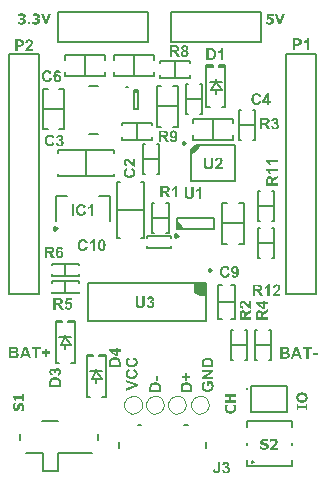
<source format=gto>
G04*
G04 #@! TF.GenerationSoftware,Altium Limited,Altium Designer,19.1.8 (144)*
G04*
G04 Layer_Color=65535*
%FSLAX25Y25*%
%MOIN*%
G70*
G01*
G75*
%ADD10C,0.01000*%
%ADD11C,0.00787*%
%ADD12C,0.00984*%
%ADD13C,0.00600*%
%ADD14C,0.00394*%
%ADD15C,0.00591*%
G36*
X67716Y65354D02*
X63779D01*
X63779Y65354D01*
Y62992D01*
X65354Y61417D01*
X67716D01*
Y65354D01*
D02*
G37*
G36*
X57874Y83268D02*
Y85236D01*
X58465D01*
X59646Y84055D01*
Y83268D01*
X57874D01*
D02*
G37*
G36*
X43425Y129764D02*
X44606D01*
X44344Y128976D01*
X43425D01*
Y129764D01*
D02*
G37*
G36*
X65158Y111417D02*
X64370D01*
X62598Y109646D01*
Y108858D01*
X63583D01*
X65158Y110433D01*
Y111417D01*
D02*
G37*
G36*
X99658Y28932D02*
X99718D01*
X99793Y28923D01*
X99878Y28912D01*
X99973Y28898D01*
X100073Y28878D01*
X100183Y28853D01*
X100293Y28823D01*
X100408Y28782D01*
X100523Y28738D01*
X100638Y28688D01*
X100748Y28623D01*
X100853Y28553D01*
X100953Y28468D01*
X100958Y28462D01*
X100973Y28448D01*
X100998Y28418D01*
X101033Y28383D01*
X101068Y28332D01*
X101113Y28278D01*
X101158Y28212D01*
X101203Y28133D01*
X101248Y28048D01*
X101293Y27953D01*
X101338Y27848D01*
X101373Y27733D01*
X101408Y27608D01*
X101433Y27478D01*
X101448Y27338D01*
X101453Y27187D01*
Y27153D01*
X101448Y27108D01*
X101443Y27053D01*
X101438Y26983D01*
X101428Y26908D01*
X101413Y26818D01*
X101388Y26723D01*
X101363Y26623D01*
X101328Y26518D01*
X101288Y26412D01*
X101238Y26303D01*
X101183Y26198D01*
X101113Y26098D01*
X101038Y25998D01*
X100948Y25907D01*
X100943Y25903D01*
X100923Y25888D01*
X100893Y25863D01*
X100853Y25837D01*
X100803Y25798D01*
X100743Y25763D01*
X100668Y25717D01*
X100583Y25678D01*
X100493Y25633D01*
X100388Y25587D01*
X100273Y25552D01*
X100153Y25517D01*
X100023Y25488D01*
X99878Y25462D01*
X99733Y25448D01*
X99573Y25442D01*
X99568D01*
X99563D01*
X99533D01*
X99488Y25448D01*
X99428D01*
X99358Y25458D01*
X99273Y25468D01*
X99178Y25483D01*
X99073Y25502D01*
X98968Y25528D01*
X98853Y25558D01*
X98743Y25592D01*
X98628Y25638D01*
X98513Y25692D01*
X98403Y25753D01*
X98298Y25828D01*
X98198Y25907D01*
X98193Y25912D01*
X98178Y25928D01*
X98153Y25958D01*
X98118Y25993D01*
X98078Y26043D01*
X98038Y26098D01*
X97988Y26168D01*
X97943Y26243D01*
X97893Y26328D01*
X97848Y26423D01*
X97808Y26528D01*
X97768Y26643D01*
X97733Y26768D01*
X97708Y26898D01*
X97693Y27038D01*
X97688Y27187D01*
Y27223D01*
X97693Y27268D01*
X97698Y27323D01*
X97703Y27393D01*
X97713Y27473D01*
X97728Y27558D01*
X97753Y27653D01*
X97778Y27753D01*
X97813Y27858D01*
X97853Y27962D01*
X97903Y28073D01*
X97958Y28178D01*
X98028Y28278D01*
X98103Y28378D01*
X98193Y28468D01*
X98198Y28473D01*
X98218Y28488D01*
X98243Y28512D01*
X98283Y28543D01*
X98338Y28578D01*
X98398Y28618D01*
X98473Y28657D01*
X98553Y28703D01*
X98648Y28748D01*
X98753Y28787D01*
X98863Y28828D01*
X98988Y28863D01*
X99123Y28892D01*
X99263Y28918D01*
X99413Y28932D01*
X99573Y28938D01*
X99583D01*
X99613D01*
X99658Y28932D01*
D02*
G37*
G36*
X101378Y23108D02*
X100748D01*
Y23628D01*
X98393D01*
Y23108D01*
X97763D01*
Y25058D01*
X98393D01*
Y24538D01*
X100748D01*
Y25058D01*
X101378D01*
Y23108D01*
D02*
G37*
G36*
X77535Y27483D02*
X75935D01*
Y26253D01*
X77535D01*
Y25343D01*
X73920D01*
Y26253D01*
X75245D01*
Y27483D01*
X73920D01*
Y28393D01*
X77535D01*
Y27483D01*
D02*
G37*
G36*
X77295Y24803D02*
X77305Y24788D01*
X77315Y24768D01*
X77325Y24743D01*
X77345Y24708D01*
X77360Y24668D01*
X77405Y24573D01*
Y24568D01*
X77415Y24553D01*
X77425Y24523D01*
X77440Y24493D01*
X77455Y24453D01*
X77470Y24408D01*
X77505Y24308D01*
Y24303D01*
X77510Y24278D01*
X77520Y24248D01*
X77530Y24203D01*
X77540Y24153D01*
X77555Y24103D01*
X77575Y23988D01*
Y23983D01*
X77580Y23963D01*
X77585Y23928D01*
X77590Y23883D01*
X77595Y23828D01*
X77600Y23758D01*
X77605Y23673D01*
Y23548D01*
X77600Y23503D01*
X77595Y23448D01*
X77590Y23378D01*
X77580Y23298D01*
X77565Y23213D01*
X77545Y23118D01*
X77520Y23013D01*
X77485Y22908D01*
X77445Y22803D01*
X77400Y22693D01*
X77340Y22588D01*
X77275Y22483D01*
X77200Y22388D01*
X77115Y22293D01*
X77110Y22288D01*
X77090Y22273D01*
X77065Y22248D01*
X77025Y22218D01*
X76975Y22183D01*
X76915Y22143D01*
X76840Y22098D01*
X76760Y22058D01*
X76665Y22013D01*
X76560Y21968D01*
X76450Y21928D01*
X76325Y21893D01*
X76190Y21863D01*
X76045Y21838D01*
X75895Y21823D01*
X75730Y21818D01*
X75725D01*
X75720D01*
X75690D01*
X75645Y21823D01*
X75585Y21828D01*
X75515Y21833D01*
X75430Y21843D01*
X75335Y21858D01*
X75235Y21878D01*
X75130Y21903D01*
X75015Y21933D01*
X74905Y21973D01*
X74790Y22018D01*
X74675Y22073D01*
X74565Y22138D01*
X74460Y22208D01*
X74360Y22293D01*
X74355Y22298D01*
X74340Y22313D01*
X74310Y22343D01*
X74280Y22383D01*
X74240Y22428D01*
X74195Y22488D01*
X74150Y22558D01*
X74100Y22633D01*
X74055Y22723D01*
X74010Y22818D01*
X73965Y22923D01*
X73925Y23038D01*
X73890Y23163D01*
X73865Y23293D01*
X73850Y23433D01*
X73845Y23583D01*
Y23658D01*
X73850Y23713D01*
Y23773D01*
X73855Y23838D01*
X73870Y23968D01*
Y23978D01*
X73875Y23998D01*
X73880Y24033D01*
X73890Y24078D01*
X73900Y24128D01*
X73910Y24183D01*
X73940Y24303D01*
Y24308D01*
X73945Y24323D01*
X73955Y24348D01*
X73965Y24383D01*
X73980Y24423D01*
X73995Y24468D01*
X74040Y24568D01*
X74045Y24573D01*
X74050Y24593D01*
X74060Y24618D01*
X74075Y24653D01*
X74110Y24733D01*
X74130Y24773D01*
X74150Y24808D01*
X75005D01*
Y24713D01*
X75000Y24708D01*
X74995Y24703D01*
X74985Y24688D01*
X74965Y24668D01*
X74925Y24618D01*
X74870Y24548D01*
X74865Y24543D01*
X74855Y24533D01*
X74840Y24508D01*
X74820Y24483D01*
X74795Y24448D01*
X74770Y24413D01*
X74710Y24323D01*
X74705Y24318D01*
X74695Y24303D01*
X74685Y24273D01*
X74665Y24243D01*
X74645Y24198D01*
X74625Y24153D01*
X74600Y24098D01*
X74580Y24043D01*
X74575Y24038D01*
X74570Y24018D01*
X74560Y23988D01*
X74550Y23948D01*
X74540Y23898D01*
X74535Y23848D01*
X74525Y23788D01*
Y23693D01*
X74530Y23658D01*
X74535Y23608D01*
X74540Y23553D01*
X74550Y23493D01*
X74570Y23433D01*
X74590Y23368D01*
X74595Y23363D01*
X74600Y23343D01*
X74615Y23308D01*
X74640Y23268D01*
X74670Y23223D01*
X74705Y23168D01*
X74750Y23113D01*
X74805Y23058D01*
X74810Y23053D01*
X74830Y23038D01*
X74860Y23013D01*
X74900Y22978D01*
X74955Y22943D01*
X75020Y22908D01*
X75095Y22873D01*
X75180Y22838D01*
X75185D01*
X75190Y22833D01*
X75205Y22828D01*
X75220Y22823D01*
X75270Y22813D01*
X75335Y22798D01*
X75420Y22778D01*
X75515Y22768D01*
X75620Y22758D01*
X75735Y22753D01*
X75740D01*
X75750D01*
X75765D01*
X75790D01*
X75820Y22758D01*
X75855D01*
X75930Y22763D01*
X76020Y22773D01*
X76115Y22788D01*
X76210Y22808D01*
X76300Y22838D01*
X76310Y22843D01*
X76340Y22853D01*
X76380Y22873D01*
X76430Y22903D01*
X76490Y22933D01*
X76555Y22973D01*
X76615Y23023D01*
X76670Y23073D01*
X76675Y23078D01*
X76690Y23098D01*
X76715Y23128D01*
X76745Y23168D01*
X76775Y23213D01*
X76810Y23268D01*
X76840Y23328D01*
X76865Y23388D01*
Y23398D01*
X76875Y23418D01*
X76885Y23453D01*
X76895Y23498D01*
X76905Y23548D01*
X76915Y23608D01*
X76920Y23668D01*
X76925Y23733D01*
Y23763D01*
X76920Y23798D01*
Y23843D01*
X76910Y23893D01*
X76900Y23953D01*
X76890Y24013D01*
X76870Y24073D01*
X76865Y24078D01*
X76860Y24103D01*
X76845Y24133D01*
X76830Y24168D01*
X76810Y24213D01*
X76790Y24258D01*
X76760Y24303D01*
X76735Y24348D01*
X76730Y24353D01*
X76720Y24368D01*
X76705Y24393D01*
X76690Y24423D01*
X76640Y24493D01*
X76585Y24563D01*
X76580Y24568D01*
X76570Y24578D01*
X76560Y24593D01*
X76540Y24618D01*
X76495Y24668D01*
X76445Y24723D01*
Y24808D01*
X77295D01*
Y24803D01*
D02*
G37*
G36*
X92623Y151575D02*
X91673D01*
X90433Y155190D01*
X91373D01*
X92163Y152730D01*
X92953Y155190D01*
X93868D01*
X92623Y151575D01*
D02*
G37*
G36*
X90148Y154510D02*
X88608D01*
Y153905D01*
X88638D01*
X88658Y153910D01*
X88708D01*
X88778Y153915D01*
X88813D01*
X88838Y153920D01*
X88983D01*
X89033Y153915D01*
X89098D01*
X89168Y153905D01*
X89248Y153895D01*
X89333Y153885D01*
X89418Y153865D01*
X89428D01*
X89453Y153855D01*
X89498Y153845D01*
X89548Y153825D01*
X89608Y153805D01*
X89678Y153775D01*
X89743Y153745D01*
X89808Y153705D01*
X89818Y153700D01*
X89843Y153680D01*
X89883Y153650D01*
X89928Y153610D01*
X89978Y153560D01*
X90033Y153495D01*
X90088Y153425D01*
X90133Y153345D01*
X90138Y153335D01*
X90153Y153305D01*
X90168Y153255D01*
X90193Y153190D01*
X90213Y153110D01*
X90228Y153020D01*
X90243Y152910D01*
X90248Y152795D01*
Y152790D01*
Y152785D01*
Y152770D01*
Y152750D01*
X90243Y152695D01*
X90238Y152625D01*
X90223Y152545D01*
X90208Y152460D01*
X90183Y152365D01*
X90148Y152275D01*
Y152270D01*
X90143Y152265D01*
X90128Y152235D01*
X90108Y152190D01*
X90078Y152135D01*
X90038Y152070D01*
X89988Y152000D01*
X89928Y151930D01*
X89863Y151860D01*
X89853Y151850D01*
X89828Y151830D01*
X89788Y151800D01*
X89733Y151760D01*
X89668Y151715D01*
X89593Y151670D01*
X89503Y151630D01*
X89408Y151590D01*
X89403D01*
X89398Y151585D01*
X89383Y151580D01*
X89363Y151575D01*
X89338Y151570D01*
X89308Y151560D01*
X89233Y151545D01*
X89138Y151530D01*
X89028Y151515D01*
X88903Y151505D01*
X88768Y151500D01*
X88703D01*
X88668Y151505D01*
X88628D01*
X88533Y151510D01*
X88423Y151520D01*
X88308Y151530D01*
X88188Y151550D01*
X88073Y151570D01*
X88068D01*
X88058Y151575D01*
X88043D01*
X88023Y151580D01*
X87973Y151595D01*
X87903Y151615D01*
X87828Y151635D01*
X87748Y151660D01*
X87673Y151685D01*
X87598Y151715D01*
Y152505D01*
X87683D01*
X87688Y152500D01*
X87703Y152490D01*
X87723Y152480D01*
X87773Y152450D01*
X87833Y152415D01*
X87838D01*
X87848Y152405D01*
X87868Y152395D01*
X87893Y152385D01*
X87923Y152370D01*
X87963Y152350D01*
X88003Y152330D01*
X88053Y152310D01*
X88058D01*
X88078Y152300D01*
X88103Y152290D01*
X88133Y152280D01*
X88173Y152265D01*
X88218Y152255D01*
X88313Y152225D01*
X88318D01*
X88338Y152220D01*
X88363Y152215D01*
X88403Y152210D01*
X88448Y152205D01*
X88498Y152200D01*
X88553Y152195D01*
X88668D01*
X88703Y152200D01*
X88748Y152205D01*
X88798Y152210D01*
X88913Y152230D01*
X88918D01*
X88943Y152235D01*
X88973Y152245D01*
X89008Y152260D01*
X89093Y152300D01*
X89138Y152325D01*
X89178Y152355D01*
X89183Y152360D01*
X89193Y152370D01*
X89203Y152385D01*
X89223Y152405D01*
X89258Y152455D01*
X89293Y152520D01*
Y152525D01*
X89298Y152535D01*
X89308Y152555D01*
X89318Y152585D01*
X89323Y152620D01*
X89333Y152660D01*
X89338Y152705D01*
Y152760D01*
Y152765D01*
Y152780D01*
X89333Y152805D01*
Y152835D01*
X89313Y152910D01*
X89303Y152945D01*
X89283Y152980D01*
Y152985D01*
X89273Y152995D01*
X89263Y153010D01*
X89248Y153035D01*
X89203Y153080D01*
X89148Y153130D01*
X89143Y153135D01*
X89128Y153145D01*
X89098Y153155D01*
X89063Y153175D01*
X89018Y153190D01*
X88968Y153210D01*
X88913Y153225D01*
X88848Y153235D01*
X88838D01*
X88818Y153240D01*
X88788Y153245D01*
X88743Y153250D01*
X88698D01*
X88648Y153255D01*
X88543Y153260D01*
X88468D01*
X88418Y153255D01*
X88358Y153250D01*
X88293Y153245D01*
X88153Y153225D01*
X88143D01*
X88123Y153220D01*
X88088Y153215D01*
X88043Y153205D01*
X87993Y153195D01*
X87938Y153185D01*
X87828Y153160D01*
X87753D01*
Y155190D01*
X90148D01*
Y154510D01*
D02*
G37*
G36*
X14706Y151575D02*
X13756D01*
X12516Y155190D01*
X13456D01*
X14246Y152730D01*
X15036Y155190D01*
X15951D01*
X14706Y151575D01*
D02*
G37*
G36*
X11006Y155260D02*
X11081D01*
X11171Y155250D01*
X11266Y155240D01*
X11361Y155225D01*
X11451Y155205D01*
X11461D01*
X11491Y155195D01*
X11536Y155180D01*
X11591Y155165D01*
X11651Y155140D01*
X11721Y155115D01*
X11791Y155080D01*
X11856Y155045D01*
X11866Y155040D01*
X11886Y155025D01*
X11921Y155000D01*
X11961Y154965D01*
X12006Y154925D01*
X12051Y154875D01*
X12096Y154820D01*
X12131Y154755D01*
X12136Y154745D01*
X12146Y154725D01*
X12161Y154690D01*
X12181Y154640D01*
X12196Y154580D01*
X12211Y154515D01*
X12221Y154440D01*
X12226Y154360D01*
Y154355D01*
Y154345D01*
Y154330D01*
X12221Y154310D01*
X12216Y154250D01*
X12206Y154175D01*
X12181Y154090D01*
X12151Y154000D01*
X12106Y153910D01*
X12046Y153820D01*
X12036Y153810D01*
X12016Y153785D01*
X11976Y153745D01*
X11921Y153695D01*
X11851Y153645D01*
X11771Y153595D01*
X11681Y153555D01*
X11576Y153520D01*
Y153485D01*
X11581D01*
X11596Y153480D01*
X11626Y153475D01*
X11656Y153470D01*
X11696Y153460D01*
X11736Y153450D01*
X11826Y153420D01*
X11831D01*
X11846Y153410D01*
X11871Y153400D01*
X11901Y153385D01*
X11941Y153365D01*
X11981Y153340D01*
X12021Y153305D01*
X12066Y153270D01*
X12071Y153265D01*
X12086Y153255D01*
X12106Y153230D01*
X12131Y153205D01*
X12156Y153170D01*
X12191Y153125D01*
X12216Y153080D01*
X12246Y153025D01*
X12251Y153020D01*
X12256Y153000D01*
X12271Y152965D01*
X12286Y152925D01*
X12296Y152875D01*
X12311Y152810D01*
X12316Y152745D01*
X12321Y152670D01*
Y152665D01*
Y152660D01*
Y152645D01*
Y152625D01*
X12316Y152575D01*
X12311Y152510D01*
X12296Y152435D01*
X12281Y152355D01*
X12256Y152270D01*
X12221Y152185D01*
X12216Y152175D01*
X12201Y152150D01*
X12181Y152110D01*
X12146Y152055D01*
X12106Y152000D01*
X12056Y151935D01*
X11996Y151875D01*
X11931Y151815D01*
X11921Y151810D01*
X11896Y151790D01*
X11856Y151760D01*
X11806Y151730D01*
X11736Y151690D01*
X11661Y151650D01*
X11576Y151615D01*
X11481Y151580D01*
X11476D01*
X11471Y151575D01*
X11456D01*
X11436Y151570D01*
X11411Y151560D01*
X11381Y151555D01*
X11306Y151540D01*
X11216Y151525D01*
X11111Y151515D01*
X10991Y151505D01*
X10856Y151500D01*
X10746D01*
X10706Y151505D01*
X10656D01*
X10606Y151510D01*
X10491Y151515D01*
X10371Y151530D01*
X10246Y151545D01*
X10126Y151570D01*
X10121D01*
X10111Y151575D01*
X10096D01*
X10076Y151580D01*
X10021Y151595D01*
X9951Y151615D01*
X9876Y151640D01*
X9796Y151665D01*
X9716Y151695D01*
X9641Y151725D01*
Y152510D01*
X9726D01*
X9736Y152505D01*
X9761Y152490D01*
X9801Y152465D01*
X9861Y152435D01*
X9926Y152400D01*
X10006Y152360D01*
X10096Y152320D01*
X10191Y152285D01*
X10196D01*
X10201Y152280D01*
X10216Y152275D01*
X10236Y152270D01*
X10286Y152255D01*
X10356Y152240D01*
X10431Y152225D01*
X10511Y152210D01*
X10596Y152200D01*
X10681Y152195D01*
X10731D01*
X10766Y152200D01*
X10811D01*
X10856Y152205D01*
X10966Y152215D01*
X10971D01*
X10991Y152220D01*
X11021Y152225D01*
X11056Y152240D01*
X11141Y152270D01*
X11186Y152295D01*
X11226Y152320D01*
X11231Y152325D01*
X11241Y152330D01*
X11256Y152345D01*
X11276Y152360D01*
X11321Y152410D01*
X11361Y152470D01*
Y152475D01*
X11371Y152485D01*
X11376Y152505D01*
X11386Y152535D01*
X11396Y152570D01*
X11401Y152615D01*
X11411Y152665D01*
Y152725D01*
Y152730D01*
Y152750D01*
X11406Y152780D01*
X11401Y152815D01*
X11391Y152855D01*
X11381Y152895D01*
X11361Y152935D01*
X11336Y152970D01*
X11331Y152975D01*
X11321Y152985D01*
X11306Y153000D01*
X11286Y153020D01*
X11261Y153040D01*
X11231Y153065D01*
X11151Y153100D01*
X11146D01*
X11131Y153105D01*
X11106Y153115D01*
X11071Y153125D01*
X11031Y153130D01*
X10986Y153140D01*
X10931Y153145D01*
X10871Y153150D01*
X10811D01*
X10776Y153155D01*
X10431D01*
Y153785D01*
X10671D01*
X10716Y153790D01*
X10766D01*
X10871Y153795D01*
X10876D01*
X10896Y153800D01*
X10921D01*
X10951Y153810D01*
X11031Y153825D01*
X11106Y153855D01*
X11111D01*
X11121Y153865D01*
X11141Y153875D01*
X11161Y153890D01*
X11216Y153925D01*
X11261Y153980D01*
X11266Y153985D01*
X11271Y153995D01*
X11281Y154015D01*
X11291Y154040D01*
X11301Y154075D01*
X11306Y154115D01*
X11316Y154160D01*
Y154210D01*
Y154215D01*
Y154230D01*
X11311Y154245D01*
Y154270D01*
X11291Y154330D01*
X11281Y154360D01*
X11261Y154385D01*
Y154390D01*
X11251Y154395D01*
X11226Y154425D01*
X11186Y154460D01*
X11136Y154495D01*
X11131D01*
X11121Y154500D01*
X11101Y154510D01*
X11081Y154520D01*
X11051Y154530D01*
X11016Y154540D01*
X10931Y154555D01*
X10926D01*
X10911Y154560D01*
X10891D01*
X10866Y154565D01*
X10801Y154570D01*
X10686D01*
X10651Y154565D01*
X10611Y154560D01*
X10561Y154555D01*
X10461Y154535D01*
X10456D01*
X10436Y154530D01*
X10411Y154525D01*
X10376Y154515D01*
X10336Y154500D01*
X10291Y154490D01*
X10196Y154455D01*
X10191D01*
X10181Y154450D01*
X10156Y154440D01*
X10131Y154430D01*
X10101Y154415D01*
X10061Y154395D01*
X9981Y154355D01*
X9976D01*
X9961Y154345D01*
X9946Y154335D01*
X9921Y154320D01*
X9866Y154290D01*
X9841Y154280D01*
X9821Y154265D01*
X9746D01*
Y155035D01*
X9756Y155040D01*
X9781Y155050D01*
X9821Y155065D01*
X9876Y155085D01*
X9951Y155110D01*
X10036Y155135D01*
X10136Y155160D01*
X10246Y155190D01*
X10251D01*
X10261Y155195D01*
X10276D01*
X10301Y155200D01*
X10331Y155210D01*
X10361Y155215D01*
X10446Y155230D01*
X10541Y155240D01*
X10651Y155255D01*
X10771Y155260D01*
X10891Y155265D01*
X10976D01*
X11006Y155260D01*
D02*
G37*
G36*
X6286D02*
X6361D01*
X6451Y155250D01*
X6546Y155240D01*
X6641Y155225D01*
X6731Y155205D01*
X6741D01*
X6771Y155195D01*
X6816Y155180D01*
X6871Y155165D01*
X6931Y155140D01*
X7001Y155115D01*
X7071Y155080D01*
X7136Y155045D01*
X7146Y155040D01*
X7166Y155025D01*
X7201Y155000D01*
X7241Y154965D01*
X7286Y154925D01*
X7331Y154875D01*
X7376Y154820D01*
X7411Y154755D01*
X7416Y154745D01*
X7426Y154725D01*
X7441Y154690D01*
X7461Y154640D01*
X7476Y154580D01*
X7491Y154515D01*
X7501Y154440D01*
X7506Y154360D01*
Y154355D01*
Y154345D01*
Y154330D01*
X7501Y154310D01*
X7496Y154250D01*
X7486Y154175D01*
X7461Y154090D01*
X7431Y154000D01*
X7386Y153910D01*
X7326Y153820D01*
X7316Y153810D01*
X7296Y153785D01*
X7256Y153745D01*
X7201Y153695D01*
X7131Y153645D01*
X7051Y153595D01*
X6961Y153555D01*
X6856Y153520D01*
Y153485D01*
X6861D01*
X6876Y153480D01*
X6906Y153475D01*
X6936Y153470D01*
X6976Y153460D01*
X7016Y153450D01*
X7106Y153420D01*
X7111D01*
X7126Y153410D01*
X7151Y153400D01*
X7181Y153385D01*
X7221Y153365D01*
X7261Y153340D01*
X7301Y153305D01*
X7346Y153270D01*
X7351Y153265D01*
X7366Y153255D01*
X7386Y153230D01*
X7411Y153205D01*
X7436Y153170D01*
X7471Y153125D01*
X7496Y153080D01*
X7526Y153025D01*
X7531Y153020D01*
X7536Y153000D01*
X7551Y152965D01*
X7566Y152925D01*
X7576Y152875D01*
X7591Y152810D01*
X7596Y152745D01*
X7601Y152670D01*
Y152665D01*
Y152660D01*
Y152645D01*
Y152625D01*
X7596Y152575D01*
X7591Y152510D01*
X7576Y152435D01*
X7561Y152355D01*
X7536Y152270D01*
X7501Y152185D01*
X7496Y152175D01*
X7481Y152150D01*
X7461Y152110D01*
X7426Y152055D01*
X7386Y152000D01*
X7336Y151935D01*
X7276Y151875D01*
X7211Y151815D01*
X7201Y151810D01*
X7176Y151790D01*
X7136Y151760D01*
X7086Y151730D01*
X7016Y151690D01*
X6941Y151650D01*
X6856Y151615D01*
X6761Y151580D01*
X6756D01*
X6751Y151575D01*
X6736D01*
X6716Y151570D01*
X6691Y151560D01*
X6661Y151555D01*
X6586Y151540D01*
X6496Y151525D01*
X6391Y151515D01*
X6271Y151505D01*
X6136Y151500D01*
X6026D01*
X5986Y151505D01*
X5936D01*
X5886Y151510D01*
X5771Y151515D01*
X5651Y151530D01*
X5526Y151545D01*
X5406Y151570D01*
X5401D01*
X5391Y151575D01*
X5376D01*
X5356Y151580D01*
X5301Y151595D01*
X5231Y151615D01*
X5156Y151640D01*
X5076Y151665D01*
X4996Y151695D01*
X4921Y151725D01*
Y152510D01*
X5006D01*
X5016Y152505D01*
X5041Y152490D01*
X5081Y152465D01*
X5141Y152435D01*
X5206Y152400D01*
X5286Y152360D01*
X5376Y152320D01*
X5471Y152285D01*
X5476D01*
X5481Y152280D01*
X5496Y152275D01*
X5516Y152270D01*
X5566Y152255D01*
X5636Y152240D01*
X5711Y152225D01*
X5791Y152210D01*
X5876Y152200D01*
X5961Y152195D01*
X6011D01*
X6046Y152200D01*
X6091D01*
X6136Y152205D01*
X6246Y152215D01*
X6251D01*
X6271Y152220D01*
X6301Y152225D01*
X6336Y152240D01*
X6421Y152270D01*
X6466Y152295D01*
X6506Y152320D01*
X6511Y152325D01*
X6521Y152330D01*
X6536Y152345D01*
X6556Y152360D01*
X6601Y152410D01*
X6641Y152470D01*
Y152475D01*
X6651Y152485D01*
X6656Y152505D01*
X6666Y152535D01*
X6676Y152570D01*
X6681Y152615D01*
X6691Y152665D01*
Y152725D01*
Y152730D01*
Y152750D01*
X6686Y152780D01*
X6681Y152815D01*
X6671Y152855D01*
X6661Y152895D01*
X6641Y152935D01*
X6616Y152970D01*
X6611Y152975D01*
X6601Y152985D01*
X6586Y153000D01*
X6566Y153020D01*
X6541Y153040D01*
X6511Y153065D01*
X6431Y153100D01*
X6426D01*
X6411Y153105D01*
X6386Y153115D01*
X6351Y153125D01*
X6311Y153130D01*
X6266Y153140D01*
X6211Y153145D01*
X6151Y153150D01*
X6091D01*
X6056Y153155D01*
X5711D01*
Y153785D01*
X5951D01*
X5996Y153790D01*
X6046D01*
X6151Y153795D01*
X6156D01*
X6176Y153800D01*
X6201D01*
X6231Y153810D01*
X6311Y153825D01*
X6386Y153855D01*
X6391D01*
X6401Y153865D01*
X6421Y153875D01*
X6441Y153890D01*
X6496Y153925D01*
X6541Y153980D01*
X6546Y153985D01*
X6551Y153995D01*
X6561Y154015D01*
X6571Y154040D01*
X6581Y154075D01*
X6586Y154115D01*
X6596Y154160D01*
Y154210D01*
Y154215D01*
Y154230D01*
X6591Y154245D01*
Y154270D01*
X6571Y154330D01*
X6561Y154360D01*
X6541Y154385D01*
Y154390D01*
X6531Y154395D01*
X6506Y154425D01*
X6466Y154460D01*
X6416Y154495D01*
X6411D01*
X6401Y154500D01*
X6381Y154510D01*
X6361Y154520D01*
X6331Y154530D01*
X6296Y154540D01*
X6211Y154555D01*
X6206D01*
X6191Y154560D01*
X6171D01*
X6146Y154565D01*
X6081Y154570D01*
X5966D01*
X5931Y154565D01*
X5891Y154560D01*
X5841Y154555D01*
X5741Y154535D01*
X5736D01*
X5716Y154530D01*
X5691Y154525D01*
X5656Y154515D01*
X5616Y154500D01*
X5571Y154490D01*
X5476Y154455D01*
X5471D01*
X5461Y154450D01*
X5436Y154440D01*
X5411Y154430D01*
X5381Y154415D01*
X5341Y154395D01*
X5261Y154355D01*
X5256D01*
X5241Y154345D01*
X5226Y154335D01*
X5201Y154320D01*
X5146Y154290D01*
X5121Y154280D01*
X5101Y154265D01*
X5026D01*
Y155035D01*
X5036Y155040D01*
X5061Y155050D01*
X5101Y155065D01*
X5156Y155085D01*
X5231Y155110D01*
X5316Y155135D01*
X5416Y155160D01*
X5526Y155190D01*
X5531D01*
X5541Y155195D01*
X5556D01*
X5581Y155200D01*
X5611Y155210D01*
X5641Y155215D01*
X5726Y155230D01*
X5821Y155240D01*
X5931Y155255D01*
X6051Y155260D01*
X6171Y155265D01*
X6256D01*
X6286Y155260D01*
D02*
G37*
G36*
X9041Y151575D02*
X8181D01*
Y152530D01*
X9041D01*
Y151575D01*
D02*
G37*
G36*
X6890Y26083D02*
X6260D01*
Y26843D01*
X4350D01*
Y26083D01*
X3760D01*
Y26143D01*
X3755Y26188D01*
Y26238D01*
X3750Y26293D01*
X3740Y26413D01*
Y26418D01*
X3735Y26443D01*
X3730Y26473D01*
X3725Y26508D01*
X3700Y26593D01*
X3685Y26638D01*
X3670Y26678D01*
X3665Y26683D01*
X3660Y26698D01*
X3645Y26718D01*
X3630Y26743D01*
X3580Y26803D01*
X3515Y26858D01*
X3510Y26863D01*
X3495Y26868D01*
X3475Y26878D01*
X3445Y26893D01*
X3410Y26903D01*
X3365Y26913D01*
X3320Y26923D01*
X3265Y26928D01*
Y27723D01*
X6260D01*
Y28468D01*
X6890D01*
Y26083D01*
D02*
G37*
G36*
X5815Y25513D02*
X5855D01*
X5900Y25503D01*
X5950Y25498D01*
X6010Y25483D01*
X6075Y25463D01*
X6140Y25443D01*
X6210Y25413D01*
X6285Y25378D01*
X6355Y25338D01*
X6425Y25288D01*
X6500Y25233D01*
X6565Y25168D01*
X6630Y25093D01*
X6635Y25088D01*
X6645Y25073D01*
X6660Y25048D01*
X6680Y25018D01*
X6705Y24973D01*
X6735Y24923D01*
X6760Y24858D01*
X6790Y24793D01*
X6825Y24713D01*
X6850Y24628D01*
X6880Y24533D01*
X6905Y24433D01*
X6925Y24323D01*
X6940Y24203D01*
X6950Y24078D01*
X6955Y23948D01*
Y23878D01*
X6950Y23843D01*
Y23753D01*
X6945Y23703D01*
X6935Y23588D01*
X6920Y23463D01*
X6900Y23338D01*
X6875Y23218D01*
Y23213D01*
X6870Y23203D01*
X6865Y23188D01*
X6860Y23163D01*
X6855Y23138D01*
X6845Y23103D01*
X6820Y23028D01*
X6790Y22938D01*
X6760Y22843D01*
X6680Y22638D01*
X5815D01*
Y22718D01*
X5820Y22723D01*
X5825Y22728D01*
X5835Y22743D01*
X5855Y22768D01*
X5875Y22793D01*
X5895Y22823D01*
X5950Y22893D01*
X6005Y22983D01*
X6065Y23083D01*
X6125Y23198D01*
X6175Y23318D01*
Y23323D01*
X6180Y23333D01*
X6185Y23353D01*
X6195Y23373D01*
X6205Y23403D01*
X6215Y23438D01*
X6235Y23523D01*
X6255Y23618D01*
X6275Y23723D01*
X6290Y23838D01*
X6295Y23953D01*
Y24008D01*
X6290Y24038D01*
Y24073D01*
X6285Y24113D01*
X6280Y24158D01*
Y24163D01*
X6275Y24178D01*
Y24203D01*
X6265Y24233D01*
X6250Y24298D01*
X6240Y24333D01*
X6225Y24363D01*
Y24368D01*
X6215Y24378D01*
X6210Y24398D01*
X6195Y24418D01*
X6160Y24473D01*
X6115Y24523D01*
X6110Y24528D01*
X6100Y24533D01*
X6085Y24543D01*
X6060Y24558D01*
X6035Y24573D01*
X6000Y24583D01*
X5960Y24588D01*
X5915Y24593D01*
X5910D01*
X5890D01*
X5870Y24588D01*
X5835Y24578D01*
X5800Y24568D01*
X5765Y24548D01*
X5730Y24518D01*
X5695Y24483D01*
X5690Y24478D01*
X5680Y24463D01*
X5665Y24443D01*
X5645Y24413D01*
X5625Y24373D01*
X5605Y24333D01*
X5585Y24283D01*
X5570Y24228D01*
Y24218D01*
X5560Y24198D01*
X5555Y24158D01*
X5540Y24108D01*
X5530Y24048D01*
X5515Y23983D01*
X5495Y23908D01*
X5480Y23833D01*
Y23823D01*
X5470Y23798D01*
X5460Y23758D01*
X5450Y23708D01*
X5435Y23648D01*
X5415Y23578D01*
X5375Y23443D01*
Y23438D01*
X5370Y23423D01*
X5360Y23403D01*
X5345Y23373D01*
X5330Y23338D01*
X5315Y23298D01*
X5270Y23208D01*
X5210Y23108D01*
X5145Y23008D01*
X5065Y22918D01*
X5020Y22873D01*
X4975Y22838D01*
X4970D01*
X4965Y22828D01*
X4950Y22823D01*
X4930Y22808D01*
X4905Y22798D01*
X4875Y22783D01*
X4805Y22748D01*
X4710Y22713D01*
X4605Y22688D01*
X4485Y22668D01*
X4350Y22658D01*
X4345D01*
X4325D01*
X4300Y22663D01*
X4265D01*
X4220Y22673D01*
X4170Y22683D01*
X4115Y22693D01*
X4055Y22713D01*
X3990Y22733D01*
X3925Y22763D01*
X3855Y22798D01*
X3785Y22838D01*
X3720Y22888D01*
X3650Y22943D01*
X3585Y23008D01*
X3525Y23083D01*
X3520Y23088D01*
X3510Y23103D01*
X3495Y23128D01*
X3475Y23158D01*
X3450Y23203D01*
X3425Y23253D01*
X3395Y23313D01*
X3365Y23378D01*
X3340Y23453D01*
X3310Y23533D01*
X3285Y23623D01*
X3260Y23718D01*
X3240Y23818D01*
X3225Y23928D01*
X3215Y24038D01*
X3210Y24158D01*
Y24243D01*
X3215Y24278D01*
X3220Y24358D01*
X3225Y24453D01*
X3240Y24563D01*
X3255Y24678D01*
X3280Y24798D01*
Y24803D01*
X3285Y24813D01*
Y24828D01*
X3290Y24853D01*
X3300Y24878D01*
X3305Y24913D01*
X3325Y24988D01*
X3350Y25078D01*
X3380Y25178D01*
X3415Y25273D01*
X3455Y25373D01*
X4280D01*
Y25288D01*
X4270Y25278D01*
X4250Y25253D01*
X4220Y25208D01*
X4180Y25153D01*
X4135Y25083D01*
X4085Y24998D01*
X4035Y24903D01*
X3990Y24798D01*
Y24793D01*
X3985Y24783D01*
X3980Y24768D01*
X3970Y24748D01*
X3960Y24723D01*
X3950Y24688D01*
X3930Y24613D01*
X3910Y24523D01*
X3890Y24423D01*
X3875Y24318D01*
X3870Y24203D01*
Y24133D01*
X3880Y24063D01*
X3890Y23988D01*
Y23983D01*
X3895Y23973D01*
Y23953D01*
X3905Y23928D01*
X3925Y23863D01*
X3955Y23788D01*
Y23783D01*
X3960Y23773D01*
X3970Y23758D01*
X3985Y23738D01*
X4020Y23693D01*
X4070Y23643D01*
X4075D01*
X4085Y23633D01*
X4100Y23623D01*
X4120Y23613D01*
X4175Y23593D01*
X4205Y23588D01*
X4240Y23583D01*
X4245D01*
X4260D01*
X4285Y23588D01*
X4320Y23593D01*
X4355Y23608D01*
X4390Y23623D01*
X4425Y23648D01*
X4460Y23678D01*
X4465Y23683D01*
X4475Y23698D01*
X4490Y23723D01*
X4510Y23763D01*
X4530Y23813D01*
X4555Y23883D01*
X4580Y23963D01*
X4605Y24058D01*
Y24068D01*
X4610Y24088D01*
X4620Y24123D01*
X4630Y24173D01*
X4640Y24223D01*
X4655Y24283D01*
X4685Y24408D01*
Y24418D01*
X4690Y24438D01*
X4700Y24473D01*
X4715Y24518D01*
X4730Y24573D01*
X4745Y24633D01*
X4765Y24703D01*
X4790Y24773D01*
Y24778D01*
X4795Y24788D01*
X4805Y24808D01*
X4815Y24833D01*
X4830Y24868D01*
X4845Y24903D01*
X4890Y24983D01*
X4940Y25073D01*
X5005Y25168D01*
X5080Y25258D01*
X5160Y25333D01*
X5170Y25343D01*
X5185Y25348D01*
X5200Y25363D01*
X5250Y25393D01*
X5320Y25428D01*
X5405Y25458D01*
X5510Y25488D01*
X5630Y25508D01*
X5765Y25518D01*
X5770D01*
X5790D01*
X5815Y25513D01*
D02*
G37*
G36*
X87270Y13518D02*
X87350Y13512D01*
X87445Y13508D01*
X87555Y13492D01*
X87670Y13477D01*
X87790Y13453D01*
X87795D01*
X87805Y13447D01*
X87820D01*
X87845Y13442D01*
X87870Y13432D01*
X87905Y13428D01*
X87980Y13408D01*
X88070Y13383D01*
X88170Y13352D01*
X88265Y13318D01*
X88365Y13277D01*
Y12453D01*
X88280D01*
X88270Y12462D01*
X88245Y12483D01*
X88200Y12513D01*
X88145Y12552D01*
X88075Y12597D01*
X87990Y12648D01*
X87895Y12697D01*
X87790Y12743D01*
X87785D01*
X87775Y12747D01*
X87760Y12753D01*
X87740Y12763D01*
X87715Y12773D01*
X87680Y12783D01*
X87605Y12802D01*
X87515Y12822D01*
X87415Y12843D01*
X87310Y12857D01*
X87195Y12863D01*
X87125D01*
X87055Y12853D01*
X86980Y12843D01*
X86975D01*
X86965Y12837D01*
X86945D01*
X86920Y12828D01*
X86855Y12808D01*
X86780Y12777D01*
X86775D01*
X86765Y12773D01*
X86750Y12763D01*
X86730Y12747D01*
X86685Y12712D01*
X86635Y12663D01*
Y12657D01*
X86625Y12648D01*
X86615Y12632D01*
X86605Y12612D01*
X86585Y12558D01*
X86580Y12528D01*
X86575Y12493D01*
Y12488D01*
Y12472D01*
X86580Y12448D01*
X86585Y12412D01*
X86600Y12377D01*
X86615Y12342D01*
X86640Y12308D01*
X86670Y12273D01*
X86675Y12268D01*
X86690Y12257D01*
X86715Y12242D01*
X86755Y12223D01*
X86805Y12202D01*
X86875Y12178D01*
X86955Y12152D01*
X87050Y12128D01*
X87060D01*
X87080Y12122D01*
X87115Y12112D01*
X87165Y12103D01*
X87215Y12093D01*
X87275Y12077D01*
X87400Y12048D01*
X87410D01*
X87430Y12043D01*
X87465Y12032D01*
X87510Y12017D01*
X87565Y12003D01*
X87625Y11987D01*
X87695Y11968D01*
X87765Y11942D01*
X87770D01*
X87780Y11937D01*
X87800Y11928D01*
X87825Y11918D01*
X87860Y11902D01*
X87895Y11887D01*
X87975Y11842D01*
X88065Y11793D01*
X88160Y11727D01*
X88250Y11653D01*
X88325Y11573D01*
X88335Y11563D01*
X88340Y11547D01*
X88355Y11532D01*
X88385Y11483D01*
X88420Y11412D01*
X88450Y11327D01*
X88480Y11223D01*
X88500Y11102D01*
X88510Y10967D01*
Y10962D01*
Y10943D01*
X88505Y10917D01*
Y10877D01*
X88495Y10832D01*
X88490Y10783D01*
X88475Y10723D01*
X88455Y10657D01*
X88435Y10593D01*
X88405Y10522D01*
X88370Y10447D01*
X88330Y10378D01*
X88280Y10307D01*
X88225Y10232D01*
X88160Y10167D01*
X88085Y10103D01*
X88080Y10097D01*
X88065Y10087D01*
X88040Y10073D01*
X88010Y10052D01*
X87965Y10028D01*
X87915Y9997D01*
X87850Y9973D01*
X87785Y9943D01*
X87705Y9907D01*
X87620Y9883D01*
X87525Y9853D01*
X87425Y9827D01*
X87315Y9808D01*
X87195Y9792D01*
X87070Y9782D01*
X86940Y9777D01*
X86870D01*
X86835Y9782D01*
X86745D01*
X86695Y9787D01*
X86580Y9798D01*
X86455Y9813D01*
X86330Y9832D01*
X86210Y9858D01*
X86205D01*
X86195Y9862D01*
X86180Y9867D01*
X86155Y9872D01*
X86130Y9877D01*
X86095Y9888D01*
X86020Y9912D01*
X85930Y9943D01*
X85835Y9973D01*
X85630Y10052D01*
Y10917D01*
X85710D01*
X85715Y10913D01*
X85720Y10908D01*
X85735Y10898D01*
X85760Y10877D01*
X85785Y10858D01*
X85815Y10837D01*
X85885Y10783D01*
X85975Y10728D01*
X86075Y10667D01*
X86190Y10607D01*
X86310Y10558D01*
X86315D01*
X86325Y10553D01*
X86345Y10548D01*
X86365Y10537D01*
X86395Y10527D01*
X86430Y10518D01*
X86515Y10498D01*
X86610Y10477D01*
X86715Y10458D01*
X86830Y10442D01*
X86945Y10437D01*
X87000D01*
X87030Y10442D01*
X87065D01*
X87105Y10447D01*
X87150Y10452D01*
X87155D01*
X87170Y10458D01*
X87195D01*
X87225Y10468D01*
X87290Y10482D01*
X87325Y10492D01*
X87355Y10508D01*
X87360D01*
X87370Y10518D01*
X87390Y10522D01*
X87410Y10537D01*
X87465Y10572D01*
X87515Y10617D01*
X87520Y10622D01*
X87525Y10633D01*
X87535Y10648D01*
X87550Y10672D01*
X87565Y10697D01*
X87575Y10733D01*
X87580Y10773D01*
X87585Y10818D01*
Y10823D01*
Y10842D01*
X87580Y10863D01*
X87570Y10898D01*
X87560Y10932D01*
X87540Y10967D01*
X87510Y11003D01*
X87475Y11038D01*
X87470Y11043D01*
X87455Y11052D01*
X87435Y11067D01*
X87405Y11088D01*
X87365Y11107D01*
X87325Y11128D01*
X87275Y11147D01*
X87220Y11163D01*
X87210D01*
X87190Y11173D01*
X87150Y11178D01*
X87100Y11192D01*
X87040Y11203D01*
X86975Y11218D01*
X86900Y11237D01*
X86825Y11253D01*
X86815D01*
X86790Y11263D01*
X86750Y11272D01*
X86700Y11282D01*
X86640Y11298D01*
X86570Y11317D01*
X86435Y11357D01*
X86430D01*
X86415Y11362D01*
X86395Y11372D01*
X86365Y11388D01*
X86330Y11402D01*
X86290Y11417D01*
X86200Y11462D01*
X86100Y11523D01*
X86000Y11587D01*
X85910Y11667D01*
X85865Y11712D01*
X85830Y11757D01*
Y11762D01*
X85820Y11767D01*
X85815Y11783D01*
X85800Y11802D01*
X85790Y11828D01*
X85775Y11857D01*
X85740Y11928D01*
X85705Y12022D01*
X85680Y12128D01*
X85660Y12247D01*
X85650Y12382D01*
Y12387D01*
Y12408D01*
X85655Y12432D01*
Y12467D01*
X85665Y12513D01*
X85675Y12562D01*
X85685Y12618D01*
X85705Y12677D01*
X85725Y12743D01*
X85755Y12808D01*
X85790Y12878D01*
X85830Y12947D01*
X85880Y13013D01*
X85935Y13082D01*
X86000Y13148D01*
X86075Y13207D01*
X86080Y13213D01*
X86095Y13223D01*
X86120Y13238D01*
X86150Y13258D01*
X86195Y13283D01*
X86245Y13307D01*
X86305Y13338D01*
X86370Y13367D01*
X86445Y13393D01*
X86525Y13422D01*
X86615Y13447D01*
X86710Y13473D01*
X86810Y13492D01*
X86920Y13508D01*
X87030Y13518D01*
X87150Y13522D01*
X87235D01*
X87270Y13518D01*
D02*
G37*
G36*
X90260Y13528D02*
X90315Y13522D01*
X90375Y13518D01*
X90445Y13508D01*
X90520Y13498D01*
X90675Y13463D01*
X90760Y13438D01*
X90840Y13412D01*
X90920Y13377D01*
X90995Y13338D01*
X91065Y13293D01*
X91130Y13242D01*
X91135Y13238D01*
X91145Y13228D01*
X91160Y13213D01*
X91185Y13193D01*
X91210Y13162D01*
X91235Y13127D01*
X91265Y13082D01*
X91300Y13037D01*
X91330Y12982D01*
X91360Y12923D01*
X91385Y12853D01*
X91415Y12783D01*
X91435Y12708D01*
X91450Y12622D01*
X91460Y12532D01*
X91465Y12438D01*
Y12432D01*
Y12422D01*
Y12408D01*
Y12382D01*
X91460Y12353D01*
X91455Y12318D01*
X91445Y12237D01*
X91425Y12138D01*
X91400Y12032D01*
X91360Y11918D01*
X91310Y11802D01*
Y11797D01*
X91305Y11788D01*
X91295Y11772D01*
X91280Y11748D01*
X91265Y11722D01*
X91245Y11688D01*
X91190Y11608D01*
X91120Y11507D01*
X91035Y11398D01*
X90930Y11277D01*
X90810Y11147D01*
X90800Y11137D01*
X90775Y11112D01*
X90730Y11067D01*
X90675Y11017D01*
X90610Y10958D01*
X90540Y10892D01*
X90385Y10757D01*
X90375Y10752D01*
X90350Y10733D01*
X90315Y10702D01*
X90270Y10667D01*
X90170Y10588D01*
X90125Y10553D01*
X90085Y10522D01*
X91625D01*
Y9843D01*
X88965D01*
Y10428D01*
X88970Y10432D01*
X88980Y10437D01*
X89000Y10452D01*
X89020Y10473D01*
X89050Y10498D01*
X89085Y10527D01*
X89165Y10593D01*
X89260Y10667D01*
X89360Y10752D01*
X89465Y10842D01*
X89570Y10932D01*
X89575Y10938D01*
X89580Y10943D01*
X89595Y10958D01*
X89615Y10972D01*
X89665Y11017D01*
X89730Y11078D01*
X89805Y11147D01*
X89885Y11227D01*
X89965Y11308D01*
X90045Y11388D01*
X90050Y11393D01*
X90055Y11402D01*
X90070Y11412D01*
X90090Y11433D01*
X90135Y11488D01*
X90195Y11552D01*
X90255Y11632D01*
X90320Y11712D01*
X90380Y11797D01*
X90430Y11878D01*
X90435Y11887D01*
X90450Y11913D01*
X90470Y11958D01*
X90490Y12013D01*
X90510Y12077D01*
X90530Y12148D01*
X90545Y12228D01*
X90550Y12313D01*
Y12318D01*
Y12323D01*
Y12353D01*
X90540Y12403D01*
X90530Y12457D01*
X90510Y12517D01*
X90485Y12583D01*
X90445Y12648D01*
X90395Y12702D01*
X90390Y12708D01*
X90370Y12722D01*
X90335Y12747D01*
X90285Y12773D01*
X90225Y12792D01*
X90155Y12818D01*
X90070Y12833D01*
X89975Y12837D01*
X89925D01*
X89890Y12833D01*
X89850Y12828D01*
X89810Y12822D01*
X89715Y12802D01*
X89710D01*
X89695Y12798D01*
X89670Y12788D01*
X89635Y12777D01*
X89600Y12767D01*
X89555Y12747D01*
X89465Y12712D01*
X89460D01*
X89445Y12702D01*
X89420Y12693D01*
X89390Y12677D01*
X89320Y12642D01*
X89250Y12597D01*
X89245D01*
X89235Y12587D01*
X89205Y12567D01*
X89160Y12542D01*
X89125Y12517D01*
X89055D01*
Y13303D01*
X89060Y13307D01*
X89085Y13318D01*
X89120Y13332D01*
X89170Y13348D01*
X89235Y13373D01*
X89320Y13397D01*
X89415Y13422D01*
X89530Y13453D01*
X89535D01*
X89545Y13457D01*
X89560Y13463D01*
X89585Y13467D01*
X89615Y13473D01*
X89650Y13477D01*
X89730Y13492D01*
X89825Y13508D01*
X89930Y13522D01*
X90040Y13528D01*
X90155Y13532D01*
X90215D01*
X90260Y13528D01*
D02*
G37*
G36*
X47184Y58907D02*
Y58897D01*
Y58877D01*
Y58842D01*
Y58797D01*
Y58737D01*
X47179Y58672D01*
Y58602D01*
X47174Y58527D01*
X47169Y58367D01*
X47159Y58202D01*
X47149Y58127D01*
X47139Y58052D01*
X47129Y57987D01*
X47119Y57927D01*
Y57922D01*
X47114Y57917D01*
Y57902D01*
X47104Y57882D01*
X47089Y57827D01*
X47064Y57762D01*
X47034Y57682D01*
X46994Y57602D01*
X46944Y57522D01*
X46884Y57442D01*
X46879Y57432D01*
X46854Y57412D01*
X46819Y57372D01*
X46764Y57332D01*
X46704Y57282D01*
X46624Y57227D01*
X46534Y57177D01*
X46434Y57132D01*
X46429D01*
X46419Y57127D01*
X46404Y57122D01*
X46384Y57112D01*
X46354Y57107D01*
X46319Y57097D01*
X46279Y57087D01*
X46234Y57077D01*
X46184Y57062D01*
X46129Y57052D01*
X46004Y57037D01*
X45859Y57022D01*
X45694Y57017D01*
X45604D01*
X45559Y57022D01*
X45504D01*
X45444Y57027D01*
X45379Y57032D01*
X45244Y57047D01*
X45104Y57072D01*
X44974Y57102D01*
X44909Y57122D01*
X44854Y57142D01*
X44849D01*
X44844Y57147D01*
X44829Y57157D01*
X44809Y57167D01*
X44754Y57192D01*
X44689Y57232D01*
X44619Y57277D01*
X44544Y57332D01*
X44469Y57397D01*
X44404Y57472D01*
X44399Y57482D01*
X44379Y57507D01*
X44349Y57547D01*
X44314Y57602D01*
X44279Y57667D01*
X44244Y57737D01*
X44214Y57817D01*
X44189Y57897D01*
Y57902D01*
X44184Y57912D01*
Y57932D01*
X44179Y57962D01*
X44174Y57997D01*
X44164Y58037D01*
X44159Y58087D01*
X44154Y58147D01*
X44144Y58212D01*
X44139Y58282D01*
X44134Y58362D01*
X44124Y58452D01*
X44119Y58547D01*
Y58652D01*
X44114Y58762D01*
Y58877D01*
Y60932D01*
X44889D01*
Y58847D01*
Y58842D01*
Y58827D01*
Y58802D01*
Y58767D01*
Y58727D01*
Y58682D01*
X44894Y58577D01*
Y58472D01*
X44899Y58362D01*
X44904Y58317D01*
Y58272D01*
X44909Y58232D01*
X44914Y58202D01*
Y58197D01*
X44919Y58192D01*
X44924Y58162D01*
X44939Y58122D01*
X44964Y58067D01*
X44994Y58007D01*
X45039Y57942D01*
X45089Y57882D01*
X45154Y57822D01*
X45164Y57817D01*
X45189Y57802D01*
X45229Y57777D01*
X45289Y57752D01*
X45364Y57727D01*
X45454Y57702D01*
X45554Y57687D01*
X45669Y57682D01*
X45724D01*
X45784Y57687D01*
X45854Y57697D01*
X45934Y57717D01*
X46019Y57737D01*
X46099Y57772D01*
X46169Y57817D01*
X46179Y57822D01*
X46194Y57842D01*
X46224Y57872D01*
X46259Y57907D01*
X46294Y57957D01*
X46329Y58012D01*
X46354Y58077D01*
X46374Y58147D01*
Y58157D01*
X46379Y58187D01*
X46384Y58207D01*
Y58232D01*
X46389Y58267D01*
X46394Y58302D01*
Y58347D01*
X46399Y58392D01*
Y58447D01*
X46404Y58507D01*
Y58572D01*
X46409Y58642D01*
Y58717D01*
Y58802D01*
Y60932D01*
X47184D01*
Y58907D01*
D02*
G37*
G36*
X49139Y60947D02*
X49184Y60942D01*
X49239Y60932D01*
X49299Y60922D01*
X49364Y60907D01*
X49429Y60892D01*
X49499Y60867D01*
X49574Y60837D01*
X49644Y60807D01*
X49719Y60762D01*
X49789Y60717D01*
X49854Y60662D01*
X49919Y60602D01*
X49924Y60597D01*
X49929Y60587D01*
X49944Y60572D01*
X49964Y60552D01*
X49984Y60527D01*
X50004Y60492D01*
X50059Y60417D01*
X50109Y60322D01*
X50149Y60212D01*
X50184Y60092D01*
X50189Y60027D01*
X50194Y59962D01*
Y59957D01*
Y59942D01*
X50189Y59912D01*
X50184Y59877D01*
X50179Y59837D01*
X50164Y59787D01*
X50149Y59732D01*
X50124Y59672D01*
X50094Y59607D01*
X50059Y59542D01*
X50014Y59472D01*
X49959Y59407D01*
X49894Y59337D01*
X49824Y59272D01*
X49739Y59212D01*
X49639Y59152D01*
X49644D01*
X49654Y59147D01*
X49669Y59142D01*
X49694Y59137D01*
X49724Y59127D01*
X49754Y59117D01*
X49829Y59082D01*
X49914Y59042D01*
X49999Y58987D01*
X50084Y58917D01*
X50164Y58832D01*
Y58827D01*
X50174Y58822D01*
X50184Y58807D01*
X50194Y58787D01*
X50229Y58737D01*
X50264Y58667D01*
X50299Y58577D01*
X50334Y58477D01*
X50354Y58362D01*
X50364Y58237D01*
Y58232D01*
Y58217D01*
Y58187D01*
X50359Y58152D01*
X50354Y58107D01*
X50344Y58057D01*
X50334Y58002D01*
X50319Y57937D01*
X50299Y57872D01*
X50274Y57802D01*
X50244Y57732D01*
X50209Y57657D01*
X50164Y57582D01*
X50114Y57512D01*
X50059Y57442D01*
X49994Y57372D01*
X49989Y57367D01*
X49979Y57357D01*
X49954Y57337D01*
X49929Y57317D01*
X49889Y57292D01*
X49849Y57262D01*
X49799Y57227D01*
X49739Y57197D01*
X49674Y57162D01*
X49604Y57127D01*
X49529Y57097D01*
X49449Y57072D01*
X49359Y57052D01*
X49269Y57032D01*
X49169Y57022D01*
X49069Y57017D01*
X49019D01*
X48984Y57022D01*
X48939Y57027D01*
X48884Y57032D01*
X48829Y57042D01*
X48764Y57052D01*
X48629Y57087D01*
X48559Y57112D01*
X48484Y57142D01*
X48414Y57177D01*
X48339Y57217D01*
X48269Y57262D01*
X48204Y57312D01*
X48199Y57317D01*
X48189Y57327D01*
X48174Y57342D01*
X48149Y57367D01*
X48124Y57397D01*
X48094Y57432D01*
X48059Y57477D01*
X48029Y57522D01*
X47994Y57577D01*
X47959Y57637D01*
X47924Y57702D01*
X47894Y57772D01*
X47864Y57847D01*
X47844Y57922D01*
X47824Y58007D01*
X47809Y58097D01*
X48524Y58187D01*
Y58182D01*
Y58177D01*
X48529Y58162D01*
Y58142D01*
X48544Y58092D01*
X48559Y58032D01*
X48579Y57962D01*
X48614Y57892D01*
X48654Y57827D01*
X48704Y57767D01*
X48709Y57762D01*
X48729Y57747D01*
X48764Y57722D01*
X48804Y57697D01*
X48859Y57672D01*
X48919Y57647D01*
X48994Y57632D01*
X49069Y57627D01*
X49079D01*
X49109Y57632D01*
X49149Y57637D01*
X49199Y57647D01*
X49259Y57667D01*
X49324Y57697D01*
X49389Y57742D01*
X49449Y57797D01*
X49454Y57807D01*
X49474Y57827D01*
X49499Y57867D01*
X49529Y57922D01*
X49559Y57987D01*
X49584Y58067D01*
X49604Y58162D01*
X49609Y58267D01*
Y58272D01*
Y58282D01*
Y58292D01*
Y58312D01*
X49599Y58362D01*
X49589Y58427D01*
X49574Y58497D01*
X49544Y58572D01*
X49509Y58647D01*
X49459Y58712D01*
X49454Y58717D01*
X49434Y58737D01*
X49399Y58762D01*
X49359Y58797D01*
X49304Y58827D01*
X49244Y58852D01*
X49174Y58872D01*
X49094Y58877D01*
X49069D01*
X49039Y58872D01*
X48999D01*
X48949Y58862D01*
X48894Y58852D01*
X48829Y58837D01*
X48759Y58817D01*
X48839Y59417D01*
X48889D01*
X48944Y59422D01*
X49009Y59427D01*
X49084Y59442D01*
X49159Y59467D01*
X49229Y59497D01*
X49294Y59542D01*
X49299Y59547D01*
X49319Y59567D01*
X49344Y59597D01*
X49374Y59642D01*
X49404Y59692D01*
X49429Y59757D01*
X49449Y59832D01*
X49454Y59912D01*
Y59922D01*
Y59942D01*
X49449Y59982D01*
X49439Y60022D01*
X49424Y60072D01*
X49404Y60127D01*
X49374Y60177D01*
X49334Y60222D01*
X49329Y60227D01*
X49314Y60242D01*
X49289Y60262D01*
X49254Y60282D01*
X49209Y60302D01*
X49159Y60322D01*
X49099Y60337D01*
X49029Y60342D01*
X48999D01*
X48964Y60337D01*
X48919Y60327D01*
X48864Y60307D01*
X48814Y60287D01*
X48759Y60252D01*
X48704Y60207D01*
X48699Y60202D01*
X48684Y60182D01*
X48659Y60152D01*
X48634Y60112D01*
X48604Y60057D01*
X48579Y59992D01*
X48559Y59917D01*
X48544Y59827D01*
X47864Y59942D01*
Y59947D01*
X47869Y59957D01*
X47874Y59977D01*
X47879Y60002D01*
X47884Y60032D01*
X47894Y60062D01*
X47919Y60142D01*
X47944Y60232D01*
X47984Y60327D01*
X48024Y60417D01*
X48074Y60502D01*
X48079Y60512D01*
X48099Y60537D01*
X48134Y60577D01*
X48179Y60622D01*
X48234Y60677D01*
X48304Y60732D01*
X48384Y60782D01*
X48474Y60832D01*
X48479D01*
X48484Y60837D01*
X48499Y60842D01*
X48519Y60852D01*
X48574Y60872D01*
X48644Y60892D01*
X48729Y60912D01*
X48824Y60932D01*
X48934Y60947D01*
X49049Y60952D01*
X49104D01*
X49139Y60947D01*
D02*
G37*
G36*
X69960Y105166D02*
Y105157D01*
Y105137D01*
Y105102D01*
Y105057D01*
Y104997D01*
X69955Y104931D01*
Y104861D01*
X69950Y104787D01*
X69945Y104627D01*
X69935Y104462D01*
X69925Y104386D01*
X69915Y104312D01*
X69905Y104246D01*
X69895Y104186D01*
Y104182D01*
X69890Y104176D01*
Y104162D01*
X69880Y104141D01*
X69865Y104086D01*
X69840Y104022D01*
X69810Y103942D01*
X69770Y103861D01*
X69720Y103781D01*
X69660Y103701D01*
X69655Y103691D01*
X69630Y103672D01*
X69595Y103631D01*
X69540Y103592D01*
X69480Y103542D01*
X69400Y103487D01*
X69310Y103437D01*
X69210Y103392D01*
X69205D01*
X69195Y103386D01*
X69180Y103382D01*
X69160Y103372D01*
X69130Y103366D01*
X69095Y103357D01*
X69055Y103347D01*
X69010Y103337D01*
X68960Y103322D01*
X68905Y103312D01*
X68780Y103296D01*
X68635Y103281D01*
X68470Y103277D01*
X68380D01*
X68335Y103281D01*
X68280D01*
X68220Y103287D01*
X68155Y103291D01*
X68020Y103306D01*
X67880Y103331D01*
X67750Y103361D01*
X67685Y103382D01*
X67630Y103402D01*
X67625D01*
X67620Y103407D01*
X67605Y103417D01*
X67585Y103427D01*
X67530Y103452D01*
X67465Y103491D01*
X67395Y103536D01*
X67320Y103592D01*
X67245Y103656D01*
X67180Y103732D01*
X67175Y103742D01*
X67155Y103767D01*
X67125Y103806D01*
X67090Y103861D01*
X67055Y103927D01*
X67020Y103997D01*
X66990Y104077D01*
X66965Y104156D01*
Y104162D01*
X66960Y104172D01*
Y104192D01*
X66955Y104221D01*
X66950Y104256D01*
X66940Y104297D01*
X66935Y104347D01*
X66930Y104406D01*
X66920Y104472D01*
X66915Y104542D01*
X66910Y104622D01*
X66900Y104711D01*
X66895Y104806D01*
Y104911D01*
X66890Y105022D01*
Y105137D01*
Y107192D01*
X67665D01*
Y105106D01*
Y105102D01*
Y105087D01*
Y105061D01*
Y105026D01*
Y104987D01*
Y104941D01*
X67670Y104836D01*
Y104732D01*
X67675Y104622D01*
X67680Y104577D01*
Y104532D01*
X67685Y104491D01*
X67690Y104462D01*
Y104456D01*
X67695Y104452D01*
X67700Y104421D01*
X67715Y104382D01*
X67740Y104326D01*
X67770Y104267D01*
X67815Y104201D01*
X67865Y104141D01*
X67930Y104081D01*
X67940Y104077D01*
X67965Y104061D01*
X68005Y104036D01*
X68065Y104011D01*
X68140Y103987D01*
X68230Y103962D01*
X68330Y103946D01*
X68445Y103942D01*
X68500D01*
X68560Y103946D01*
X68630Y103956D01*
X68710Y103977D01*
X68795Y103997D01*
X68875Y104032D01*
X68945Y104077D01*
X68955Y104081D01*
X68970Y104102D01*
X69000Y104131D01*
X69035Y104166D01*
X69070Y104217D01*
X69105Y104271D01*
X69130Y104337D01*
X69150Y104406D01*
Y104417D01*
X69155Y104446D01*
X69160Y104466D01*
Y104491D01*
X69165Y104526D01*
X69170Y104561D01*
Y104606D01*
X69175Y104651D01*
Y104707D01*
X69180Y104766D01*
Y104832D01*
X69185Y104902D01*
Y104976D01*
Y105061D01*
Y107192D01*
X69960D01*
Y105166D01*
D02*
G37*
G36*
X71975Y107206D02*
X72020Y107202D01*
X72080Y107196D01*
X72140Y107186D01*
X72205Y107171D01*
X72350Y107136D01*
X72425Y107112D01*
X72500Y107081D01*
X72570Y107046D01*
X72645Y107001D01*
X72710Y106957D01*
X72775Y106902D01*
X72780Y106896D01*
X72790Y106886D01*
X72805Y106871D01*
X72825Y106846D01*
X72850Y106816D01*
X72880Y106781D01*
X72905Y106741D01*
X72940Y106692D01*
X72970Y106637D01*
X72995Y106581D01*
X73050Y106451D01*
X73070Y106377D01*
X73085Y106301D01*
X73095Y106221D01*
X73100Y106137D01*
Y106131D01*
Y106126D01*
Y106112D01*
Y106091D01*
X73095Y106042D01*
X73090Y105976D01*
X73075Y105902D01*
X73060Y105816D01*
X73035Y105731D01*
X73005Y105641D01*
Y105637D01*
X73000Y105631D01*
X72985Y105602D01*
X72965Y105552D01*
X72935Y105491D01*
X72890Y105417D01*
X72840Y105336D01*
X72780Y105246D01*
X72710Y105151D01*
X72705Y105141D01*
X72685Y105122D01*
X72650Y105081D01*
X72600Y105026D01*
X72530Y104956D01*
X72450Y104871D01*
X72345Y104771D01*
X72290Y104717D01*
X72225Y104657D01*
X72220Y104651D01*
X72210Y104641D01*
X72195Y104627D01*
X72170Y104606D01*
X72110Y104551D01*
X72040Y104481D01*
X71965Y104411D01*
X71895Y104341D01*
X71830Y104281D01*
X71805Y104252D01*
X71785Y104232D01*
X71780Y104227D01*
X71770Y104211D01*
X71750Y104192D01*
X71730Y104166D01*
X71680Y104102D01*
X71635Y104032D01*
X73100D01*
Y103347D01*
X70520D01*
Y103351D01*
Y103361D01*
X70525Y103386D01*
X70530Y103411D01*
X70535Y103446D01*
X70545Y103487D01*
X70555Y103532D01*
X70565Y103582D01*
X70600Y103697D01*
X70645Y103822D01*
X70700Y103952D01*
X70770Y104081D01*
X70775Y104086D01*
X70780Y104096D01*
X70795Y104116D01*
X70815Y104147D01*
X70840Y104182D01*
X70870Y104221D01*
X70905Y104271D01*
X70950Y104326D01*
X71005Y104392D01*
X71065Y104462D01*
X71130Y104536D01*
X71205Y104622D01*
X71290Y104707D01*
X71385Y104801D01*
X71485Y104902D01*
X71595Y105007D01*
X71600Y105011D01*
X71615Y105026D01*
X71640Y105052D01*
X71675Y105081D01*
X71715Y105122D01*
X71760Y105161D01*
X71860Y105262D01*
X71965Y105367D01*
X72065Y105466D01*
X72110Y105517D01*
X72145Y105561D01*
X72180Y105602D01*
X72205Y105637D01*
Y105641D01*
X72210Y105647D01*
X72230Y105676D01*
X72255Y105721D01*
X72285Y105777D01*
X72310Y105847D01*
X72335Y105921D01*
X72355Y106001D01*
X72360Y106087D01*
Y106091D01*
Y106096D01*
Y106126D01*
X72355Y106172D01*
X72345Y106227D01*
X72325Y106287D01*
X72305Y106351D01*
X72270Y106412D01*
X72225Y106466D01*
X72220Y106472D01*
X72200Y106486D01*
X72170Y106511D01*
X72130Y106536D01*
X72080Y106556D01*
X72015Y106581D01*
X71945Y106597D01*
X71860Y106602D01*
X71820D01*
X71780Y106597D01*
X71730Y106587D01*
X71670Y106567D01*
X71610Y106542D01*
X71550Y106507D01*
X71495Y106462D01*
X71490Y106456D01*
X71475Y106437D01*
X71450Y106402D01*
X71425Y106351D01*
X71400Y106287D01*
X71375Y106207D01*
X71355Y106112D01*
X71340Y106001D01*
X70605Y106071D01*
Y106077D01*
X70610Y106096D01*
X70615Y106131D01*
X70620Y106172D01*
X70630Y106221D01*
X70645Y106277D01*
X70660Y106342D01*
X70680Y106412D01*
X70735Y106552D01*
X70765Y106626D01*
X70805Y106696D01*
X70850Y106766D01*
X70900Y106832D01*
X70955Y106892D01*
X71015Y106947D01*
X71020Y106951D01*
X71030Y106957D01*
X71050Y106972D01*
X71075Y106986D01*
X71110Y107007D01*
X71150Y107032D01*
X71200Y107056D01*
X71255Y107081D01*
X71310Y107102D01*
X71380Y107126D01*
X71450Y107151D01*
X71525Y107171D01*
X71605Y107186D01*
X71695Y107202D01*
X71785Y107206D01*
X71880Y107211D01*
X71935D01*
X71975Y107206D01*
D02*
G37*
G36*
X63511Y95324D02*
Y95314D01*
Y95294D01*
Y95259D01*
Y95214D01*
Y95154D01*
X63506Y95089D01*
Y95019D01*
X63500Y94944D01*
X63495Y94784D01*
X63485Y94619D01*
X63476Y94544D01*
X63465Y94469D01*
X63455Y94404D01*
X63446Y94344D01*
Y94339D01*
X63441Y94334D01*
Y94319D01*
X63431Y94299D01*
X63415Y94244D01*
X63390Y94179D01*
X63361Y94099D01*
X63320Y94019D01*
X63270Y93939D01*
X63210Y93859D01*
X63205Y93849D01*
X63181Y93829D01*
X63146Y93789D01*
X63090Y93749D01*
X63030Y93699D01*
X62950Y93644D01*
X62861Y93594D01*
X62761Y93549D01*
X62756D01*
X62745Y93544D01*
X62730Y93539D01*
X62710Y93529D01*
X62681Y93524D01*
X62646Y93514D01*
X62606Y93504D01*
X62560Y93494D01*
X62511Y93479D01*
X62455Y93469D01*
X62331Y93454D01*
X62186Y93439D01*
X62020Y93434D01*
X61931D01*
X61885Y93439D01*
X61831D01*
X61770Y93444D01*
X61705Y93449D01*
X61571Y93464D01*
X61431Y93489D01*
X61300Y93519D01*
X61235Y93539D01*
X61181Y93559D01*
X61176D01*
X61171Y93564D01*
X61155Y93574D01*
X61136Y93584D01*
X61080Y93609D01*
X61015Y93649D01*
X60945Y93694D01*
X60870Y93749D01*
X60795Y93814D01*
X60730Y93889D01*
X60725Y93899D01*
X60706Y93924D01*
X60676Y93964D01*
X60641Y94019D01*
X60606Y94084D01*
X60571Y94154D01*
X60540Y94234D01*
X60515Y94314D01*
Y94319D01*
X60510Y94329D01*
Y94349D01*
X60505Y94379D01*
X60501Y94414D01*
X60491Y94454D01*
X60486Y94504D01*
X60480Y94564D01*
X60470Y94629D01*
X60466Y94699D01*
X60461Y94779D01*
X60451Y94869D01*
X60445Y94964D01*
Y95069D01*
X60440Y95179D01*
Y95294D01*
Y97349D01*
X61216D01*
Y95264D01*
Y95259D01*
Y95244D01*
Y95219D01*
Y95184D01*
Y95144D01*
Y95099D01*
X61221Y94994D01*
Y94889D01*
X61225Y94779D01*
X61230Y94734D01*
Y94689D01*
X61235Y94649D01*
X61241Y94619D01*
Y94614D01*
X61246Y94609D01*
X61251Y94579D01*
X61265Y94539D01*
X61291Y94484D01*
X61321Y94424D01*
X61365Y94359D01*
X61415Y94299D01*
X61480Y94239D01*
X61490Y94234D01*
X61515Y94219D01*
X61555Y94194D01*
X61616Y94169D01*
X61690Y94144D01*
X61781Y94119D01*
X61880Y94104D01*
X61996Y94099D01*
X62050D01*
X62111Y94104D01*
X62181Y94114D01*
X62261Y94134D01*
X62345Y94154D01*
X62426Y94189D01*
X62495Y94234D01*
X62506Y94239D01*
X62520Y94259D01*
X62550Y94289D01*
X62586Y94324D01*
X62621Y94374D01*
X62656Y94429D01*
X62681Y94494D01*
X62700Y94564D01*
Y94574D01*
X62705Y94604D01*
X62710Y94624D01*
Y94649D01*
X62716Y94684D01*
X62721Y94719D01*
Y94764D01*
X62726Y94809D01*
Y94864D01*
X62730Y94924D01*
Y94989D01*
X62735Y95059D01*
Y95134D01*
Y95219D01*
Y97349D01*
X63511D01*
Y95324D01*
D02*
G37*
G36*
X66045Y93504D02*
X65311D01*
Y96279D01*
X65306Y96274D01*
X65290Y96264D01*
X65271Y96244D01*
X65241Y96219D01*
X65201Y96189D01*
X65156Y96149D01*
X65101Y96114D01*
X65040Y96069D01*
X64976Y96024D01*
X64900Y95979D01*
X64820Y95934D01*
X64741Y95889D01*
X64556Y95799D01*
X64360Y95724D01*
Y96394D01*
X64366D01*
X64376Y96399D01*
X64390Y96404D01*
X64411Y96414D01*
X64435Y96424D01*
X64470Y96439D01*
X64546Y96474D01*
X64635Y96519D01*
X64741Y96584D01*
X64855Y96659D01*
X64981Y96749D01*
X64986Y96754D01*
X64995Y96759D01*
X65010Y96774D01*
X65035Y96794D01*
X65065Y96819D01*
X65096Y96854D01*
X65166Y96924D01*
X65245Y97019D01*
X65320Y97124D01*
X65390Y97239D01*
X65421Y97304D01*
X65446Y97369D01*
X66045D01*
Y93504D01*
D02*
G37*
G36*
X68274Y40445D02*
X68324D01*
X68374Y40440D01*
X68434Y40435D01*
X68564Y40420D01*
X68699Y40400D01*
X68839Y40370D01*
X68974Y40330D01*
X68979D01*
X68994Y40325D01*
X69014Y40315D01*
X69044Y40305D01*
X69079Y40290D01*
X69119Y40270D01*
X69214Y40225D01*
X69324Y40165D01*
X69439Y40095D01*
X69549Y40010D01*
X69654Y39915D01*
X69664Y39905D01*
X69684Y39880D01*
X69719Y39835D01*
X69764Y39770D01*
X69814Y39695D01*
X69864Y39600D01*
X69914Y39495D01*
X69959Y39370D01*
Y39365D01*
X69964Y39360D01*
Y39345D01*
X69969Y39325D01*
X69979Y39300D01*
X69984Y39265D01*
X69989Y39230D01*
X69999Y39190D01*
X70004Y39140D01*
X70014Y39090D01*
X70024Y38975D01*
X70034Y38840D01*
X70039Y38685D01*
Y37225D01*
X66194D01*
Y38760D01*
X66199Y38805D01*
Y38855D01*
X66204Y38910D01*
X66214Y39030D01*
X66224Y39155D01*
X66244Y39270D01*
X66254Y39325D01*
X66269Y39375D01*
Y39380D01*
X66274Y39390D01*
X66279Y39410D01*
X66289Y39430D01*
X66299Y39460D01*
X66314Y39495D01*
X66349Y39575D01*
X66399Y39665D01*
X66459Y39765D01*
X66534Y39860D01*
X66624Y39955D01*
X66629Y39960D01*
X66634Y39965D01*
X66649Y39980D01*
X66669Y39995D01*
X66694Y40015D01*
X66724Y40040D01*
X66799Y40090D01*
X66889Y40150D01*
X66994Y40210D01*
X67114Y40270D01*
X67249Y40320D01*
X67254D01*
X67264Y40325D01*
X67284Y40330D01*
X67314Y40340D01*
X67349Y40350D01*
X67394Y40360D01*
X67444Y40375D01*
X67499Y40385D01*
X67559Y40395D01*
X67629Y40410D01*
X67704Y40420D01*
X67784Y40430D01*
X67869Y40440D01*
X67959Y40445D01*
X68154Y40450D01*
X68159D01*
X68174D01*
X68199D01*
X68234D01*
X68274Y40445D01*
D02*
G37*
G36*
X70039Y35625D02*
X67524Y34070D01*
X70039D01*
Y33350D01*
X66194D01*
Y34100D01*
X68769Y35685D01*
X66194D01*
Y36405D01*
X70039D01*
Y35625D01*
D02*
G37*
G36*
X69519Y32625D02*
X69524Y32620D01*
X69539Y32605D01*
X69554Y32585D01*
X69574Y32560D01*
X69599Y32530D01*
X69624Y32490D01*
X69654Y32450D01*
X69684Y32400D01*
X69719Y32350D01*
X69754Y32290D01*
X69789Y32225D01*
X69824Y32160D01*
X69859Y32085D01*
X69894Y32005D01*
X69929Y31920D01*
Y31915D01*
X69939Y31900D01*
X69944Y31875D01*
X69959Y31840D01*
X69969Y31800D01*
X69984Y31750D01*
X70004Y31695D01*
X70019Y31630D01*
X70034Y31565D01*
X70054Y31490D01*
X70079Y31330D01*
X70099Y31160D01*
X70109Y30985D01*
Y30925D01*
X70104Y30885D01*
X70099Y30830D01*
X70094Y30770D01*
X70089Y30700D01*
X70079Y30625D01*
X70064Y30545D01*
X70049Y30460D01*
X70004Y30285D01*
X69974Y30195D01*
X69939Y30105D01*
X69904Y30015D01*
X69859Y29930D01*
X69854Y29925D01*
X69849Y29910D01*
X69834Y29890D01*
X69814Y29855D01*
X69784Y29820D01*
X69754Y29775D01*
X69714Y29730D01*
X69674Y29680D01*
X69624Y29625D01*
X69569Y29570D01*
X69509Y29515D01*
X69444Y29460D01*
X69374Y29405D01*
X69299Y29355D01*
X69219Y29305D01*
X69134Y29260D01*
X69129D01*
X69114Y29250D01*
X69084Y29240D01*
X69049Y29225D01*
X69009Y29210D01*
X68954Y29190D01*
X68894Y29170D01*
X68829Y29150D01*
X68754Y29125D01*
X68674Y29105D01*
X68589Y29085D01*
X68499Y29070D01*
X68309Y29045D01*
X68209Y29040D01*
X68104Y29035D01*
X68099D01*
X68079D01*
X68044D01*
X68004Y29040D01*
X67949Y29045D01*
X67889Y29050D01*
X67819Y29055D01*
X67744Y29065D01*
X67664Y29080D01*
X67579Y29095D01*
X67399Y29140D01*
X67309Y29170D01*
X67219Y29205D01*
X67129Y29240D01*
X67039Y29285D01*
X67034Y29290D01*
X67019Y29295D01*
X66994Y29310D01*
X66959Y29330D01*
X66924Y29360D01*
X66879Y29390D01*
X66829Y29425D01*
X66774Y29470D01*
X66714Y29520D01*
X66659Y29575D01*
X66599Y29635D01*
X66539Y29700D01*
X66479Y29770D01*
X66424Y29850D01*
X66369Y29930D01*
X66319Y30020D01*
Y30025D01*
X66309Y30035D01*
X66299Y30060D01*
X66289Y30085D01*
X66274Y30125D01*
X66259Y30165D01*
X66239Y30215D01*
X66219Y30275D01*
X66204Y30340D01*
X66184Y30405D01*
X66169Y30485D01*
X66154Y30565D01*
X66144Y30650D01*
X66134Y30745D01*
X66124Y30940D01*
Y31010D01*
X66129Y31060D01*
X66134Y31120D01*
X66139Y31185D01*
X66149Y31265D01*
X66164Y31350D01*
X66199Y31525D01*
X66224Y31620D01*
X66254Y31710D01*
X66289Y31805D01*
X66329Y31890D01*
X66374Y31975D01*
X66429Y32055D01*
X66434Y32060D01*
X66444Y32075D01*
X66459Y32095D01*
X66484Y32120D01*
X66514Y32155D01*
X66549Y32190D01*
X66594Y32230D01*
X66644Y32275D01*
X66699Y32315D01*
X66764Y32360D01*
X66829Y32405D01*
X66904Y32450D01*
X66984Y32485D01*
X67069Y32525D01*
X67159Y32555D01*
X67254Y32580D01*
X67399Y31810D01*
X67394D01*
X67384Y31805D01*
X67374Y31800D01*
X67354Y31795D01*
X67304Y31770D01*
X67239Y31740D01*
X67169Y31695D01*
X67094Y31645D01*
X67019Y31580D01*
X66954Y31500D01*
X66949Y31490D01*
X66929Y31460D01*
X66904Y31415D01*
X66869Y31350D01*
X66839Y31265D01*
X66814Y31170D01*
X66794Y31060D01*
X66789Y30940D01*
Y30890D01*
X66794Y30855D01*
X66799Y30815D01*
X66804Y30765D01*
X66814Y30710D01*
X66829Y30650D01*
X66869Y30520D01*
X66894Y30455D01*
X66924Y30390D01*
X66964Y30320D01*
X67009Y30255D01*
X67059Y30195D01*
X67114Y30135D01*
X67119Y30130D01*
X67129Y30120D01*
X67149Y30105D01*
X67174Y30090D01*
X67209Y30065D01*
X67249Y30040D01*
X67299Y30015D01*
X67354Y29985D01*
X67419Y29955D01*
X67489Y29930D01*
X67569Y29905D01*
X67654Y29880D01*
X67749Y29865D01*
X67849Y29850D01*
X67959Y29840D01*
X68074Y29835D01*
X68084D01*
X68104D01*
X68139D01*
X68184Y29840D01*
X68244Y29845D01*
X68309Y29850D01*
X68379Y29860D01*
X68459Y29875D01*
X68624Y29910D01*
X68714Y29935D01*
X68799Y29960D01*
X68879Y29995D01*
X68959Y30035D01*
X69034Y30080D01*
X69104Y30135D01*
X69109Y30140D01*
X69119Y30150D01*
X69134Y30165D01*
X69159Y30190D01*
X69184Y30220D01*
X69209Y30260D01*
X69244Y30300D01*
X69274Y30350D01*
X69304Y30405D01*
X69334Y30465D01*
X69364Y30530D01*
X69389Y30600D01*
X69414Y30680D01*
X69429Y30760D01*
X69439Y30845D01*
X69444Y30935D01*
Y30975D01*
X69439Y31025D01*
X69434Y31085D01*
X69419Y31160D01*
X69404Y31240D01*
X69379Y31330D01*
X69349Y31420D01*
Y31425D01*
X69344Y31430D01*
X69334Y31460D01*
X69314Y31505D01*
X69284Y31565D01*
X69249Y31630D01*
X69214Y31705D01*
X69169Y31775D01*
X69119Y31845D01*
X68629D01*
Y30955D01*
X67979D01*
Y32630D01*
X69514D01*
X69519Y32625D01*
D02*
G37*
G36*
X61390Y34425D02*
X62385D01*
Y33755D01*
X61390D01*
Y32750D01*
X60700D01*
Y33755D01*
X59705D01*
Y34425D01*
X60700D01*
Y35435D01*
X61390D01*
Y34425D01*
D02*
G37*
G36*
X61175Y32255D02*
X61225D01*
X61275Y32250D01*
X61335Y32245D01*
X61465Y32230D01*
X61600Y32210D01*
X61740Y32180D01*
X61875Y32140D01*
X61880D01*
X61895Y32135D01*
X61915Y32125D01*
X61945Y32115D01*
X61980Y32100D01*
X62020Y32080D01*
X62115Y32035D01*
X62225Y31975D01*
X62340Y31905D01*
X62450Y31820D01*
X62555Y31725D01*
X62565Y31715D01*
X62585Y31690D01*
X62620Y31645D01*
X62665Y31580D01*
X62715Y31505D01*
X62765Y31410D01*
X62815Y31305D01*
X62860Y31180D01*
Y31175D01*
X62865Y31170D01*
Y31155D01*
X62870Y31135D01*
X62880Y31110D01*
X62885Y31075D01*
X62890Y31040D01*
X62900Y31000D01*
X62905Y30950D01*
X62915Y30900D01*
X62925Y30785D01*
X62935Y30650D01*
X62940Y30495D01*
Y29035D01*
X59095D01*
Y30570D01*
X59100Y30615D01*
Y30665D01*
X59105Y30720D01*
X59115Y30840D01*
X59125Y30965D01*
X59145Y31080D01*
X59155Y31135D01*
X59170Y31185D01*
Y31190D01*
X59175Y31200D01*
X59180Y31220D01*
X59190Y31240D01*
X59200Y31270D01*
X59215Y31305D01*
X59250Y31385D01*
X59300Y31475D01*
X59360Y31575D01*
X59435Y31670D01*
X59525Y31765D01*
X59530Y31770D01*
X59535Y31775D01*
X59550Y31790D01*
X59570Y31805D01*
X59595Y31825D01*
X59625Y31850D01*
X59700Y31900D01*
X59790Y31960D01*
X59895Y32020D01*
X60015Y32080D01*
X60150Y32130D01*
X60155D01*
X60165Y32135D01*
X60185Y32140D01*
X60215Y32150D01*
X60250Y32160D01*
X60295Y32170D01*
X60345Y32185D01*
X60400Y32195D01*
X60460Y32205D01*
X60530Y32220D01*
X60605Y32230D01*
X60685Y32240D01*
X60770Y32250D01*
X60860Y32255D01*
X61055Y32260D01*
X61060D01*
X61075D01*
X61100D01*
X61135D01*
X61175Y32255D01*
D02*
G37*
G36*
X51544Y32825D02*
X50809D01*
Y34275D01*
X51544D01*
Y32825D01*
D02*
G37*
G36*
X50804Y32255D02*
X50854D01*
X50904Y32250D01*
X50964Y32245D01*
X51094Y32230D01*
X51229Y32210D01*
X51369Y32180D01*
X51504Y32140D01*
X51509D01*
X51524Y32135D01*
X51544Y32125D01*
X51574Y32115D01*
X51609Y32100D01*
X51649Y32080D01*
X51744Y32035D01*
X51854Y31975D01*
X51969Y31905D01*
X52079Y31820D01*
X52184Y31725D01*
X52194Y31715D01*
X52214Y31690D01*
X52249Y31645D01*
X52294Y31580D01*
X52344Y31505D01*
X52394Y31410D01*
X52444Y31305D01*
X52489Y31180D01*
Y31175D01*
X52494Y31170D01*
Y31155D01*
X52499Y31135D01*
X52509Y31110D01*
X52514Y31075D01*
X52519Y31040D01*
X52529Y31000D01*
X52534Y30950D01*
X52544Y30900D01*
X52554Y30785D01*
X52564Y30650D01*
X52569Y30495D01*
Y29035D01*
X48724D01*
Y30570D01*
X48729Y30615D01*
Y30665D01*
X48734Y30720D01*
X48744Y30840D01*
X48754Y30965D01*
X48774Y31080D01*
X48784Y31135D01*
X48799Y31185D01*
Y31190D01*
X48804Y31200D01*
X48809Y31220D01*
X48819Y31240D01*
X48829Y31270D01*
X48844Y31305D01*
X48879Y31385D01*
X48929Y31475D01*
X48989Y31575D01*
X49064Y31670D01*
X49154Y31765D01*
X49159Y31770D01*
X49164Y31775D01*
X49179Y31790D01*
X49199Y31805D01*
X49224Y31825D01*
X49254Y31850D01*
X49329Y31900D01*
X49419Y31960D01*
X49524Y32020D01*
X49644Y32080D01*
X49779Y32130D01*
X49784D01*
X49794Y32135D01*
X49814Y32140D01*
X49844Y32150D01*
X49879Y32160D01*
X49924Y32170D01*
X49974Y32185D01*
X50029Y32195D01*
X50089Y32205D01*
X50159Y32220D01*
X50234Y32230D01*
X50314Y32240D01*
X50399Y32250D01*
X50489Y32255D01*
X50684Y32260D01*
X50689D01*
X50704D01*
X50729D01*
X50764D01*
X50804Y32255D01*
D02*
G37*
G36*
X43592Y40583D02*
X43622Y40573D01*
X43667Y40558D01*
X43717Y40538D01*
X43777Y40518D01*
X43847Y40488D01*
X43917Y40453D01*
X44072Y40373D01*
X44152Y40328D01*
X44227Y40273D01*
X44307Y40218D01*
X44377Y40153D01*
X44447Y40088D01*
X44507Y40013D01*
X44512Y40008D01*
X44522Y39993D01*
X44537Y39973D01*
X44552Y39943D01*
X44577Y39903D01*
X44602Y39853D01*
X44632Y39798D01*
X44657Y39738D01*
X44687Y39668D01*
X44717Y39588D01*
X44742Y39503D01*
X44762Y39413D01*
X44782Y39318D01*
X44797Y39213D01*
X44807Y39108D01*
X44812Y38993D01*
Y38958D01*
X44807Y38918D01*
X44802Y38868D01*
X44797Y38803D01*
X44782Y38723D01*
X44767Y38643D01*
X44747Y38548D01*
X44717Y38453D01*
X44687Y38348D01*
X44642Y38243D01*
X44592Y38138D01*
X44532Y38033D01*
X44462Y37928D01*
X44382Y37828D01*
X44292Y37733D01*
X44287Y37728D01*
X44267Y37713D01*
X44237Y37688D01*
X44197Y37658D01*
X44142Y37618D01*
X44077Y37578D01*
X44002Y37533D01*
X43917Y37488D01*
X43817Y37443D01*
X43712Y37398D01*
X43592Y37358D01*
X43467Y37318D01*
X43327Y37288D01*
X43182Y37263D01*
X43022Y37248D01*
X42857Y37243D01*
X42852D01*
X42847D01*
X42832D01*
X42817D01*
X42767Y37248D01*
X42697Y37253D01*
X42617Y37258D01*
X42527Y37268D01*
X42422Y37283D01*
X42312Y37303D01*
X42192Y37333D01*
X42072Y37363D01*
X41947Y37403D01*
X41822Y37453D01*
X41702Y37508D01*
X41582Y37573D01*
X41472Y37653D01*
X41367Y37738D01*
X41362Y37743D01*
X41342Y37763D01*
X41317Y37788D01*
X41282Y37828D01*
X41242Y37878D01*
X41197Y37938D01*
X41147Y38008D01*
X41097Y38088D01*
X41047Y38173D01*
X41002Y38273D01*
X40957Y38378D01*
X40917Y38493D01*
X40882Y38618D01*
X40857Y38753D01*
X40837Y38893D01*
X40832Y39038D01*
Y39068D01*
X40837Y39108D01*
Y39158D01*
X40847Y39218D01*
X40852Y39288D01*
X40867Y39363D01*
X40882Y39448D01*
X40907Y39538D01*
X40932Y39633D01*
X40967Y39728D01*
X41007Y39823D01*
X41057Y39918D01*
X41112Y40013D01*
X41177Y40103D01*
X41252Y40188D01*
X41257Y40193D01*
X41262Y40198D01*
X41277Y40213D01*
X41297Y40233D01*
X41322Y40253D01*
X41352Y40278D01*
X41392Y40303D01*
X41432Y40333D01*
X41477Y40368D01*
X41532Y40398D01*
X41587Y40433D01*
X41652Y40463D01*
X41722Y40498D01*
X41792Y40528D01*
X41872Y40558D01*
X41957Y40583D01*
X42142Y39813D01*
X42137D01*
X42127Y39808D01*
X42112Y39803D01*
X42092Y39798D01*
X42037Y39778D01*
X41972Y39753D01*
X41897Y39713D01*
X41817Y39663D01*
X41742Y39598D01*
X41672Y39523D01*
X41662Y39513D01*
X41642Y39483D01*
X41617Y39438D01*
X41582Y39378D01*
X41552Y39303D01*
X41522Y39213D01*
X41502Y39108D01*
X41497Y38998D01*
Y38958D01*
X41502Y38928D01*
X41507Y38893D01*
X41512Y38848D01*
X41537Y38753D01*
X41572Y38643D01*
X41597Y38588D01*
X41627Y38528D01*
X41662Y38468D01*
X41707Y38413D01*
X41752Y38358D01*
X41807Y38308D01*
X41812Y38303D01*
X41822Y38298D01*
X41842Y38283D01*
X41867Y38268D01*
X41897Y38248D01*
X41942Y38223D01*
X41987Y38198D01*
X42047Y38178D01*
X42112Y38153D01*
X42182Y38128D01*
X42267Y38103D01*
X42357Y38083D01*
X42452Y38068D01*
X42562Y38053D01*
X42677Y38048D01*
X42802Y38043D01*
X42812D01*
X42832D01*
X42872D01*
X42922Y38048D01*
X42982Y38053D01*
X43047Y38058D01*
X43127Y38063D01*
X43207Y38078D01*
X43377Y38108D01*
X43547Y38153D01*
X43632Y38183D01*
X43707Y38218D01*
X43777Y38258D01*
X43842Y38303D01*
X43847Y38308D01*
X43857Y38313D01*
X43872Y38328D01*
X43887Y38348D01*
X43912Y38378D01*
X43937Y38408D01*
X43967Y38443D01*
X43992Y38488D01*
X44052Y38583D01*
X44097Y38698D01*
X44117Y38763D01*
X44132Y38833D01*
X44142Y38908D01*
X44147Y38983D01*
Y39013D01*
X44142Y39033D01*
X44137Y39093D01*
X44122Y39168D01*
X44097Y39248D01*
X44067Y39338D01*
X44017Y39428D01*
X43952Y39513D01*
X43947Y39518D01*
X43942Y39523D01*
X43912Y39548D01*
X43867Y39588D01*
X43797Y39638D01*
X43757Y39663D01*
X43712Y39693D01*
X43662Y39718D01*
X43602Y39743D01*
X43542Y39773D01*
X43477Y39793D01*
X43402Y39818D01*
X43327Y39838D01*
X43562Y40593D01*
X43567D01*
X43592Y40583D01*
D02*
G37*
G36*
Y36703D02*
X43622Y36693D01*
X43667Y36678D01*
X43717Y36658D01*
X43777Y36638D01*
X43847Y36608D01*
X43917Y36573D01*
X44072Y36493D01*
X44152Y36448D01*
X44227Y36393D01*
X44307Y36338D01*
X44377Y36273D01*
X44447Y36208D01*
X44507Y36133D01*
X44512Y36128D01*
X44522Y36113D01*
X44537Y36093D01*
X44552Y36063D01*
X44577Y36023D01*
X44602Y35973D01*
X44632Y35918D01*
X44657Y35858D01*
X44687Y35788D01*
X44717Y35708D01*
X44742Y35623D01*
X44762Y35533D01*
X44782Y35438D01*
X44797Y35333D01*
X44807Y35228D01*
X44812Y35113D01*
Y35078D01*
X44807Y35038D01*
X44802Y34988D01*
X44797Y34923D01*
X44782Y34843D01*
X44767Y34763D01*
X44747Y34668D01*
X44717Y34573D01*
X44687Y34468D01*
X44642Y34363D01*
X44592Y34258D01*
X44532Y34153D01*
X44462Y34048D01*
X44382Y33948D01*
X44292Y33853D01*
X44287Y33848D01*
X44267Y33833D01*
X44237Y33808D01*
X44197Y33778D01*
X44142Y33738D01*
X44077Y33698D01*
X44002Y33653D01*
X43917Y33608D01*
X43817Y33563D01*
X43712Y33518D01*
X43592Y33478D01*
X43467Y33438D01*
X43327Y33408D01*
X43182Y33383D01*
X43022Y33368D01*
X42857Y33363D01*
X42852D01*
X42847D01*
X42832D01*
X42817D01*
X42767Y33368D01*
X42697Y33373D01*
X42617Y33378D01*
X42527Y33388D01*
X42422Y33403D01*
X42312Y33423D01*
X42192Y33453D01*
X42072Y33483D01*
X41947Y33523D01*
X41822Y33573D01*
X41702Y33628D01*
X41582Y33693D01*
X41472Y33773D01*
X41367Y33858D01*
X41362Y33863D01*
X41342Y33883D01*
X41317Y33908D01*
X41282Y33948D01*
X41242Y33998D01*
X41197Y34058D01*
X41147Y34128D01*
X41097Y34208D01*
X41047Y34293D01*
X41002Y34393D01*
X40957Y34498D01*
X40917Y34613D01*
X40882Y34738D01*
X40857Y34873D01*
X40837Y35013D01*
X40832Y35158D01*
Y35188D01*
X40837Y35228D01*
Y35278D01*
X40847Y35338D01*
X40852Y35408D01*
X40867Y35483D01*
X40882Y35568D01*
X40907Y35658D01*
X40932Y35753D01*
X40967Y35848D01*
X41007Y35943D01*
X41057Y36038D01*
X41112Y36133D01*
X41177Y36223D01*
X41252Y36308D01*
X41257Y36313D01*
X41262Y36318D01*
X41277Y36333D01*
X41297Y36353D01*
X41322Y36373D01*
X41352Y36398D01*
X41392Y36423D01*
X41432Y36453D01*
X41477Y36488D01*
X41532Y36518D01*
X41587Y36553D01*
X41652Y36583D01*
X41722Y36618D01*
X41792Y36648D01*
X41872Y36678D01*
X41957Y36703D01*
X42142Y35933D01*
X42137D01*
X42127Y35928D01*
X42112Y35923D01*
X42092Y35918D01*
X42037Y35898D01*
X41972Y35873D01*
X41897Y35833D01*
X41817Y35783D01*
X41742Y35718D01*
X41672Y35643D01*
X41662Y35633D01*
X41642Y35603D01*
X41617Y35558D01*
X41582Y35498D01*
X41552Y35423D01*
X41522Y35333D01*
X41502Y35228D01*
X41497Y35118D01*
Y35078D01*
X41502Y35048D01*
X41507Y35013D01*
X41512Y34968D01*
X41537Y34873D01*
X41572Y34763D01*
X41597Y34708D01*
X41627Y34648D01*
X41662Y34588D01*
X41707Y34533D01*
X41752Y34478D01*
X41807Y34428D01*
X41812Y34423D01*
X41822Y34418D01*
X41842Y34403D01*
X41867Y34388D01*
X41897Y34368D01*
X41942Y34343D01*
X41987Y34318D01*
X42047Y34298D01*
X42112Y34273D01*
X42182Y34248D01*
X42267Y34223D01*
X42357Y34203D01*
X42452Y34188D01*
X42562Y34173D01*
X42677Y34168D01*
X42802Y34163D01*
X42812D01*
X42832D01*
X42872D01*
X42922Y34168D01*
X42982Y34173D01*
X43047Y34178D01*
X43127Y34183D01*
X43207Y34198D01*
X43377Y34228D01*
X43547Y34273D01*
X43632Y34303D01*
X43707Y34338D01*
X43777Y34378D01*
X43842Y34423D01*
X43847Y34428D01*
X43857Y34433D01*
X43872Y34448D01*
X43887Y34468D01*
X43912Y34498D01*
X43937Y34528D01*
X43967Y34563D01*
X43992Y34608D01*
X44052Y34703D01*
X44097Y34818D01*
X44117Y34883D01*
X44132Y34953D01*
X44142Y35028D01*
X44147Y35103D01*
Y35133D01*
X44142Y35153D01*
X44137Y35213D01*
X44122Y35288D01*
X44097Y35368D01*
X44067Y35458D01*
X44017Y35548D01*
X43952Y35633D01*
X43947Y35638D01*
X43942Y35643D01*
X43912Y35668D01*
X43867Y35708D01*
X43797Y35758D01*
X43757Y35783D01*
X43712Y35813D01*
X43662Y35838D01*
X43602Y35863D01*
X43542Y35893D01*
X43477Y35913D01*
X43402Y35938D01*
X43327Y35958D01*
X43562Y36713D01*
X43567D01*
X43592Y36703D01*
D02*
G37*
G36*
X44747Y31728D02*
Y30898D01*
X40902Y29528D01*
Y30368D01*
X43747Y31338D01*
X40902Y32283D01*
Y33108D01*
X44747Y31728D01*
D02*
G37*
G36*
X91264Y64884D02*
X91309Y64879D01*
X91369Y64874D01*
X91429Y64864D01*
X91494Y64849D01*
X91639Y64814D01*
X91714Y64789D01*
X91789Y64759D01*
X91859Y64724D01*
X91934Y64679D01*
X91999Y64634D01*
X92064Y64579D01*
X92069Y64574D01*
X92079Y64564D01*
X92094Y64549D01*
X92114Y64524D01*
X92139Y64494D01*
X92169Y64459D01*
X92194Y64419D01*
X92229Y64369D01*
X92259Y64314D01*
X92284Y64259D01*
X92339Y64129D01*
X92359Y64054D01*
X92374Y63979D01*
X92384Y63899D01*
X92389Y63814D01*
Y63809D01*
Y63804D01*
Y63789D01*
Y63769D01*
X92384Y63719D01*
X92379Y63654D01*
X92364Y63579D01*
X92349Y63494D01*
X92324Y63409D01*
X92294Y63319D01*
Y63314D01*
X92289Y63309D01*
X92274Y63279D01*
X92254Y63229D01*
X92224Y63169D01*
X92179Y63094D01*
X92129Y63014D01*
X92069Y62924D01*
X91999Y62829D01*
X91994Y62819D01*
X91974Y62799D01*
X91939Y62759D01*
X91889Y62704D01*
X91819Y62634D01*
X91739Y62549D01*
X91634Y62449D01*
X91579Y62394D01*
X91514Y62334D01*
X91509Y62329D01*
X91499Y62319D01*
X91484Y62304D01*
X91459Y62284D01*
X91399Y62229D01*
X91329Y62159D01*
X91254Y62089D01*
X91184Y62019D01*
X91119Y61959D01*
X91094Y61929D01*
X91074Y61909D01*
X91069Y61904D01*
X91059Y61889D01*
X91039Y61869D01*
X91019Y61844D01*
X90969Y61779D01*
X90924Y61709D01*
X92389D01*
Y61024D01*
X89809D01*
Y61029D01*
Y61039D01*
X89814Y61064D01*
X89819Y61089D01*
X89824Y61124D01*
X89834Y61164D01*
X89844Y61209D01*
X89854Y61259D01*
X89889Y61374D01*
X89934Y61499D01*
X89989Y61629D01*
X90059Y61759D01*
X90064Y61764D01*
X90069Y61774D01*
X90084Y61794D01*
X90104Y61824D01*
X90129Y61859D01*
X90159Y61899D01*
X90194Y61949D01*
X90239Y62004D01*
X90294Y62069D01*
X90354Y62139D01*
X90419Y62214D01*
X90494Y62299D01*
X90579Y62384D01*
X90674Y62479D01*
X90774Y62579D01*
X90884Y62684D01*
X90889Y62689D01*
X90904Y62704D01*
X90929Y62729D01*
X90964Y62759D01*
X91004Y62799D01*
X91049Y62839D01*
X91149Y62939D01*
X91254Y63044D01*
X91354Y63144D01*
X91399Y63194D01*
X91434Y63239D01*
X91469Y63279D01*
X91494Y63314D01*
Y63319D01*
X91499Y63324D01*
X91519Y63354D01*
X91544Y63399D01*
X91574Y63454D01*
X91599Y63524D01*
X91624Y63599D01*
X91644Y63679D01*
X91649Y63764D01*
Y63769D01*
Y63774D01*
Y63804D01*
X91644Y63849D01*
X91634Y63904D01*
X91614Y63964D01*
X91594Y64029D01*
X91559Y64089D01*
X91514Y64144D01*
X91509Y64149D01*
X91489Y64164D01*
X91459Y64189D01*
X91419Y64214D01*
X91369Y64234D01*
X91304Y64259D01*
X91234Y64274D01*
X91149Y64279D01*
X91109D01*
X91069Y64274D01*
X91019Y64264D01*
X90959Y64244D01*
X90899Y64219D01*
X90839Y64184D01*
X90784Y64139D01*
X90779Y64134D01*
X90764Y64114D01*
X90739Y64079D01*
X90714Y64029D01*
X90689Y63964D01*
X90664Y63884D01*
X90644Y63789D01*
X90629Y63679D01*
X89894Y63749D01*
Y63754D01*
X89899Y63774D01*
X89904Y63809D01*
X89909Y63849D01*
X89919Y63899D01*
X89934Y63954D01*
X89949Y64019D01*
X89969Y64089D01*
X90024Y64229D01*
X90054Y64304D01*
X90094Y64374D01*
X90139Y64444D01*
X90189Y64509D01*
X90244Y64569D01*
X90304Y64624D01*
X90309Y64629D01*
X90319Y64634D01*
X90339Y64649D01*
X90364Y64664D01*
X90399Y64684D01*
X90439Y64709D01*
X90489Y64734D01*
X90544Y64759D01*
X90599Y64779D01*
X90669Y64804D01*
X90739Y64829D01*
X90814Y64849D01*
X90894Y64864D01*
X90984Y64879D01*
X91074Y64884D01*
X91169Y64889D01*
X91224D01*
X91264Y64884D01*
D02*
G37*
G36*
X88799Y61024D02*
X88064D01*
Y63799D01*
X88059Y63794D01*
X88044Y63784D01*
X88024Y63764D01*
X87994Y63739D01*
X87954Y63709D01*
X87909Y63669D01*
X87854Y63634D01*
X87794Y63589D01*
X87729Y63544D01*
X87654Y63499D01*
X87574Y63454D01*
X87494Y63409D01*
X87309Y63319D01*
X87114Y63244D01*
Y63914D01*
X87119D01*
X87129Y63919D01*
X87144Y63924D01*
X87164Y63934D01*
X87189Y63944D01*
X87224Y63959D01*
X87299Y63994D01*
X87389Y64039D01*
X87494Y64104D01*
X87609Y64179D01*
X87734Y64269D01*
X87739Y64274D01*
X87749Y64279D01*
X87764Y64294D01*
X87789Y64314D01*
X87819Y64339D01*
X87849Y64374D01*
X87919Y64444D01*
X87999Y64539D01*
X88074Y64644D01*
X88144Y64759D01*
X88174Y64824D01*
X88199Y64889D01*
X88799D01*
Y61024D01*
D02*
G37*
G36*
X84984Y64864D02*
X85044D01*
X85109Y64859D01*
X85179Y64854D01*
X85324Y64844D01*
X85474Y64824D01*
X85544Y64814D01*
X85614Y64799D01*
X85674Y64784D01*
X85729Y64764D01*
X85734D01*
X85744Y64759D01*
X85754Y64754D01*
X85774Y64744D01*
X85829Y64719D01*
X85889Y64679D01*
X85964Y64629D01*
X86039Y64564D01*
X86109Y64484D01*
X86179Y64394D01*
Y64389D01*
X86184Y64384D01*
X86194Y64369D01*
X86204Y64349D01*
X86219Y64324D01*
X86234Y64294D01*
X86264Y64219D01*
X86294Y64129D01*
X86324Y64029D01*
X86344Y63914D01*
X86349Y63789D01*
Y63784D01*
Y63769D01*
Y63749D01*
X86344Y63719D01*
X86339Y63679D01*
X86334Y63639D01*
X86329Y63589D01*
X86319Y63539D01*
X86289Y63424D01*
X86244Y63304D01*
X86214Y63244D01*
X86179Y63184D01*
X86139Y63129D01*
X86094Y63074D01*
X86089Y63069D01*
X86084Y63064D01*
X86069Y63049D01*
X86044Y63029D01*
X86019Y63009D01*
X85989Y62984D01*
X85949Y62954D01*
X85904Y62924D01*
X85854Y62894D01*
X85794Y62864D01*
X85734Y62834D01*
X85664Y62804D01*
X85589Y62779D01*
X85509Y62754D01*
X85424Y62734D01*
X85329Y62719D01*
X85334D01*
X85339Y62714D01*
X85374Y62694D01*
X85419Y62664D01*
X85479Y62624D01*
X85544Y62574D01*
X85614Y62519D01*
X85679Y62459D01*
X85744Y62394D01*
X85754Y62384D01*
X85774Y62359D01*
X85809Y62314D01*
X85834Y62284D01*
X85864Y62249D01*
X85894Y62209D01*
X85924Y62164D01*
X85964Y62114D01*
X86004Y62059D01*
X86044Y61999D01*
X86089Y61929D01*
X86139Y61854D01*
X86189Y61774D01*
X86659Y61024D01*
X85729D01*
X85169Y61859D01*
X85164Y61864D01*
X85154Y61879D01*
X85139Y61899D01*
X85119Y61929D01*
X85094Y61969D01*
X85069Y62009D01*
X85004Y62099D01*
X84939Y62194D01*
X84869Y62289D01*
X84839Y62329D01*
X84809Y62369D01*
X84784Y62399D01*
X84759Y62424D01*
X84754Y62429D01*
X84739Y62444D01*
X84719Y62464D01*
X84689Y62489D01*
X84654Y62514D01*
X84614Y62539D01*
X84569Y62564D01*
X84524Y62584D01*
X84519D01*
X84499Y62589D01*
X84474Y62599D01*
X84429Y62609D01*
X84374Y62614D01*
X84309Y62624D01*
X84229Y62629D01*
X83979D01*
Y61024D01*
X83204D01*
Y64869D01*
X84934D01*
X84984Y64864D01*
D02*
G37*
G36*
X91535Y105680D02*
X88760D01*
X88765Y105675D01*
X88775Y105660D01*
X88795Y105640D01*
X88820Y105610D01*
X88850Y105570D01*
X88890Y105525D01*
X88925Y105470D01*
X88970Y105410D01*
X89015Y105345D01*
X89060Y105270D01*
X89105Y105190D01*
X89150Y105110D01*
X89240Y104925D01*
X89315Y104730D01*
X88645D01*
Y104735D01*
X88640Y104745D01*
X88635Y104760D01*
X88625Y104780D01*
X88615Y104805D01*
X88600Y104840D01*
X88565Y104915D01*
X88520Y105005D01*
X88455Y105110D01*
X88380Y105225D01*
X88290Y105350D01*
X88285Y105355D01*
X88280Y105365D01*
X88265Y105380D01*
X88245Y105405D01*
X88220Y105435D01*
X88185Y105465D01*
X88115Y105535D01*
X88020Y105615D01*
X87915Y105690D01*
X87800Y105760D01*
X87735Y105790D01*
X87670Y105815D01*
Y106415D01*
X91535D01*
Y105680D01*
D02*
G37*
G36*
Y102695D02*
X88760D01*
X88765Y102690D01*
X88775Y102675D01*
X88795Y102655D01*
X88820Y102625D01*
X88850Y102585D01*
X88890Y102540D01*
X88925Y102485D01*
X88970Y102425D01*
X89015Y102360D01*
X89060Y102285D01*
X89105Y102205D01*
X89150Y102125D01*
X89240Y101940D01*
X89315Y101745D01*
X88645D01*
Y101750D01*
X88640Y101760D01*
X88635Y101775D01*
X88625Y101795D01*
X88615Y101820D01*
X88600Y101855D01*
X88565Y101930D01*
X88520Y102020D01*
X88455Y102125D01*
X88380Y102240D01*
X88290Y102365D01*
X88285Y102370D01*
X88280Y102380D01*
X88265Y102395D01*
X88245Y102420D01*
X88220Y102450D01*
X88185Y102480D01*
X88115Y102550D01*
X88020Y102630D01*
X87915Y102705D01*
X87800Y102775D01*
X87735Y102805D01*
X87670Y102830D01*
Y103430D01*
X91535D01*
Y102695D01*
D02*
G37*
G36*
Y100360D02*
X90700Y99800D01*
X90695Y99795D01*
X90680Y99785D01*
X90660Y99770D01*
X90630Y99750D01*
X90590Y99725D01*
X90550Y99700D01*
X90460Y99635D01*
X90365Y99570D01*
X90270Y99500D01*
X90230Y99470D01*
X90190Y99440D01*
X90160Y99415D01*
X90135Y99390D01*
X90130Y99385D01*
X90115Y99370D01*
X90095Y99350D01*
X90070Y99320D01*
X90045Y99285D01*
X90020Y99245D01*
X89995Y99200D01*
X89975Y99155D01*
Y99150D01*
X89970Y99130D01*
X89960Y99105D01*
X89950Y99060D01*
X89945Y99005D01*
X89935Y98940D01*
X89930Y98860D01*
Y98610D01*
X91535D01*
Y97835D01*
X87690D01*
Y99565D01*
X87695Y99615D01*
Y99675D01*
X87700Y99740D01*
X87705Y99810D01*
X87715Y99955D01*
X87735Y100105D01*
X87745Y100175D01*
X87760Y100245D01*
X87775Y100305D01*
X87795Y100360D01*
Y100365D01*
X87800Y100375D01*
X87805Y100385D01*
X87815Y100405D01*
X87840Y100460D01*
X87880Y100520D01*
X87930Y100595D01*
X87995Y100670D01*
X88075Y100740D01*
X88165Y100810D01*
X88170D01*
X88175Y100815D01*
X88190Y100825D01*
X88210Y100835D01*
X88235Y100850D01*
X88265Y100865D01*
X88340Y100895D01*
X88430Y100925D01*
X88530Y100955D01*
X88645Y100975D01*
X88770Y100980D01*
X88775D01*
X88790D01*
X88810D01*
X88840Y100975D01*
X88880Y100970D01*
X88920Y100965D01*
X88970Y100960D01*
X89020Y100950D01*
X89135Y100920D01*
X89255Y100875D01*
X89315Y100845D01*
X89375Y100810D01*
X89430Y100770D01*
X89485Y100725D01*
X89490Y100720D01*
X89495Y100715D01*
X89510Y100700D01*
X89530Y100675D01*
X89550Y100650D01*
X89575Y100620D01*
X89605Y100580D01*
X89635Y100535D01*
X89665Y100485D01*
X89695Y100425D01*
X89725Y100365D01*
X89755Y100295D01*
X89780Y100220D01*
X89805Y100140D01*
X89825Y100055D01*
X89840Y99960D01*
Y99965D01*
X89845Y99970D01*
X89865Y100005D01*
X89895Y100050D01*
X89935Y100110D01*
X89985Y100175D01*
X90040Y100245D01*
X90100Y100310D01*
X90165Y100375D01*
X90175Y100385D01*
X90200Y100405D01*
X90245Y100440D01*
X90275Y100465D01*
X90310Y100495D01*
X90350Y100525D01*
X90395Y100555D01*
X90445Y100595D01*
X90500Y100635D01*
X90560Y100675D01*
X90630Y100720D01*
X90705Y100770D01*
X90785Y100820D01*
X91535Y101290D01*
Y100360D01*
D02*
G37*
G36*
X56766Y116215D02*
X56806D01*
X56856Y116205D01*
X56916Y116195D01*
X56981Y116180D01*
X57051Y116165D01*
X57126Y116140D01*
X57201Y116110D01*
X57281Y116070D01*
X57361Y116030D01*
X57441Y115975D01*
X57521Y115915D01*
X57601Y115845D01*
X57671Y115765D01*
X57676Y115760D01*
X57686Y115745D01*
X57706Y115715D01*
X57731Y115680D01*
X57756Y115630D01*
X57791Y115565D01*
X57826Y115495D01*
X57861Y115410D01*
X57896Y115310D01*
X57926Y115200D01*
X57961Y115080D01*
X57986Y114945D01*
X58011Y114795D01*
X58031Y114635D01*
X58041Y114460D01*
X58046Y114275D01*
Y114270D01*
Y114265D01*
Y114250D01*
Y114230D01*
Y114175D01*
X58041Y114105D01*
X58036Y114015D01*
X58026Y113915D01*
X58011Y113805D01*
X57996Y113690D01*
X57976Y113565D01*
X57951Y113440D01*
X57921Y113310D01*
X57881Y113185D01*
X57836Y113065D01*
X57786Y112950D01*
X57726Y112845D01*
X57656Y112750D01*
X57651Y112745D01*
X57636Y112730D01*
X57616Y112705D01*
X57586Y112680D01*
X57546Y112640D01*
X57501Y112605D01*
X57446Y112560D01*
X57381Y112520D01*
X57316Y112475D01*
X57236Y112430D01*
X57156Y112395D01*
X57061Y112360D01*
X56966Y112330D01*
X56866Y112305D01*
X56756Y112290D01*
X56641Y112285D01*
X56596D01*
X56566Y112290D01*
X56526D01*
X56486Y112300D01*
X56436Y112305D01*
X56381Y112315D01*
X56266Y112345D01*
X56141Y112385D01*
X56021Y112445D01*
X55966Y112480D01*
X55911Y112520D01*
X55906Y112525D01*
X55901Y112530D01*
X55886Y112545D01*
X55866Y112565D01*
X55846Y112590D01*
X55821Y112620D01*
X55791Y112660D01*
X55766Y112700D01*
X55736Y112750D01*
X55706Y112800D01*
X55676Y112860D01*
X55646Y112925D01*
X55621Y112995D01*
X55596Y113070D01*
X55576Y113155D01*
X55561Y113240D01*
X56276Y113320D01*
Y113310D01*
X56281Y113285D01*
X56291Y113245D01*
X56301Y113195D01*
X56321Y113145D01*
X56341Y113090D01*
X56371Y113040D01*
X56406Y112995D01*
X56411Y112990D01*
X56426Y112980D01*
X56451Y112965D01*
X56486Y112945D01*
X56526Y112925D01*
X56576Y112910D01*
X56631Y112900D01*
X56696Y112895D01*
X56706D01*
X56736Y112900D01*
X56776Y112905D01*
X56831Y112920D01*
X56891Y112945D01*
X56956Y112980D01*
X57021Y113030D01*
X57081Y113100D01*
Y113105D01*
X57086Y113110D01*
X57096Y113125D01*
X57106Y113145D01*
X57121Y113170D01*
X57136Y113200D01*
X57151Y113240D01*
X57166Y113290D01*
X57186Y113340D01*
X57201Y113405D01*
X57221Y113475D01*
X57236Y113555D01*
X57251Y113645D01*
X57266Y113745D01*
X57276Y113850D01*
X57286Y113970D01*
X57281Y113965D01*
X57271Y113955D01*
X57256Y113940D01*
X57236Y113920D01*
X57211Y113895D01*
X57176Y113870D01*
X57136Y113840D01*
X57096Y113810D01*
X56991Y113750D01*
X56876Y113700D01*
X56811Y113680D01*
X56741Y113665D01*
X56666Y113655D01*
X56591Y113650D01*
X56546D01*
X56516Y113655D01*
X56476Y113660D01*
X56431Y113670D01*
X56376Y113680D01*
X56321Y113695D01*
X56261Y113710D01*
X56201Y113735D01*
X56136Y113765D01*
X56066Y113800D01*
X56001Y113840D01*
X55936Y113885D01*
X55871Y113940D01*
X55806Y114000D01*
X55801Y114005D01*
X55791Y114015D01*
X55776Y114035D01*
X55756Y114065D01*
X55731Y114100D01*
X55701Y114140D01*
X55676Y114190D01*
X55646Y114245D01*
X55611Y114310D01*
X55586Y114375D01*
X55556Y114455D01*
X55531Y114535D01*
X55511Y114620D01*
X55496Y114715D01*
X55486Y114810D01*
X55481Y114915D01*
Y114920D01*
Y114940D01*
Y114970D01*
X55486Y115010D01*
X55491Y115060D01*
X55501Y115120D01*
X55511Y115185D01*
X55526Y115255D01*
X55541Y115325D01*
X55566Y115405D01*
X55591Y115480D01*
X55626Y115560D01*
X55666Y115640D01*
X55711Y115715D01*
X55766Y115790D01*
X55826Y115860D01*
X55831Y115865D01*
X55841Y115875D01*
X55861Y115895D01*
X55891Y115915D01*
X55921Y115945D01*
X55966Y115975D01*
X56011Y116005D01*
X56066Y116040D01*
X56126Y116075D01*
X56196Y116105D01*
X56266Y116135D01*
X56346Y116165D01*
X56431Y116185D01*
X56516Y116205D01*
X56611Y116215D01*
X56711Y116220D01*
X56736D01*
X56766Y116215D01*
D02*
G37*
G36*
X53606Y116195D02*
X53666D01*
X53731Y116190D01*
X53801Y116185D01*
X53946Y116175D01*
X54096Y116155D01*
X54166Y116145D01*
X54236Y116130D01*
X54296Y116115D01*
X54351Y116095D01*
X54356D01*
X54366Y116090D01*
X54376Y116085D01*
X54396Y116075D01*
X54451Y116050D01*
X54511Y116010D01*
X54586Y115960D01*
X54661Y115895D01*
X54731Y115815D01*
X54801Y115725D01*
Y115720D01*
X54806Y115715D01*
X54816Y115700D01*
X54826Y115680D01*
X54841Y115655D01*
X54856Y115625D01*
X54886Y115550D01*
X54916Y115460D01*
X54946Y115360D01*
X54966Y115245D01*
X54971Y115120D01*
Y115115D01*
Y115100D01*
Y115080D01*
X54966Y115050D01*
X54961Y115010D01*
X54956Y114970D01*
X54951Y114920D01*
X54941Y114870D01*
X54911Y114755D01*
X54866Y114635D01*
X54836Y114575D01*
X54801Y114515D01*
X54761Y114460D01*
X54716Y114405D01*
X54711Y114400D01*
X54706Y114395D01*
X54691Y114380D01*
X54666Y114360D01*
X54641Y114340D01*
X54611Y114315D01*
X54571Y114285D01*
X54526Y114255D01*
X54476Y114225D01*
X54416Y114195D01*
X54356Y114165D01*
X54286Y114135D01*
X54211Y114110D01*
X54131Y114085D01*
X54046Y114065D01*
X53951Y114050D01*
X53956D01*
X53961Y114045D01*
X53996Y114025D01*
X54041Y113995D01*
X54101Y113955D01*
X54166Y113905D01*
X54236Y113850D01*
X54301Y113790D01*
X54366Y113725D01*
X54376Y113715D01*
X54396Y113690D01*
X54431Y113645D01*
X54456Y113615D01*
X54486Y113580D01*
X54516Y113540D01*
X54546Y113495D01*
X54586Y113445D01*
X54626Y113390D01*
X54666Y113330D01*
X54711Y113260D01*
X54761Y113185D01*
X54811Y113105D01*
X55281Y112355D01*
X54351D01*
X53791Y113190D01*
X53786Y113195D01*
X53776Y113210D01*
X53761Y113230D01*
X53741Y113260D01*
X53716Y113300D01*
X53691Y113340D01*
X53626Y113430D01*
X53561Y113525D01*
X53491Y113620D01*
X53461Y113660D01*
X53431Y113700D01*
X53406Y113730D01*
X53381Y113755D01*
X53376Y113760D01*
X53361Y113775D01*
X53341Y113795D01*
X53311Y113820D01*
X53276Y113845D01*
X53236Y113870D01*
X53191Y113895D01*
X53146Y113915D01*
X53141D01*
X53121Y113920D01*
X53096Y113930D01*
X53051Y113940D01*
X52996Y113945D01*
X52931Y113955D01*
X52851Y113960D01*
X52601D01*
Y112355D01*
X51826D01*
Y116200D01*
X53556D01*
X53606Y116195D01*
D02*
G37*
G36*
X57311Y144588D02*
X57371D01*
X57437Y144583D01*
X57507Y144578D01*
X57652Y144568D01*
X57802Y144548D01*
X57872Y144538D01*
X57942Y144523D01*
X58002Y144508D01*
X58056Y144488D01*
X58061D01*
X58072Y144483D01*
X58082Y144478D01*
X58101Y144468D01*
X58157Y144443D01*
X58217Y144403D01*
X58292Y144353D01*
X58367Y144288D01*
X58437Y144208D01*
X58507Y144118D01*
Y144113D01*
X58512Y144108D01*
X58521Y144093D01*
X58531Y144073D01*
X58547Y144048D01*
X58561Y144018D01*
X58592Y143943D01*
X58622Y143853D01*
X58652Y143753D01*
X58671Y143638D01*
X58676Y143513D01*
Y143508D01*
Y143493D01*
Y143473D01*
X58671Y143443D01*
X58666Y143403D01*
X58662Y143363D01*
X58657Y143313D01*
X58647Y143263D01*
X58617Y143148D01*
X58571Y143028D01*
X58542Y142968D01*
X58507Y142908D01*
X58467Y142853D01*
X58421Y142798D01*
X58416Y142793D01*
X58412Y142788D01*
X58397Y142773D01*
X58372Y142753D01*
X58346Y142733D01*
X58316Y142708D01*
X58276Y142678D01*
X58232Y142648D01*
X58182Y142618D01*
X58122Y142588D01*
X58061Y142558D01*
X57991Y142528D01*
X57916Y142503D01*
X57837Y142478D01*
X57752Y142458D01*
X57657Y142443D01*
X57661D01*
X57666Y142438D01*
X57701Y142418D01*
X57746Y142388D01*
X57806Y142348D01*
X57872Y142298D01*
X57942Y142243D01*
X58007Y142183D01*
X58072Y142118D01*
X58082Y142108D01*
X58101Y142083D01*
X58136Y142038D01*
X58161Y142008D01*
X58192Y141973D01*
X58222Y141933D01*
X58252Y141888D01*
X58292Y141838D01*
X58332Y141783D01*
X58372Y141723D01*
X58416Y141653D01*
X58467Y141578D01*
X58517Y141498D01*
X58987Y140748D01*
X58056D01*
X57497Y141583D01*
X57491Y141588D01*
X57481Y141603D01*
X57467Y141623D01*
X57446Y141653D01*
X57421Y141693D01*
X57397Y141733D01*
X57332Y141823D01*
X57266Y141918D01*
X57196Y142013D01*
X57166Y142053D01*
X57136Y142093D01*
X57112Y142123D01*
X57086Y142148D01*
X57082Y142153D01*
X57067Y142168D01*
X57047Y142188D01*
X57016Y142213D01*
X56981Y142238D01*
X56941Y142263D01*
X56897Y142288D01*
X56852Y142308D01*
X56846D01*
X56827Y142313D01*
X56801Y142323D01*
X56757Y142333D01*
X56701Y142338D01*
X56637Y142348D01*
X56556Y142353D01*
X56306D01*
Y140748D01*
X55532D01*
Y144593D01*
X57262D01*
X57311Y144588D01*
D02*
G37*
G36*
X60571Y144608D02*
X60616Y144603D01*
X60672Y144598D01*
X60726Y144588D01*
X60791Y144578D01*
X60927Y144543D01*
X61001Y144523D01*
X61071Y144493D01*
X61142Y144458D01*
X61207Y144423D01*
X61272Y144378D01*
X61331Y144328D01*
X61336Y144323D01*
X61347Y144313D01*
X61361Y144298D01*
X61382Y144278D01*
X61401Y144248D01*
X61427Y144218D01*
X61457Y144178D01*
X61487Y144133D01*
X61541Y144033D01*
X61592Y143913D01*
X61607Y143848D01*
X61621Y143773D01*
X61632Y143703D01*
X61637Y143623D01*
Y143618D01*
Y143613D01*
Y143598D01*
Y143578D01*
X61632Y143528D01*
X61621Y143463D01*
X61602Y143388D01*
X61576Y143308D01*
X61541Y143223D01*
X61497Y143143D01*
X61492Y143133D01*
X61471Y143108D01*
X61441Y143073D01*
X61396Y143028D01*
X61342Y142978D01*
X61272Y142923D01*
X61197Y142873D01*
X61106Y142828D01*
X61111D01*
X61121Y142823D01*
X61137Y142813D01*
X61162Y142803D01*
X61216Y142773D01*
X61286Y142733D01*
X61366Y142678D01*
X61446Y142613D01*
X61522Y142538D01*
X61592Y142448D01*
Y142443D01*
X61597Y142438D01*
X61607Y142423D01*
X61616Y142403D01*
X61646Y142353D01*
X61677Y142283D01*
X61707Y142203D01*
X61737Y142103D01*
X61756Y141998D01*
X61761Y141878D01*
Y141873D01*
Y141853D01*
Y141828D01*
X61756Y141788D01*
X61752Y141743D01*
X61742Y141693D01*
X61731Y141633D01*
X61721Y141568D01*
X61677Y141433D01*
X61651Y141358D01*
X61616Y141283D01*
X61581Y141213D01*
X61532Y141143D01*
X61481Y141073D01*
X61422Y141008D01*
X61417Y141003D01*
X61406Y140993D01*
X61387Y140978D01*
X61361Y140958D01*
X61326Y140933D01*
X61286Y140903D01*
X61237Y140873D01*
X61181Y140843D01*
X61121Y140813D01*
X61051Y140783D01*
X60976Y140753D01*
X60896Y140728D01*
X60812Y140708D01*
X60716Y140693D01*
X60622Y140683D01*
X60517Y140678D01*
X60466D01*
X60431Y140683D01*
X60387Y140688D01*
X60331Y140693D01*
X60272Y140703D01*
X60211Y140713D01*
X60071Y140743D01*
X59926Y140793D01*
X59851Y140828D01*
X59781Y140863D01*
X59711Y140903D01*
X59641Y140953D01*
X59636Y140958D01*
X59627Y140968D01*
X59601Y140988D01*
X59576Y141013D01*
X59547Y141048D01*
X59512Y141088D01*
X59477Y141133D01*
X59437Y141188D01*
X59396Y141248D01*
X59361Y141313D01*
X59326Y141388D01*
X59297Y141468D01*
X59272Y141553D01*
X59251Y141648D01*
X59237Y141743D01*
X59232Y141848D01*
Y141853D01*
Y141863D01*
Y141878D01*
X59237Y141903D01*
Y141928D01*
X59241Y141963D01*
X59251Y142038D01*
X59267Y142128D01*
X59297Y142223D01*
X59332Y142323D01*
X59382Y142423D01*
Y142428D01*
X59386Y142433D01*
X59412Y142468D01*
X59447Y142513D01*
X59501Y142573D01*
X59571Y142638D01*
X59651Y142703D01*
X59756Y142768D01*
X59872Y142828D01*
X59866D01*
X59856Y142833D01*
X59847Y142843D01*
X59826Y142848D01*
X59772Y142878D01*
X59711Y142913D01*
X59641Y142963D01*
X59571Y143018D01*
X59506Y143083D01*
X59452Y143158D01*
X59447Y143168D01*
X59431Y143193D01*
X59412Y143238D01*
X59391Y143293D01*
X59367Y143363D01*
X59346Y143443D01*
X59332Y143528D01*
X59326Y143623D01*
Y143628D01*
Y143643D01*
Y143663D01*
X59332Y143693D01*
X59337Y143728D01*
X59342Y143773D01*
X59367Y143873D01*
X59402Y143983D01*
X59426Y144043D01*
X59452Y144098D01*
X59487Y144158D01*
X59526Y144218D01*
X59571Y144273D01*
X59627Y144328D01*
X59632Y144333D01*
X59641Y144338D01*
X59657Y144353D01*
X59681Y144373D01*
X59711Y144393D01*
X59751Y144418D01*
X59797Y144443D01*
X59847Y144473D01*
X59901Y144498D01*
X59966Y144523D01*
X60036Y144548D01*
X60111Y144568D01*
X60197Y144588D01*
X60286Y144603D01*
X60382Y144608D01*
X60482Y144613D01*
X60532D01*
X60571Y144608D01*
D02*
G37*
G36*
X18970Y77541D02*
X19004D01*
X19049Y77531D01*
X19099Y77526D01*
X19150Y77516D01*
X19264Y77486D01*
X19385Y77441D01*
X19444Y77411D01*
X19504Y77381D01*
X19565Y77341D01*
X19620Y77296D01*
X19624Y77291D01*
X19635Y77286D01*
X19645Y77271D01*
X19665Y77251D01*
X19690Y77226D01*
X19715Y77196D01*
X19745Y77156D01*
X19774Y77116D01*
X19805Y77066D01*
X19839Y77016D01*
X19870Y76956D01*
X19899Y76891D01*
X19925Y76826D01*
X19950Y76751D01*
X19974Y76671D01*
X19989Y76586D01*
X19275Y76511D01*
Y76516D01*
Y76521D01*
X19270Y76546D01*
X19260Y76586D01*
X19244Y76631D01*
X19229Y76686D01*
X19205Y76736D01*
X19174Y76786D01*
X19135Y76831D01*
X19129Y76836D01*
X19115Y76846D01*
X19090Y76866D01*
X19060Y76886D01*
X19015Y76901D01*
X18970Y76921D01*
X18914Y76931D01*
X18849Y76936D01*
X18839D01*
X18810Y76931D01*
X18769Y76926D01*
X18714Y76911D01*
X18654Y76886D01*
X18585Y76846D01*
X18519Y76796D01*
X18454Y76726D01*
X18450Y76716D01*
X18440Y76701D01*
X18429Y76681D01*
X18415Y76656D01*
X18399Y76626D01*
X18384Y76586D01*
X18370Y76536D01*
X18354Y76481D01*
X18335Y76421D01*
X18319Y76351D01*
X18304Y76266D01*
X18290Y76181D01*
X18274Y76081D01*
X18264Y75971D01*
X18255Y75851D01*
X18259Y75856D01*
X18270Y75866D01*
X18284Y75881D01*
X18304Y75901D01*
X18329Y75926D01*
X18364Y75956D01*
X18399Y75986D01*
X18444Y76016D01*
X18544Y76076D01*
X18659Y76131D01*
X18724Y76151D01*
X18794Y76166D01*
X18865Y76176D01*
X18939Y76181D01*
X18984D01*
X19015Y76176D01*
X19054Y76171D01*
X19105Y76161D01*
X19154Y76151D01*
X19209Y76136D01*
X19270Y76116D01*
X19334Y76096D01*
X19399Y76066D01*
X19469Y76031D01*
X19534Y75991D01*
X19600Y75941D01*
X19665Y75891D01*
X19729Y75826D01*
X19735Y75821D01*
X19745Y75811D01*
X19760Y75791D01*
X19780Y75761D01*
X19805Y75726D01*
X19835Y75686D01*
X19864Y75636D01*
X19895Y75581D01*
X19925Y75521D01*
X19954Y75451D01*
X19985Y75376D01*
X20009Y75296D01*
X20030Y75206D01*
X20044Y75116D01*
X20054Y75021D01*
X20060Y74916D01*
Y74911D01*
Y74891D01*
Y74861D01*
X20054Y74816D01*
X20050Y74766D01*
X20040Y74711D01*
X20030Y74646D01*
X20015Y74576D01*
X19999Y74501D01*
X19974Y74426D01*
X19944Y74346D01*
X19915Y74266D01*
X19870Y74186D01*
X19825Y74111D01*
X19770Y74036D01*
X19710Y73966D01*
X19704Y73961D01*
X19694Y73951D01*
X19674Y73931D01*
X19649Y73911D01*
X19614Y73886D01*
X19575Y73856D01*
X19524Y73821D01*
X19469Y73791D01*
X19410Y73756D01*
X19340Y73721D01*
X19270Y73691D01*
X19189Y73666D01*
X19105Y73646D01*
X19019Y73626D01*
X18925Y73616D01*
X18824Y73611D01*
X18800D01*
X18769Y73616D01*
X18730D01*
X18679Y73626D01*
X18620Y73636D01*
X18554Y73651D01*
X18485Y73666D01*
X18409Y73691D01*
X18335Y73721D01*
X18255Y73756D01*
X18174Y73801D01*
X18094Y73851D01*
X18014Y73911D01*
X17940Y73981D01*
X17864Y74061D01*
X17860Y74066D01*
X17850Y74081D01*
X17830Y74111D01*
X17805Y74146D01*
X17779Y74196D01*
X17750Y74261D01*
X17715Y74331D01*
X17680Y74416D01*
X17645Y74516D01*
X17609Y74626D01*
X17580Y74746D01*
X17555Y74881D01*
X17529Y75026D01*
X17510Y75186D01*
X17500Y75361D01*
X17494Y75546D01*
Y75551D01*
Y75556D01*
Y75571D01*
Y75591D01*
Y75616D01*
X17500Y75646D01*
Y75721D01*
X17504Y75806D01*
X17515Y75906D01*
X17529Y76016D01*
X17545Y76136D01*
X17564Y76261D01*
X17590Y76386D01*
X17619Y76511D01*
X17660Y76641D01*
X17705Y76761D01*
X17754Y76876D01*
X17815Y76981D01*
X17885Y77076D01*
X17889Y77081D01*
X17905Y77096D01*
X17924Y77121D01*
X17955Y77151D01*
X17995Y77186D01*
X18040Y77226D01*
X18094Y77266D01*
X18159Y77311D01*
X18225Y77356D01*
X18304Y77396D01*
X18384Y77436D01*
X18474Y77471D01*
X18570Y77501D01*
X18675Y77526D01*
X18779Y77541D01*
X18894Y77546D01*
X18939D01*
X18970Y77541D01*
D02*
G37*
G36*
X15560Y77521D02*
X15619D01*
X15685Y77516D01*
X15755Y77511D01*
X15900Y77501D01*
X16049Y77481D01*
X16119Y77471D01*
X16190Y77456D01*
X16250Y77441D01*
X16305Y77421D01*
X16309D01*
X16319Y77416D01*
X16330Y77411D01*
X16350Y77401D01*
X16405Y77376D01*
X16465Y77336D01*
X16540Y77286D01*
X16614Y77221D01*
X16684Y77141D01*
X16755Y77051D01*
Y77046D01*
X16759Y77041D01*
X16770Y77026D01*
X16780Y77006D01*
X16794Y76981D01*
X16809Y76951D01*
X16839Y76876D01*
X16870Y76786D01*
X16899Y76686D01*
X16919Y76571D01*
X16925Y76446D01*
Y76441D01*
Y76426D01*
Y76406D01*
X16919Y76376D01*
X16915Y76336D01*
X16909Y76296D01*
X16905Y76246D01*
X16894Y76196D01*
X16864Y76081D01*
X16819Y75961D01*
X16790Y75901D01*
X16755Y75841D01*
X16714Y75786D01*
X16669Y75731D01*
X16665Y75726D01*
X16659Y75721D01*
X16645Y75706D01*
X16620Y75686D01*
X16594Y75666D01*
X16565Y75641D01*
X16524Y75611D01*
X16479Y75581D01*
X16430Y75551D01*
X16369Y75521D01*
X16309Y75491D01*
X16240Y75461D01*
X16164Y75436D01*
X16084Y75411D01*
X16000Y75391D01*
X15904Y75376D01*
X15910D01*
X15914Y75371D01*
X15949Y75351D01*
X15994Y75321D01*
X16055Y75281D01*
X16119Y75231D01*
X16190Y75176D01*
X16254Y75116D01*
X16319Y75051D01*
X16330Y75041D01*
X16350Y75016D01*
X16385Y74971D01*
X16409Y74941D01*
X16440Y74906D01*
X16469Y74866D01*
X16499Y74821D01*
X16540Y74771D01*
X16579Y74716D01*
X16620Y74656D01*
X16665Y74586D01*
X16714Y74511D01*
X16765Y74431D01*
X17234Y73681D01*
X16305D01*
X15744Y74516D01*
X15740Y74521D01*
X15730Y74536D01*
X15714Y74556D01*
X15695Y74586D01*
X15669Y74626D01*
X15644Y74666D01*
X15579Y74756D01*
X15515Y74851D01*
X15445Y74946D01*
X15415Y74986D01*
X15384Y75026D01*
X15360Y75056D01*
X15335Y75081D01*
X15329Y75086D01*
X15315Y75101D01*
X15294Y75121D01*
X15265Y75146D01*
X15229Y75171D01*
X15190Y75196D01*
X15145Y75221D01*
X15100Y75241D01*
X15094D01*
X15075Y75246D01*
X15049Y75256D01*
X15004Y75266D01*
X14950Y75271D01*
X14885Y75281D01*
X14805Y75286D01*
X14555D01*
Y73681D01*
X13780D01*
Y77526D01*
X15509D01*
X15560Y77521D01*
D02*
G37*
G36*
X22867Y59601D02*
X21482D01*
X21362Y58946D01*
X21367D01*
X21372Y58951D01*
X21387Y58956D01*
X21407Y58966D01*
X21457Y58986D01*
X21517Y59011D01*
X21597Y59031D01*
X21682Y59051D01*
X21772Y59066D01*
X21867Y59071D01*
X21917D01*
X21947Y59066D01*
X21992Y59061D01*
X22042Y59051D01*
X22097Y59041D01*
X22157Y59026D01*
X22217Y59006D01*
X22287Y58981D01*
X22352Y58956D01*
X22422Y58921D01*
X22492Y58876D01*
X22562Y58831D01*
X22632Y58776D01*
X22697Y58711D01*
X22702Y58706D01*
X22712Y58696D01*
X22727Y58676D01*
X22752Y58646D01*
X22777Y58611D01*
X22807Y58566D01*
X22837Y58516D01*
X22867Y58461D01*
X22897Y58396D01*
X22932Y58326D01*
X22957Y58251D01*
X22982Y58166D01*
X23007Y58081D01*
X23022Y57986D01*
X23032Y57886D01*
X23037Y57781D01*
Y57776D01*
Y57761D01*
Y57736D01*
X23032Y57701D01*
X23027Y57661D01*
X23022Y57611D01*
X23012Y57556D01*
X23002Y57496D01*
X22972Y57366D01*
X22922Y57226D01*
X22892Y57151D01*
X22852Y57081D01*
X22812Y57006D01*
X22762Y56936D01*
X22757Y56931D01*
X22747Y56916D01*
X22722Y56891D01*
X22692Y56856D01*
X22657Y56816D01*
X22607Y56776D01*
X22552Y56731D01*
X22492Y56681D01*
X22422Y56636D01*
X22342Y56586D01*
X22257Y56546D01*
X22167Y56506D01*
X22067Y56471D01*
X21957Y56446D01*
X21842Y56431D01*
X21722Y56426D01*
X21672D01*
X21632Y56431D01*
X21587Y56436D01*
X21537Y56441D01*
X21477Y56451D01*
X21417Y56461D01*
X21277Y56496D01*
X21207Y56521D01*
X21132Y56546D01*
X21062Y56581D01*
X20992Y56616D01*
X20922Y56661D01*
X20857Y56711D01*
X20852Y56716D01*
X20842Y56726D01*
X20827Y56741D01*
X20802Y56761D01*
X20777Y56791D01*
X20747Y56826D01*
X20717Y56866D01*
X20682Y56916D01*
X20647Y56966D01*
X20612Y57021D01*
X20577Y57086D01*
X20547Y57156D01*
X20517Y57226D01*
X20492Y57306D01*
X20472Y57386D01*
X20457Y57476D01*
X21192Y57556D01*
Y57551D01*
Y57546D01*
X21197Y57516D01*
X21212Y57471D01*
X21227Y57411D01*
X21247Y57351D01*
X21282Y57286D01*
X21322Y57221D01*
X21372Y57161D01*
X21377Y57156D01*
X21402Y57141D01*
X21432Y57116D01*
X21477Y57091D01*
X21527Y57061D01*
X21587Y57041D01*
X21652Y57021D01*
X21727Y57016D01*
X21737D01*
X21767Y57021D01*
X21807Y57026D01*
X21862Y57041D01*
X21922Y57061D01*
X21987Y57096D01*
X22052Y57141D01*
X22117Y57201D01*
X22122Y57211D01*
X22142Y57236D01*
X22167Y57281D01*
X22197Y57346D01*
X22227Y57426D01*
X22252Y57521D01*
X22272Y57636D01*
X22277Y57771D01*
Y57776D01*
Y57786D01*
Y57806D01*
Y57831D01*
X22272Y57861D01*
X22267Y57891D01*
X22257Y57971D01*
X22237Y58056D01*
X22212Y58146D01*
X22172Y58231D01*
X22117Y58306D01*
X22112Y58316D01*
X22087Y58336D01*
X22052Y58361D01*
X22007Y58396D01*
X21947Y58431D01*
X21877Y58456D01*
X21797Y58476D01*
X21707Y58486D01*
X21677D01*
X21652Y58481D01*
X21627Y58476D01*
X21592Y58471D01*
X21517Y58451D01*
X21432Y58416D01*
X21337Y58366D01*
X21287Y58336D01*
X21237Y58301D01*
X21192Y58256D01*
X21142Y58206D01*
X20547Y58291D01*
X20927Y60291D01*
X22867D01*
Y59601D01*
D02*
G37*
G36*
X18512Y60336D02*
X18572D01*
X18637Y60331D01*
X18707Y60326D01*
X18852Y60316D01*
X19002Y60296D01*
X19072Y60286D01*
X19142Y60271D01*
X19202Y60256D01*
X19257Y60236D01*
X19262D01*
X19272Y60231D01*
X19282Y60226D01*
X19302Y60216D01*
X19357Y60191D01*
X19417Y60151D01*
X19492Y60101D01*
X19567Y60036D01*
X19637Y59956D01*
X19707Y59866D01*
Y59861D01*
X19712Y59856D01*
X19722Y59841D01*
X19732Y59821D01*
X19747Y59796D01*
X19762Y59766D01*
X19792Y59691D01*
X19822Y59601D01*
X19852Y59501D01*
X19872Y59386D01*
X19877Y59261D01*
Y59256D01*
Y59241D01*
Y59221D01*
X19872Y59191D01*
X19867Y59151D01*
X19862Y59111D01*
X19857Y59061D01*
X19847Y59011D01*
X19817Y58896D01*
X19772Y58776D01*
X19742Y58716D01*
X19707Y58656D01*
X19667Y58601D01*
X19622Y58546D01*
X19617Y58541D01*
X19612Y58536D01*
X19597Y58521D01*
X19572Y58501D01*
X19547Y58481D01*
X19517Y58456D01*
X19477Y58426D01*
X19432Y58396D01*
X19382Y58366D01*
X19322Y58336D01*
X19262Y58306D01*
X19192Y58276D01*
X19117Y58251D01*
X19037Y58226D01*
X18952Y58206D01*
X18857Y58191D01*
X18862D01*
X18867Y58186D01*
X18902Y58166D01*
X18947Y58136D01*
X19007Y58096D01*
X19072Y58046D01*
X19142Y57991D01*
X19207Y57931D01*
X19272Y57866D01*
X19282Y57856D01*
X19302Y57831D01*
X19337Y57786D01*
X19362Y57756D01*
X19392Y57721D01*
X19422Y57681D01*
X19452Y57636D01*
X19492Y57586D01*
X19532Y57531D01*
X19572Y57471D01*
X19617Y57401D01*
X19667Y57326D01*
X19717Y57246D01*
X20187Y56496D01*
X19257D01*
X18697Y57331D01*
X18692Y57336D01*
X18682Y57351D01*
X18667Y57371D01*
X18647Y57401D01*
X18622Y57441D01*
X18597Y57481D01*
X18532Y57571D01*
X18467Y57666D01*
X18397Y57761D01*
X18367Y57801D01*
X18337Y57841D01*
X18312Y57871D01*
X18287Y57896D01*
X18282Y57901D01*
X18267Y57916D01*
X18247Y57936D01*
X18217Y57961D01*
X18182Y57986D01*
X18142Y58011D01*
X18097Y58036D01*
X18052Y58056D01*
X18047D01*
X18027Y58061D01*
X18002Y58071D01*
X17957Y58081D01*
X17902Y58086D01*
X17837Y58096D01*
X17757Y58101D01*
X17507D01*
Y56496D01*
X16732D01*
Y60341D01*
X18462D01*
X18512Y60336D01*
D02*
G37*
G36*
X87315Y59020D02*
X88090D01*
Y58305D01*
X87315D01*
Y56735D01*
X86676D01*
X84231Y58395D01*
Y59020D01*
X86671D01*
Y59495D01*
X87315D01*
Y59020D01*
D02*
G37*
G36*
X88090Y55675D02*
X87256Y55115D01*
X87251Y55110D01*
X87236Y55100D01*
X87216Y55085D01*
X87186Y55065D01*
X87146Y55040D01*
X87106Y55015D01*
X87015Y54950D01*
X86921Y54885D01*
X86826Y54815D01*
X86786Y54785D01*
X86746Y54755D01*
X86716Y54730D01*
X86690Y54705D01*
X86686Y54700D01*
X86671Y54685D01*
X86651Y54665D01*
X86625Y54635D01*
X86601Y54600D01*
X86576Y54560D01*
X86550Y54515D01*
X86531Y54470D01*
Y54465D01*
X86525Y54445D01*
X86515Y54420D01*
X86506Y54375D01*
X86501Y54320D01*
X86490Y54255D01*
X86486Y54175D01*
Y53925D01*
X88090D01*
Y53150D01*
X84246D01*
Y54880D01*
X84250Y54930D01*
Y54990D01*
X84256Y55055D01*
X84261Y55125D01*
X84271Y55270D01*
X84290Y55420D01*
X84301Y55490D01*
X84316Y55560D01*
X84331Y55620D01*
X84351Y55675D01*
Y55680D01*
X84356Y55690D01*
X84361Y55700D01*
X84371Y55720D01*
X84396Y55775D01*
X84436Y55835D01*
X84486Y55910D01*
X84550Y55985D01*
X84631Y56055D01*
X84721Y56125D01*
X84725D01*
X84731Y56130D01*
X84746Y56140D01*
X84765Y56150D01*
X84790Y56165D01*
X84821Y56180D01*
X84896Y56210D01*
X84986Y56240D01*
X85086Y56270D01*
X85201Y56290D01*
X85325Y56295D01*
X85331D01*
X85346D01*
X85365D01*
X85396Y56290D01*
X85436Y56285D01*
X85475Y56280D01*
X85526Y56275D01*
X85575Y56265D01*
X85690Y56235D01*
X85811Y56190D01*
X85871Y56160D01*
X85931Y56125D01*
X85986Y56085D01*
X86041Y56040D01*
X86046Y56035D01*
X86050Y56030D01*
X86066Y56015D01*
X86086Y55990D01*
X86106Y55965D01*
X86131Y55935D01*
X86161Y55895D01*
X86190Y55850D01*
X86221Y55800D01*
X86251Y55740D01*
X86281Y55680D01*
X86311Y55610D01*
X86336Y55535D01*
X86361Y55455D01*
X86381Y55370D01*
X86396Y55275D01*
Y55280D01*
X86401Y55285D01*
X86421Y55320D01*
X86450Y55365D01*
X86490Y55425D01*
X86541Y55490D01*
X86596Y55560D01*
X86656Y55625D01*
X86721Y55690D01*
X86731Y55700D01*
X86756Y55720D01*
X86800Y55755D01*
X86831Y55780D01*
X86866Y55810D01*
X86906Y55840D01*
X86950Y55870D01*
X87001Y55910D01*
X87056Y55950D01*
X87116Y55990D01*
X87186Y56035D01*
X87261Y56085D01*
X87340Y56135D01*
X88090Y56605D01*
Y55675D01*
D02*
G37*
G36*
X90645Y120474D02*
X90690Y120469D01*
X90745Y120459D01*
X90805Y120449D01*
X90870Y120434D01*
X90935Y120419D01*
X91005Y120394D01*
X91080Y120364D01*
X91150Y120334D01*
X91225Y120289D01*
X91295Y120244D01*
X91360Y120189D01*
X91425Y120129D01*
X91430Y120124D01*
X91435Y120114D01*
X91450Y120099D01*
X91470Y120079D01*
X91490Y120054D01*
X91510Y120019D01*
X91565Y119944D01*
X91615Y119849D01*
X91655Y119739D01*
X91690Y119619D01*
X91695Y119554D01*
X91700Y119489D01*
Y119484D01*
Y119469D01*
X91695Y119439D01*
X91690Y119404D01*
X91685Y119364D01*
X91670Y119314D01*
X91655Y119259D01*
X91630Y119199D01*
X91600Y119134D01*
X91565Y119069D01*
X91520Y118999D01*
X91465Y118934D01*
X91400Y118864D01*
X91330Y118799D01*
X91245Y118739D01*
X91145Y118679D01*
X91150D01*
X91160Y118674D01*
X91175Y118669D01*
X91200Y118664D01*
X91230Y118654D01*
X91260Y118644D01*
X91335Y118609D01*
X91420Y118569D01*
X91505Y118514D01*
X91590Y118444D01*
X91670Y118359D01*
Y118354D01*
X91680Y118349D01*
X91690Y118334D01*
X91700Y118314D01*
X91735Y118264D01*
X91770Y118194D01*
X91805Y118104D01*
X91840Y118004D01*
X91860Y117889D01*
X91870Y117764D01*
Y117759D01*
Y117744D01*
Y117714D01*
X91865Y117679D01*
X91860Y117634D01*
X91850Y117584D01*
X91840Y117529D01*
X91825Y117464D01*
X91805Y117399D01*
X91780Y117329D01*
X91750Y117259D01*
X91715Y117184D01*
X91670Y117109D01*
X91620Y117039D01*
X91565Y116969D01*
X91500Y116899D01*
X91495Y116894D01*
X91485Y116884D01*
X91460Y116864D01*
X91435Y116844D01*
X91395Y116819D01*
X91355Y116789D01*
X91305Y116754D01*
X91245Y116724D01*
X91180Y116689D01*
X91110Y116654D01*
X91035Y116624D01*
X90955Y116599D01*
X90865Y116579D01*
X90775Y116559D01*
X90675Y116549D01*
X90575Y116544D01*
X90525D01*
X90490Y116549D01*
X90445Y116554D01*
X90390Y116559D01*
X90335Y116569D01*
X90270Y116579D01*
X90135Y116614D01*
X90065Y116639D01*
X89990Y116669D01*
X89920Y116704D01*
X89845Y116744D01*
X89775Y116789D01*
X89710Y116839D01*
X89705Y116844D01*
X89695Y116854D01*
X89680Y116869D01*
X89655Y116894D01*
X89630Y116924D01*
X89600Y116959D01*
X89565Y117004D01*
X89535Y117049D01*
X89500Y117104D01*
X89465Y117164D01*
X89430Y117229D01*
X89400Y117299D01*
X89370Y117374D01*
X89350Y117449D01*
X89330Y117534D01*
X89315Y117624D01*
X90030Y117714D01*
Y117709D01*
Y117704D01*
X90035Y117689D01*
Y117669D01*
X90050Y117619D01*
X90065Y117559D01*
X90085Y117489D01*
X90120Y117419D01*
X90160Y117354D01*
X90210Y117294D01*
X90215Y117289D01*
X90235Y117274D01*
X90270Y117249D01*
X90310Y117224D01*
X90365Y117199D01*
X90425Y117174D01*
X90500Y117159D01*
X90575Y117154D01*
X90585D01*
X90615Y117159D01*
X90655Y117164D01*
X90705Y117174D01*
X90765Y117194D01*
X90830Y117224D01*
X90895Y117269D01*
X90955Y117324D01*
X90960Y117334D01*
X90980Y117354D01*
X91005Y117394D01*
X91035Y117449D01*
X91065Y117514D01*
X91090Y117594D01*
X91110Y117689D01*
X91115Y117794D01*
Y117799D01*
Y117809D01*
Y117819D01*
Y117839D01*
X91105Y117889D01*
X91095Y117954D01*
X91080Y118024D01*
X91050Y118099D01*
X91015Y118174D01*
X90965Y118239D01*
X90960Y118244D01*
X90940Y118264D01*
X90905Y118289D01*
X90865Y118324D01*
X90810Y118354D01*
X90750Y118379D01*
X90680Y118399D01*
X90600Y118404D01*
X90575D01*
X90545Y118399D01*
X90505D01*
X90455Y118389D01*
X90400Y118379D01*
X90335Y118364D01*
X90265Y118344D01*
X90345Y118944D01*
X90395D01*
X90450Y118949D01*
X90515Y118954D01*
X90590Y118969D01*
X90665Y118994D01*
X90735Y119024D01*
X90800Y119069D01*
X90805Y119074D01*
X90825Y119094D01*
X90850Y119124D01*
X90880Y119169D01*
X90910Y119219D01*
X90935Y119284D01*
X90955Y119359D01*
X90960Y119439D01*
Y119449D01*
Y119469D01*
X90955Y119509D01*
X90945Y119549D01*
X90930Y119599D01*
X90910Y119654D01*
X90880Y119704D01*
X90840Y119749D01*
X90835Y119754D01*
X90820Y119769D01*
X90795Y119789D01*
X90760Y119809D01*
X90715Y119829D01*
X90665Y119849D01*
X90605Y119864D01*
X90535Y119869D01*
X90505D01*
X90470Y119864D01*
X90425Y119854D01*
X90370Y119834D01*
X90320Y119814D01*
X90265Y119779D01*
X90210Y119734D01*
X90205Y119729D01*
X90190Y119709D01*
X90165Y119679D01*
X90140Y119639D01*
X90110Y119584D01*
X90085Y119519D01*
X90065Y119444D01*
X90050Y119354D01*
X89370Y119469D01*
Y119474D01*
X89375Y119484D01*
X89380Y119504D01*
X89385Y119529D01*
X89390Y119559D01*
X89400Y119589D01*
X89425Y119669D01*
X89450Y119759D01*
X89490Y119854D01*
X89530Y119944D01*
X89580Y120029D01*
X89585Y120039D01*
X89605Y120064D01*
X89640Y120104D01*
X89685Y120149D01*
X89740Y120204D01*
X89810Y120259D01*
X89890Y120309D01*
X89980Y120359D01*
X89985D01*
X89990Y120364D01*
X90005Y120369D01*
X90025Y120379D01*
X90080Y120399D01*
X90150Y120419D01*
X90235Y120439D01*
X90330Y120459D01*
X90440Y120474D01*
X90555Y120479D01*
X90610D01*
X90645Y120474D01*
D02*
G37*
G36*
X87410Y120454D02*
X87470D01*
X87535Y120449D01*
X87605Y120444D01*
X87750Y120434D01*
X87900Y120414D01*
X87970Y120404D01*
X88040Y120389D01*
X88100Y120374D01*
X88155Y120354D01*
X88160D01*
X88170Y120349D01*
X88180Y120344D01*
X88200Y120334D01*
X88255Y120309D01*
X88315Y120269D01*
X88390Y120219D01*
X88465Y120154D01*
X88535Y120074D01*
X88605Y119984D01*
Y119979D01*
X88610Y119974D01*
X88620Y119959D01*
X88630Y119939D01*
X88645Y119914D01*
X88660Y119884D01*
X88690Y119809D01*
X88720Y119719D01*
X88750Y119619D01*
X88770Y119504D01*
X88775Y119379D01*
Y119374D01*
Y119359D01*
Y119339D01*
X88770Y119309D01*
X88765Y119269D01*
X88760Y119229D01*
X88755Y119179D01*
X88745Y119129D01*
X88715Y119014D01*
X88670Y118894D01*
X88640Y118834D01*
X88605Y118774D01*
X88565Y118719D01*
X88520Y118664D01*
X88515Y118659D01*
X88510Y118654D01*
X88495Y118639D01*
X88470Y118619D01*
X88445Y118599D01*
X88415Y118574D01*
X88375Y118544D01*
X88330Y118514D01*
X88280Y118484D01*
X88220Y118454D01*
X88160Y118424D01*
X88090Y118394D01*
X88015Y118369D01*
X87935Y118344D01*
X87850Y118324D01*
X87755Y118309D01*
X87760D01*
X87765Y118304D01*
X87800Y118284D01*
X87845Y118254D01*
X87905Y118214D01*
X87970Y118164D01*
X88040Y118109D01*
X88105Y118049D01*
X88170Y117984D01*
X88180Y117974D01*
X88200Y117949D01*
X88235Y117904D01*
X88260Y117874D01*
X88290Y117839D01*
X88320Y117799D01*
X88350Y117754D01*
X88390Y117704D01*
X88430Y117649D01*
X88470Y117589D01*
X88515Y117519D01*
X88565Y117444D01*
X88615Y117364D01*
X89085Y116614D01*
X88155D01*
X87595Y117449D01*
X87590Y117454D01*
X87580Y117469D01*
X87565Y117489D01*
X87545Y117519D01*
X87520Y117559D01*
X87495Y117599D01*
X87430Y117689D01*
X87365Y117784D01*
X87295Y117879D01*
X87265Y117919D01*
X87235Y117959D01*
X87210Y117989D01*
X87185Y118014D01*
X87180Y118019D01*
X87165Y118034D01*
X87145Y118054D01*
X87115Y118079D01*
X87080Y118104D01*
X87040Y118129D01*
X86995Y118154D01*
X86950Y118174D01*
X86945D01*
X86925Y118179D01*
X86900Y118189D01*
X86855Y118199D01*
X86800Y118204D01*
X86735Y118214D01*
X86655Y118219D01*
X86405D01*
Y116614D01*
X85630D01*
Y120459D01*
X87360D01*
X87410Y120454D01*
D02*
G37*
G36*
X82619Y56770D02*
X82614D01*
X82604D01*
X82579Y56775D01*
X82554Y56780D01*
X82519Y56785D01*
X82479Y56795D01*
X82434Y56805D01*
X82384Y56815D01*
X82269Y56850D01*
X82144Y56895D01*
X82014Y56950D01*
X81884Y57020D01*
X81879Y57025D01*
X81869Y57030D01*
X81849Y57045D01*
X81819Y57065D01*
X81784Y57090D01*
X81744Y57120D01*
X81694Y57155D01*
X81639Y57200D01*
X81574Y57255D01*
X81504Y57315D01*
X81429Y57380D01*
X81344Y57455D01*
X81259Y57540D01*
X81164Y57635D01*
X81064Y57735D01*
X80959Y57845D01*
X80954Y57850D01*
X80939Y57865D01*
X80914Y57890D01*
X80884Y57925D01*
X80844Y57965D01*
X80804Y58010D01*
X80704Y58110D01*
X80599Y58215D01*
X80499Y58315D01*
X80449Y58360D01*
X80404Y58395D01*
X80364Y58430D01*
X80329Y58455D01*
X80324D01*
X80319Y58460D01*
X80289Y58480D01*
X80244Y58505D01*
X80189Y58535D01*
X80119Y58560D01*
X80044Y58585D01*
X79964Y58605D01*
X79879Y58610D01*
X79874D01*
X79869D01*
X79839D01*
X79794Y58605D01*
X79739Y58595D01*
X79679Y58575D01*
X79614Y58555D01*
X79554Y58520D01*
X79499Y58475D01*
X79494Y58470D01*
X79479Y58450D01*
X79454Y58420D01*
X79429Y58380D01*
X79409Y58330D01*
X79384Y58265D01*
X79369Y58195D01*
X79364Y58110D01*
Y58070D01*
X79369Y58030D01*
X79379Y57980D01*
X79399Y57920D01*
X79424Y57860D01*
X79459Y57800D01*
X79504Y57745D01*
X79509Y57740D01*
X79529Y57725D01*
X79564Y57700D01*
X79614Y57675D01*
X79679Y57650D01*
X79759Y57625D01*
X79854Y57605D01*
X79964Y57590D01*
X79894Y56855D01*
X79889D01*
X79869Y56860D01*
X79834Y56865D01*
X79794Y56870D01*
X79744Y56880D01*
X79689Y56895D01*
X79624Y56910D01*
X79554Y56930D01*
X79414Y56985D01*
X79339Y57015D01*
X79269Y57055D01*
X79199Y57100D01*
X79134Y57150D01*
X79074Y57205D01*
X79019Y57265D01*
X79014Y57270D01*
X79009Y57280D01*
X78994Y57300D01*
X78979Y57325D01*
X78959Y57360D01*
X78934Y57400D01*
X78909Y57450D01*
X78884Y57505D01*
X78864Y57560D01*
X78839Y57630D01*
X78814Y57700D01*
X78794Y57775D01*
X78779Y57855D01*
X78764Y57945D01*
X78759Y58035D01*
X78754Y58130D01*
Y58185D01*
X78759Y58225D01*
X78764Y58270D01*
X78769Y58330D01*
X78779Y58390D01*
X78794Y58455D01*
X78829Y58600D01*
X78854Y58675D01*
X78884Y58750D01*
X78919Y58820D01*
X78964Y58895D01*
X79009Y58960D01*
X79064Y59025D01*
X79069Y59030D01*
X79079Y59040D01*
X79094Y59055D01*
X79119Y59075D01*
X79149Y59100D01*
X79184Y59130D01*
X79224Y59155D01*
X79274Y59190D01*
X79329Y59220D01*
X79384Y59245D01*
X79514Y59300D01*
X79589Y59320D01*
X79664Y59335D01*
X79744Y59345D01*
X79829Y59350D01*
X79834D01*
X79839D01*
X79854D01*
X79874D01*
X79924Y59345D01*
X79989Y59340D01*
X80064Y59325D01*
X80149Y59310D01*
X80234Y59285D01*
X80324Y59255D01*
X80329D01*
X80334Y59250D01*
X80364Y59235D01*
X80414Y59215D01*
X80474Y59185D01*
X80549Y59140D01*
X80629Y59090D01*
X80719Y59030D01*
X80814Y58960D01*
X80824Y58955D01*
X80844Y58935D01*
X80884Y58900D01*
X80939Y58850D01*
X81009Y58780D01*
X81094Y58700D01*
X81194Y58595D01*
X81249Y58540D01*
X81309Y58475D01*
X81314Y58470D01*
X81324Y58460D01*
X81339Y58445D01*
X81359Y58420D01*
X81414Y58360D01*
X81484Y58290D01*
X81554Y58215D01*
X81624Y58145D01*
X81684Y58080D01*
X81714Y58055D01*
X81734Y58035D01*
X81739Y58030D01*
X81754Y58020D01*
X81774Y58000D01*
X81799Y57980D01*
X81864Y57930D01*
X81934Y57885D01*
Y59350D01*
X82619D01*
Y56770D01*
D02*
G37*
G36*
Y55675D02*
X81784Y55115D01*
X81779Y55110D01*
X81764Y55100D01*
X81744Y55085D01*
X81714Y55065D01*
X81674Y55040D01*
X81634Y55015D01*
X81544Y54950D01*
X81449Y54885D01*
X81354Y54815D01*
X81314Y54785D01*
X81274Y54755D01*
X81244Y54730D01*
X81219Y54705D01*
X81214Y54700D01*
X81199Y54685D01*
X81179Y54665D01*
X81154Y54635D01*
X81129Y54600D01*
X81104Y54560D01*
X81079Y54515D01*
X81059Y54470D01*
Y54465D01*
X81054Y54445D01*
X81044Y54420D01*
X81034Y54375D01*
X81029Y54320D01*
X81019Y54255D01*
X81014Y54175D01*
Y53925D01*
X82619D01*
Y53150D01*
X78774D01*
Y54880D01*
X78779Y54930D01*
Y54990D01*
X78784Y55055D01*
X78789Y55125D01*
X78799Y55270D01*
X78819Y55420D01*
X78829Y55490D01*
X78844Y55560D01*
X78859Y55620D01*
X78879Y55675D01*
Y55680D01*
X78884Y55690D01*
X78889Y55700D01*
X78899Y55720D01*
X78924Y55775D01*
X78964Y55835D01*
X79014Y55910D01*
X79079Y55985D01*
X79159Y56055D01*
X79249Y56125D01*
X79254D01*
X79259Y56130D01*
X79274Y56140D01*
X79294Y56150D01*
X79319Y56165D01*
X79349Y56180D01*
X79424Y56210D01*
X79514Y56240D01*
X79614Y56270D01*
X79729Y56290D01*
X79854Y56295D01*
X79859D01*
X79874D01*
X79894D01*
X79924Y56290D01*
X79964Y56285D01*
X80004Y56280D01*
X80054Y56275D01*
X80104Y56265D01*
X80219Y56235D01*
X80339Y56190D01*
X80399Y56160D01*
X80459Y56125D01*
X80514Y56085D01*
X80569Y56040D01*
X80574Y56035D01*
X80579Y56030D01*
X80594Y56015D01*
X80614Y55990D01*
X80634Y55965D01*
X80659Y55935D01*
X80689Y55895D01*
X80719Y55850D01*
X80749Y55800D01*
X80779Y55740D01*
X80809Y55680D01*
X80839Y55610D01*
X80864Y55535D01*
X80889Y55455D01*
X80909Y55370D01*
X80924Y55275D01*
Y55280D01*
X80929Y55285D01*
X80949Y55320D01*
X80979Y55365D01*
X81019Y55425D01*
X81069Y55490D01*
X81124Y55560D01*
X81184Y55625D01*
X81249Y55690D01*
X81259Y55700D01*
X81284Y55720D01*
X81329Y55755D01*
X81359Y55780D01*
X81394Y55810D01*
X81434Y55840D01*
X81479Y55870D01*
X81529Y55910D01*
X81584Y55950D01*
X81644Y55990D01*
X81714Y56035D01*
X81789Y56085D01*
X81869Y56135D01*
X82619Y56605D01*
Y55675D01*
D02*
G37*
G36*
X57918Y93899D02*
X57183D01*
Y96674D01*
X57178Y96669D01*
X57163Y96659D01*
X57143Y96639D01*
X57113Y96614D01*
X57073Y96584D01*
X57028Y96544D01*
X56973Y96509D01*
X56913Y96464D01*
X56848Y96419D01*
X56773Y96374D01*
X56693Y96329D01*
X56613Y96284D01*
X56428Y96194D01*
X56233Y96119D01*
Y96789D01*
X56238D01*
X56248Y96794D01*
X56263Y96799D01*
X56283Y96809D01*
X56308Y96819D01*
X56343Y96834D01*
X56418Y96869D01*
X56508Y96914D01*
X56613Y96979D01*
X56728Y97054D01*
X56853Y97144D01*
X56858Y97149D01*
X56868Y97154D01*
X56883Y97169D01*
X56908Y97189D01*
X56938Y97214D01*
X56968Y97249D01*
X57038Y97319D01*
X57118Y97414D01*
X57193Y97519D01*
X57263Y97634D01*
X57293Y97699D01*
X57318Y97764D01*
X57918D01*
Y93899D01*
D02*
G37*
G36*
X54103Y97739D02*
X54163D01*
X54228Y97734D01*
X54298Y97729D01*
X54443Y97719D01*
X54593Y97699D01*
X54663Y97689D01*
X54733Y97674D01*
X54793Y97659D01*
X54848Y97639D01*
X54853D01*
X54863Y97634D01*
X54873Y97629D01*
X54893Y97619D01*
X54948Y97594D01*
X55008Y97554D01*
X55083Y97504D01*
X55158Y97439D01*
X55228Y97359D01*
X55298Y97269D01*
Y97264D01*
X55303Y97259D01*
X55313Y97244D01*
X55323Y97224D01*
X55338Y97199D01*
X55353Y97169D01*
X55383Y97094D01*
X55413Y97004D01*
X55443Y96904D01*
X55463Y96789D01*
X55468Y96664D01*
Y96659D01*
Y96644D01*
Y96624D01*
X55463Y96594D01*
X55458Y96554D01*
X55453Y96514D01*
X55448Y96464D01*
X55438Y96414D01*
X55408Y96299D01*
X55363Y96179D01*
X55333Y96119D01*
X55298Y96059D01*
X55258Y96004D01*
X55213Y95949D01*
X55208Y95944D01*
X55203Y95939D01*
X55188Y95924D01*
X55163Y95904D01*
X55138Y95884D01*
X55108Y95859D01*
X55068Y95829D01*
X55023Y95799D01*
X54973Y95769D01*
X54913Y95739D01*
X54853Y95709D01*
X54783Y95679D01*
X54708Y95654D01*
X54628Y95629D01*
X54543Y95609D01*
X54448Y95594D01*
X54453D01*
X54458Y95589D01*
X54493Y95569D01*
X54538Y95539D01*
X54598Y95499D01*
X54663Y95449D01*
X54733Y95394D01*
X54798Y95334D01*
X54863Y95269D01*
X54873Y95259D01*
X54893Y95234D01*
X54928Y95189D01*
X54953Y95159D01*
X54983Y95124D01*
X55013Y95084D01*
X55043Y95039D01*
X55083Y94989D01*
X55123Y94934D01*
X55163Y94874D01*
X55208Y94804D01*
X55258Y94729D01*
X55308Y94649D01*
X55778Y93899D01*
X54848D01*
X54288Y94734D01*
X54283Y94739D01*
X54273Y94754D01*
X54258Y94774D01*
X54238Y94804D01*
X54213Y94844D01*
X54188Y94884D01*
X54123Y94974D01*
X54058Y95069D01*
X53988Y95164D01*
X53958Y95204D01*
X53928Y95244D01*
X53903Y95274D01*
X53878Y95299D01*
X53873Y95304D01*
X53858Y95319D01*
X53838Y95339D01*
X53808Y95364D01*
X53773Y95389D01*
X53733Y95414D01*
X53688Y95439D01*
X53643Y95459D01*
X53638D01*
X53618Y95464D01*
X53593Y95474D01*
X53548Y95484D01*
X53493Y95489D01*
X53428Y95499D01*
X53348Y95504D01*
X53098D01*
Y93899D01*
X52323D01*
Y97744D01*
X54053D01*
X54103Y97739D01*
D02*
G37*
G36*
X8746Y146576D02*
X8791Y146572D01*
X8851Y146566D01*
X8911Y146556D01*
X8976Y146542D01*
X9121Y146507D01*
X9196Y146482D01*
X9271Y146451D01*
X9341Y146416D01*
X9416Y146371D01*
X9481Y146326D01*
X9546Y146272D01*
X9551Y146266D01*
X9561Y146256D01*
X9576Y146241D01*
X9596Y146216D01*
X9621Y146186D01*
X9651Y146151D01*
X9676Y146112D01*
X9711Y146062D01*
X9741Y146007D01*
X9766Y145951D01*
X9821Y145821D01*
X9841Y145747D01*
X9856Y145671D01*
X9866Y145591D01*
X9871Y145507D01*
Y145501D01*
Y145496D01*
Y145482D01*
Y145461D01*
X9866Y145412D01*
X9861Y145346D01*
X9846Y145272D01*
X9831Y145186D01*
X9806Y145101D01*
X9776Y145011D01*
Y145007D01*
X9771Y145001D01*
X9756Y144972D01*
X9736Y144922D01*
X9706Y144861D01*
X9661Y144787D01*
X9611Y144706D01*
X9551Y144616D01*
X9481Y144521D01*
X9476Y144511D01*
X9456Y144492D01*
X9421Y144451D01*
X9371Y144396D01*
X9301Y144326D01*
X9221Y144241D01*
X9116Y144141D01*
X9061Y144087D01*
X8996Y144027D01*
X8991Y144021D01*
X8981Y144011D01*
X8966Y143997D01*
X8941Y143976D01*
X8881Y143921D01*
X8811Y143851D01*
X8736Y143781D01*
X8666Y143711D01*
X8601Y143651D01*
X8576Y143622D01*
X8556Y143602D01*
X8551Y143596D01*
X8541Y143581D01*
X8521Y143561D01*
X8501Y143536D01*
X8451Y143472D01*
X8406Y143402D01*
X9871D01*
Y142717D01*
X7291D01*
Y142721D01*
Y142731D01*
X7296Y142756D01*
X7301Y142781D01*
X7306Y142816D01*
X7316Y142857D01*
X7326Y142902D01*
X7336Y142952D01*
X7371Y143067D01*
X7416Y143192D01*
X7471Y143322D01*
X7541Y143451D01*
X7546Y143456D01*
X7551Y143466D01*
X7566Y143486D01*
X7586Y143517D01*
X7611Y143552D01*
X7641Y143591D01*
X7676Y143641D01*
X7721Y143696D01*
X7776Y143762D01*
X7836Y143832D01*
X7901Y143906D01*
X7976Y143991D01*
X8061Y144077D01*
X8156Y144172D01*
X8256Y144272D01*
X8366Y144377D01*
X8371Y144381D01*
X8386Y144396D01*
X8411Y144422D01*
X8446Y144451D01*
X8486Y144492D01*
X8531Y144532D01*
X8631Y144632D01*
X8736Y144737D01*
X8836Y144836D01*
X8881Y144887D01*
X8916Y144931D01*
X8951Y144972D01*
X8976Y145007D01*
Y145011D01*
X8981Y145017D01*
X9001Y145046D01*
X9026Y145091D01*
X9056Y145147D01*
X9081Y145217D01*
X9106Y145291D01*
X9126Y145371D01*
X9131Y145457D01*
Y145461D01*
Y145466D01*
Y145496D01*
X9126Y145542D01*
X9116Y145597D01*
X9096Y145657D01*
X9076Y145721D01*
X9041Y145782D01*
X8996Y145836D01*
X8991Y145842D01*
X8971Y145856D01*
X8941Y145881D01*
X8901Y145906D01*
X8851Y145926D01*
X8786Y145951D01*
X8716Y145966D01*
X8631Y145972D01*
X8591D01*
X8551Y145966D01*
X8501Y145957D01*
X8441Y145937D01*
X8381Y145912D01*
X8321Y145877D01*
X8266Y145832D01*
X8261Y145826D01*
X8246Y145807D01*
X8221Y145772D01*
X8196Y145721D01*
X8171Y145657D01*
X8146Y145577D01*
X8126Y145482D01*
X8111Y145371D01*
X7376Y145441D01*
Y145447D01*
X7381Y145466D01*
X7386Y145501D01*
X7391Y145542D01*
X7401Y145591D01*
X7416Y145647D01*
X7431Y145712D01*
X7451Y145782D01*
X7506Y145922D01*
X7536Y145996D01*
X7576Y146066D01*
X7621Y146136D01*
X7671Y146202D01*
X7726Y146262D01*
X7786Y146317D01*
X7791Y146321D01*
X7801Y146326D01*
X7821Y146342D01*
X7846Y146356D01*
X7881Y146377D01*
X7921Y146402D01*
X7971Y146426D01*
X8026Y146451D01*
X8081Y146472D01*
X8151Y146496D01*
X8221Y146521D01*
X8296Y146542D01*
X8376Y146556D01*
X8466Y146572D01*
X8556Y146576D01*
X8651Y146581D01*
X8706D01*
X8746Y146576D01*
D02*
G37*
G36*
X5446Y146556D02*
X5591D01*
X5751Y146546D01*
X5901Y146537D01*
X5971Y146531D01*
X6036Y146521D01*
X6091Y146511D01*
X6136Y146502D01*
X6141D01*
X6151Y146496D01*
X6166Y146492D01*
X6191Y146482D01*
X6216Y146472D01*
X6251Y146461D01*
X6326Y146422D01*
X6411Y146371D01*
X6506Y146307D01*
X6596Y146227D01*
X6686Y146126D01*
X6691Y146122D01*
X6696Y146112D01*
X6706Y146097D01*
X6721Y146077D01*
X6736Y146046D01*
X6756Y146011D01*
X6776Y145972D01*
X6801Y145926D01*
X6821Y145871D01*
X6841Y145817D01*
X6861Y145756D01*
X6876Y145686D01*
X6901Y145542D01*
X6911Y145461D01*
Y145377D01*
Y145371D01*
Y145361D01*
Y145342D01*
Y145317D01*
X6906Y145287D01*
Y145252D01*
X6896Y145171D01*
X6881Y145077D01*
X6856Y144976D01*
X6826Y144877D01*
X6781Y144781D01*
Y144776D01*
X6776Y144772D01*
X6756Y144741D01*
X6731Y144696D01*
X6691Y144647D01*
X6641Y144581D01*
X6586Y144521D01*
X6521Y144457D01*
X6451Y144402D01*
X6441Y144396D01*
X6416Y144381D01*
X6381Y144357D01*
X6326Y144326D01*
X6266Y144297D01*
X6201Y144266D01*
X6126Y144241D01*
X6051Y144221D01*
X6036D01*
X6021Y144217D01*
X6001Y144211D01*
X5971Y144207D01*
X5936D01*
X5896Y144202D01*
X5846Y144196D01*
X5796Y144192D01*
X5736Y144186D01*
X5671Y144182D01*
X5596Y144176D01*
X5521Y144172D01*
X5436D01*
X5346Y144167D01*
X4746D01*
Y142717D01*
X3971D01*
Y146562D01*
X5381D01*
X5446Y146556D01*
D02*
G37*
G36*
X101885Y143063D02*
X101150D01*
Y145838D01*
X101145Y145833D01*
X101130Y145823D01*
X101110Y145803D01*
X101080Y145778D01*
X101040Y145748D01*
X100995Y145708D01*
X100940Y145673D01*
X100880Y145628D01*
X100815Y145583D01*
X100740Y145538D01*
X100660Y145493D01*
X100580Y145448D01*
X100395Y145358D01*
X100200Y145283D01*
Y145953D01*
X100205D01*
X100215Y145958D01*
X100230Y145963D01*
X100250Y145973D01*
X100275Y145983D01*
X100310Y145998D01*
X100385Y146033D01*
X100475Y146078D01*
X100580Y146143D01*
X100695Y146218D01*
X100820Y146308D01*
X100825Y146313D01*
X100835Y146318D01*
X100850Y146333D01*
X100875Y146353D01*
X100905Y146378D01*
X100935Y146413D01*
X101005Y146483D01*
X101085Y146578D01*
X101160Y146683D01*
X101230Y146798D01*
X101260Y146863D01*
X101285Y146928D01*
X101885D01*
Y143063D01*
D02*
G37*
G36*
X98065Y146903D02*
X98210D01*
X98370Y146893D01*
X98520Y146883D01*
X98590Y146878D01*
X98655Y146868D01*
X98710Y146858D01*
X98755Y146848D01*
X98760D01*
X98770Y146843D01*
X98785Y146838D01*
X98810Y146828D01*
X98835Y146818D01*
X98870Y146808D01*
X98945Y146768D01*
X99030Y146718D01*
X99125Y146653D01*
X99215Y146573D01*
X99305Y146473D01*
X99310Y146468D01*
X99315Y146458D01*
X99325Y146443D01*
X99340Y146423D01*
X99355Y146393D01*
X99375Y146358D01*
X99395Y146318D01*
X99420Y146273D01*
X99440Y146218D01*
X99460Y146163D01*
X99480Y146103D01*
X99495Y146033D01*
X99520Y145888D01*
X99530Y145808D01*
Y145723D01*
Y145718D01*
Y145708D01*
Y145688D01*
Y145663D01*
X99525Y145633D01*
Y145598D01*
X99515Y145518D01*
X99500Y145423D01*
X99475Y145323D01*
X99445Y145223D01*
X99400Y145128D01*
Y145123D01*
X99395Y145118D01*
X99375Y145088D01*
X99350Y145043D01*
X99310Y144993D01*
X99260Y144928D01*
X99205Y144868D01*
X99140Y144803D01*
X99070Y144748D01*
X99060Y144743D01*
X99035Y144728D01*
X99000Y144703D01*
X98945Y144673D01*
X98885Y144643D01*
X98820Y144613D01*
X98745Y144588D01*
X98670Y144568D01*
X98655D01*
X98640Y144563D01*
X98620Y144558D01*
X98590Y144553D01*
X98555D01*
X98515Y144548D01*
X98465Y144543D01*
X98415Y144538D01*
X98355Y144533D01*
X98290Y144528D01*
X98215Y144523D01*
X98140Y144518D01*
X98055D01*
X97965Y144513D01*
X97365D01*
Y143063D01*
X96590D01*
Y146908D01*
X98000D01*
X98065Y146903D01*
D02*
G37*
G36*
X72342Y3373D02*
Y3368D01*
Y3353D01*
Y3328D01*
Y3294D01*
Y3254D01*
X72337Y3209D01*
Y3159D01*
X72332Y3104D01*
X72322Y2984D01*
X72307Y2864D01*
X72287Y2743D01*
X72272Y2688D01*
X72257Y2638D01*
Y2633D01*
X72252Y2623D01*
X72247Y2609D01*
X72237Y2583D01*
X72222Y2554D01*
X72207Y2523D01*
X72162Y2444D01*
X72107Y2358D01*
X72037Y2269D01*
X71947Y2179D01*
X71847Y2098D01*
X71842D01*
X71832Y2089D01*
X71817Y2079D01*
X71792Y2069D01*
X71762Y2053D01*
X71727Y2034D01*
X71687Y2018D01*
X71637Y1998D01*
X71587Y1979D01*
X71527Y1963D01*
X71462Y1943D01*
X71392Y1929D01*
X71317Y1918D01*
X71242Y1908D01*
X71067Y1898D01*
X71012D01*
X70972Y1904D01*
X70927Y1908D01*
X70872Y1914D01*
X70807Y1924D01*
X70742Y1939D01*
X70602Y1973D01*
X70527Y2004D01*
X70457Y2034D01*
X70382Y2069D01*
X70312Y2108D01*
X70247Y2159D01*
X70187Y2214D01*
X70182Y2218D01*
X70172Y2228D01*
X70157Y2248D01*
X70142Y2273D01*
X70117Y2308D01*
X70092Y2348D01*
X70062Y2393D01*
X70037Y2454D01*
X70007Y2513D01*
X69977Y2583D01*
X69952Y2658D01*
X69932Y2743D01*
X69912Y2839D01*
X69897Y2933D01*
X69887Y3039D01*
X69882Y3153D01*
X70612Y3238D01*
Y3233D01*
Y3224D01*
Y3209D01*
X70617Y3184D01*
X70622Y3124D01*
X70627Y3053D01*
X70642Y2978D01*
X70657Y2898D01*
X70677Y2829D01*
X70707Y2768D01*
X70712Y2758D01*
X70732Y2739D01*
X70762Y2703D01*
X70802Y2668D01*
X70857Y2629D01*
X70922Y2593D01*
X71002Y2574D01*
X71092Y2564D01*
X71132D01*
X71177Y2574D01*
X71232Y2583D01*
X71292Y2599D01*
X71352Y2623D01*
X71412Y2658D01*
X71457Y2709D01*
X71462Y2719D01*
X71472Y2739D01*
X71492Y2778D01*
X71502Y2809D01*
X71512Y2843D01*
X71522Y2878D01*
X71532Y2923D01*
X71542Y2974D01*
X71552Y3033D01*
X71557Y3094D01*
X71562Y3164D01*
X71567Y3238D01*
Y3323D01*
Y5813D01*
X72342D01*
Y3373D01*
D02*
G37*
G36*
X74307Y5829D02*
X74352Y5824D01*
X74407Y5813D01*
X74467Y5804D01*
X74532Y5788D01*
X74597Y5773D01*
X74667Y5748D01*
X74742Y5719D01*
X74812Y5689D01*
X74887Y5644D01*
X74957Y5598D01*
X75022Y5544D01*
X75087Y5483D01*
X75092Y5478D01*
X75097Y5469D01*
X75112Y5454D01*
X75132Y5434D01*
X75152Y5409D01*
X75172Y5373D01*
X75227Y5299D01*
X75277Y5204D01*
X75317Y5094D01*
X75352Y4973D01*
X75357Y4908D01*
X75362Y4843D01*
Y4839D01*
Y4823D01*
X75357Y4794D01*
X75352Y4758D01*
X75347Y4719D01*
X75332Y4668D01*
X75317Y4614D01*
X75292Y4553D01*
X75262Y4488D01*
X75227Y4423D01*
X75182Y4354D01*
X75127Y4289D01*
X75062Y4219D01*
X74992Y4154D01*
X74907Y4093D01*
X74807Y4033D01*
X74812D01*
X74822Y4028D01*
X74837Y4024D01*
X74862Y4019D01*
X74892Y4008D01*
X74922Y3999D01*
X74997Y3963D01*
X75082Y3923D01*
X75167Y3869D01*
X75252Y3799D01*
X75332Y3714D01*
Y3709D01*
X75342Y3703D01*
X75352Y3689D01*
X75362Y3669D01*
X75397Y3619D01*
X75432Y3548D01*
X75467Y3458D01*
X75502Y3359D01*
X75522Y3243D01*
X75532Y3118D01*
Y3114D01*
Y3098D01*
Y3069D01*
X75527Y3033D01*
X75522Y2988D01*
X75512Y2939D01*
X75502Y2884D01*
X75487Y2819D01*
X75467Y2754D01*
X75442Y2684D01*
X75412Y2613D01*
X75377Y2538D01*
X75332Y2464D01*
X75282Y2393D01*
X75227Y2324D01*
X75162Y2253D01*
X75157Y2248D01*
X75147Y2238D01*
X75122Y2218D01*
X75097Y2198D01*
X75057Y2173D01*
X75017Y2144D01*
X74967Y2108D01*
X74907Y2079D01*
X74842Y2043D01*
X74772Y2008D01*
X74697Y1979D01*
X74617Y1953D01*
X74527Y1933D01*
X74437Y1914D01*
X74337Y1904D01*
X74237Y1898D01*
X74187D01*
X74152Y1904D01*
X74107Y1908D01*
X74052Y1914D01*
X73997Y1924D01*
X73932Y1933D01*
X73797Y1969D01*
X73727Y1994D01*
X73652Y2024D01*
X73582Y2059D01*
X73507Y2098D01*
X73437Y2144D01*
X73372Y2193D01*
X73367Y2198D01*
X73357Y2208D01*
X73342Y2224D01*
X73317Y2248D01*
X73292Y2279D01*
X73262Y2314D01*
X73227Y2358D01*
X73197Y2403D01*
X73162Y2458D01*
X73127Y2519D01*
X73092Y2583D01*
X73062Y2654D01*
X73032Y2729D01*
X73012Y2803D01*
X72992Y2888D01*
X72977Y2978D01*
X73692Y3069D01*
Y3063D01*
Y3059D01*
X73697Y3043D01*
Y3023D01*
X73712Y2974D01*
X73727Y2913D01*
X73747Y2843D01*
X73782Y2774D01*
X73822Y2709D01*
X73872Y2648D01*
X73877Y2644D01*
X73897Y2629D01*
X73932Y2603D01*
X73972Y2578D01*
X74027Y2554D01*
X74087Y2528D01*
X74162Y2513D01*
X74237Y2509D01*
X74247D01*
X74277Y2513D01*
X74317Y2519D01*
X74367Y2528D01*
X74427Y2548D01*
X74492Y2578D01*
X74557Y2623D01*
X74617Y2678D01*
X74622Y2688D01*
X74642Y2709D01*
X74667Y2748D01*
X74697Y2803D01*
X74727Y2868D01*
X74752Y2949D01*
X74772Y3043D01*
X74777Y3148D01*
Y3153D01*
Y3164D01*
Y3173D01*
Y3193D01*
X74767Y3243D01*
X74757Y3308D01*
X74742Y3379D01*
X74712Y3453D01*
X74677Y3528D01*
X74627Y3593D01*
X74622Y3599D01*
X74602Y3619D01*
X74567Y3644D01*
X74527Y3678D01*
X74472Y3709D01*
X74412Y3734D01*
X74342Y3754D01*
X74262Y3759D01*
X74237D01*
X74207Y3754D01*
X74167D01*
X74117Y3743D01*
X74062Y3734D01*
X73997Y3718D01*
X73927Y3698D01*
X74007Y4298D01*
X74057D01*
X74112Y4304D01*
X74177Y4309D01*
X74252Y4324D01*
X74327Y4349D01*
X74397Y4378D01*
X74462Y4423D01*
X74467Y4428D01*
X74487Y4448D01*
X74512Y4479D01*
X74542Y4524D01*
X74572Y4574D01*
X74597Y4639D01*
X74617Y4713D01*
X74622Y4794D01*
Y4803D01*
Y4823D01*
X74617Y4863D01*
X74607Y4904D01*
X74592Y4953D01*
X74572Y5009D01*
X74542Y5059D01*
X74502Y5103D01*
X74497Y5108D01*
X74482Y5124D01*
X74457Y5144D01*
X74422Y5164D01*
X74377Y5184D01*
X74327Y5204D01*
X74267Y5218D01*
X74197Y5223D01*
X74167D01*
X74132Y5218D01*
X74087Y5209D01*
X74032Y5189D01*
X73982Y5169D01*
X73927Y5133D01*
X73872Y5088D01*
X73867Y5083D01*
X73852Y5063D01*
X73827Y5034D01*
X73802Y4993D01*
X73772Y4939D01*
X73747Y4874D01*
X73727Y4798D01*
X73712Y4708D01*
X73032Y4823D01*
Y4829D01*
X73037Y4839D01*
X73042Y4859D01*
X73047Y4883D01*
X73052Y4913D01*
X73062Y4944D01*
X73087Y5023D01*
X73112Y5113D01*
X73152Y5209D01*
X73192Y5299D01*
X73242Y5384D01*
X73247Y5393D01*
X73267Y5418D01*
X73302Y5458D01*
X73347Y5503D01*
X73402Y5559D01*
X73472Y5613D01*
X73552Y5663D01*
X73642Y5714D01*
X73647D01*
X73652Y5719D01*
X73667Y5723D01*
X73687Y5734D01*
X73742Y5754D01*
X73812Y5773D01*
X73897Y5793D01*
X73992Y5813D01*
X74102Y5829D01*
X74217Y5833D01*
X74272D01*
X74307Y5829D01*
D02*
G37*
G36*
X104746Y41215D02*
X103296D01*
Y41950D01*
X104746D01*
Y41215D01*
D02*
G37*
G36*
X102886Y43385D02*
X101751D01*
Y40190D01*
X100976D01*
Y43385D01*
X99836D01*
Y44035D01*
X102886D01*
Y43385D01*
D02*
G37*
G36*
X99696Y40190D02*
X98851D01*
X98511Y41065D01*
X96976D01*
X96656Y40190D01*
X95836D01*
X97331Y44035D01*
X98161D01*
X99696Y40190D01*
D02*
G37*
G36*
X94141Y44030D02*
X94251Y44025D01*
X94366Y44020D01*
X94471Y44010D01*
X94521Y44000D01*
X94566Y43995D01*
X94576D01*
X94606Y43985D01*
X94646Y43975D01*
X94701Y43960D01*
X94761Y43940D01*
X94831Y43910D01*
X94901Y43875D01*
X94966Y43835D01*
X94976Y43830D01*
X94996Y43815D01*
X95026Y43785D01*
X95071Y43750D01*
X95116Y43705D01*
X95166Y43650D01*
X95216Y43585D01*
X95261Y43515D01*
X95266Y43505D01*
X95281Y43480D01*
X95301Y43440D01*
X95321Y43385D01*
X95341Y43315D01*
X95361Y43240D01*
X95376Y43155D01*
X95381Y43065D01*
Y43060D01*
Y43055D01*
Y43040D01*
Y43020D01*
X95376Y42970D01*
X95361Y42900D01*
X95346Y42825D01*
X95321Y42740D01*
X95286Y42655D01*
X95236Y42570D01*
X95231Y42560D01*
X95211Y42535D01*
X95176Y42495D01*
X95131Y42445D01*
X95076Y42390D01*
X95006Y42330D01*
X94931Y42280D01*
X94841Y42230D01*
X94846D01*
X94856Y42225D01*
X94876Y42220D01*
X94901Y42210D01*
X94926Y42200D01*
X94961Y42185D01*
X95041Y42145D01*
X95126Y42100D01*
X95216Y42040D01*
X95301Y41965D01*
X95381Y41880D01*
Y41875D01*
X95391Y41870D01*
X95401Y41855D01*
X95411Y41835D01*
X95441Y41785D01*
X95476Y41715D01*
X95511Y41630D01*
X95541Y41530D01*
X95561Y41420D01*
X95571Y41300D01*
Y41295D01*
Y41290D01*
Y41275D01*
Y41255D01*
X95566Y41205D01*
X95556Y41140D01*
X95541Y41060D01*
X95516Y40975D01*
X95486Y40885D01*
X95446Y40790D01*
Y40785D01*
X95441Y40780D01*
X95426Y40750D01*
X95396Y40705D01*
X95361Y40650D01*
X95311Y40585D01*
X95256Y40520D01*
X95186Y40455D01*
X95111Y40395D01*
X95101Y40390D01*
X95076Y40370D01*
X95026Y40345D01*
X94966Y40320D01*
X94891Y40285D01*
X94801Y40260D01*
X94701Y40235D01*
X94591Y40215D01*
X94571D01*
X94551Y40210D01*
X94491D01*
X94451Y40205D01*
X94401D01*
X94346Y40200D01*
X94201D01*
X94116Y40195D01*
X93911D01*
X93791Y40190D01*
X92351D01*
Y44035D01*
X94041D01*
X94141Y44030D01*
D02*
G37*
G36*
X14514Y42544D02*
X15524D01*
Y41853D01*
X14514D01*
Y40859D01*
X13844D01*
Y41853D01*
X12839D01*
Y42544D01*
X13844D01*
Y43538D01*
X14514D01*
Y42544D01*
D02*
G37*
G36*
X12504Y43499D02*
X11368D01*
Y40304D01*
X10593D01*
Y43499D01*
X9454D01*
Y44148D01*
X12504D01*
Y43499D01*
D02*
G37*
G36*
X9313Y40304D02*
X8468D01*
X8128Y41179D01*
X6594D01*
X6273Y40304D01*
X5454D01*
X6949Y44148D01*
X7779D01*
X9313Y40304D01*
D02*
G37*
G36*
X3759Y44144D02*
X3869Y44139D01*
X3983Y44133D01*
X4089Y44124D01*
X4138Y44113D01*
X4183Y44109D01*
X4194D01*
X4223Y44098D01*
X4264Y44089D01*
X4318Y44074D01*
X4378Y44054D01*
X4448Y44023D01*
X4518Y43988D01*
X4583Y43949D01*
X4594Y43944D01*
X4614Y43929D01*
X4643Y43898D01*
X4688Y43863D01*
X4733Y43819D01*
X4783Y43764D01*
X4834Y43698D01*
X4879Y43628D01*
X4883Y43619D01*
X4899Y43593D01*
X4919Y43554D01*
X4939Y43499D01*
X4958Y43429D01*
X4978Y43354D01*
X4993Y43268D01*
X4998Y43178D01*
Y43174D01*
Y43169D01*
Y43154D01*
Y43134D01*
X4993Y43084D01*
X4978Y43014D01*
X4964Y42939D01*
X4939Y42854D01*
X4904Y42768D01*
X4854Y42684D01*
X4848Y42674D01*
X4829Y42649D01*
X4794Y42608D01*
X4749Y42559D01*
X4693Y42503D01*
X4623Y42443D01*
X4549Y42393D01*
X4459Y42344D01*
X4464D01*
X4473Y42338D01*
X4493Y42333D01*
X4518Y42323D01*
X4544Y42314D01*
X4578Y42298D01*
X4659Y42259D01*
X4744Y42213D01*
X4834Y42153D01*
X4919Y42079D01*
X4998Y41993D01*
Y41989D01*
X5009Y41984D01*
X5018Y41969D01*
X5029Y41949D01*
X5059Y41899D01*
X5094Y41829D01*
X5128Y41743D01*
X5159Y41644D01*
X5178Y41533D01*
X5189Y41414D01*
Y41409D01*
Y41403D01*
Y41388D01*
Y41368D01*
X5184Y41319D01*
X5173Y41254D01*
X5159Y41173D01*
X5133Y41089D01*
X5103Y40999D01*
X5063Y40903D01*
Y40898D01*
X5059Y40894D01*
X5043Y40863D01*
X5014Y40819D01*
X4978Y40764D01*
X4928Y40699D01*
X4874Y40633D01*
X4803Y40569D01*
X4729Y40508D01*
X4719Y40503D01*
X4693Y40483D01*
X4643Y40459D01*
X4583Y40433D01*
X4509Y40398D01*
X4419Y40374D01*
X4318Y40349D01*
X4208Y40328D01*
X4188D01*
X4169Y40323D01*
X4109D01*
X4069Y40319D01*
X4019D01*
X3963Y40314D01*
X3819D01*
X3734Y40308D01*
X3528D01*
X3409Y40304D01*
X1969D01*
Y44148D01*
X3658D01*
X3759Y44144D01*
D02*
G37*
G36*
X26080Y91705D02*
X26130D01*
X26190Y91695D01*
X26260Y91690D01*
X26335Y91675D01*
X26420Y91660D01*
X26510Y91635D01*
X26605Y91610D01*
X26700Y91575D01*
X26795Y91535D01*
X26890Y91485D01*
X26985Y91430D01*
X27075Y91365D01*
X27160Y91290D01*
X27165Y91285D01*
X27170Y91280D01*
X27185Y91265D01*
X27205Y91245D01*
X27225Y91220D01*
X27250Y91190D01*
X27275Y91150D01*
X27305Y91110D01*
X27340Y91065D01*
X27370Y91010D01*
X27405Y90955D01*
X27435Y90890D01*
X27470Y90820D01*
X27500Y90750D01*
X27530Y90670D01*
X27555Y90585D01*
X26785Y90400D01*
Y90405D01*
X26780Y90415D01*
X26775Y90430D01*
X26770Y90450D01*
X26750Y90505D01*
X26725Y90570D01*
X26685Y90645D01*
X26635Y90725D01*
X26570Y90800D01*
X26495Y90870D01*
X26485Y90880D01*
X26455Y90900D01*
X26410Y90925D01*
X26350Y90960D01*
X26275Y90990D01*
X26185Y91020D01*
X26080Y91040D01*
X25970Y91045D01*
X25930D01*
X25900Y91040D01*
X25865Y91035D01*
X25820Y91030D01*
X25725Y91005D01*
X25615Y90970D01*
X25560Y90945D01*
X25500Y90915D01*
X25440Y90880D01*
X25385Y90835D01*
X25330Y90790D01*
X25280Y90735D01*
X25275Y90730D01*
X25270Y90720D01*
X25255Y90700D01*
X25240Y90675D01*
X25220Y90645D01*
X25195Y90600D01*
X25170Y90555D01*
X25150Y90495D01*
X25125Y90430D01*
X25100Y90360D01*
X25075Y90275D01*
X25055Y90185D01*
X25040Y90090D01*
X25025Y89980D01*
X25020Y89865D01*
X25015Y89740D01*
Y89730D01*
Y89710D01*
Y89670D01*
X25020Y89620D01*
X25025Y89560D01*
X25030Y89495D01*
X25035Y89415D01*
X25050Y89335D01*
X25080Y89165D01*
X25125Y88995D01*
X25155Y88910D01*
X25190Y88835D01*
X25230Y88765D01*
X25275Y88700D01*
X25280Y88695D01*
X25285Y88685D01*
X25300Y88670D01*
X25320Y88655D01*
X25350Y88630D01*
X25380Y88605D01*
X25415Y88575D01*
X25460Y88550D01*
X25555Y88490D01*
X25670Y88445D01*
X25735Y88425D01*
X25805Y88410D01*
X25880Y88400D01*
X25955Y88395D01*
X25985D01*
X26005Y88400D01*
X26065Y88405D01*
X26140Y88420D01*
X26220Y88445D01*
X26310Y88475D01*
X26400Y88525D01*
X26485Y88590D01*
X26490Y88595D01*
X26495Y88600D01*
X26520Y88630D01*
X26560Y88675D01*
X26610Y88745D01*
X26635Y88785D01*
X26665Y88830D01*
X26690Y88880D01*
X26715Y88940D01*
X26745Y89000D01*
X26765Y89065D01*
X26790Y89140D01*
X26810Y89215D01*
X27565Y88980D01*
Y88975D01*
X27555Y88950D01*
X27545Y88920D01*
X27530Y88875D01*
X27510Y88825D01*
X27490Y88765D01*
X27460Y88695D01*
X27425Y88625D01*
X27345Y88470D01*
X27300Y88390D01*
X27245Y88315D01*
X27190Y88235D01*
X27125Y88165D01*
X27060Y88095D01*
X26985Y88035D01*
X26980Y88030D01*
X26965Y88020D01*
X26945Y88005D01*
X26915Y87990D01*
X26875Y87965D01*
X26825Y87940D01*
X26770Y87910D01*
X26710Y87885D01*
X26640Y87855D01*
X26560Y87825D01*
X26475Y87800D01*
X26385Y87780D01*
X26290Y87760D01*
X26185Y87745D01*
X26080Y87735D01*
X25965Y87730D01*
X25930D01*
X25890Y87735D01*
X25840Y87740D01*
X25775Y87745D01*
X25695Y87760D01*
X25615Y87775D01*
X25520Y87795D01*
X25425Y87825D01*
X25320Y87855D01*
X25215Y87900D01*
X25110Y87950D01*
X25005Y88010D01*
X24900Y88080D01*
X24800Y88160D01*
X24705Y88250D01*
X24700Y88255D01*
X24685Y88275D01*
X24660Y88305D01*
X24630Y88345D01*
X24590Y88400D01*
X24550Y88465D01*
X24505Y88540D01*
X24460Y88625D01*
X24415Y88725D01*
X24370Y88830D01*
X24330Y88950D01*
X24290Y89075D01*
X24260Y89215D01*
X24235Y89360D01*
X24220Y89520D01*
X24215Y89685D01*
Y89690D01*
Y89695D01*
Y89710D01*
Y89725D01*
X24220Y89775D01*
X24225Y89845D01*
X24230Y89925D01*
X24240Y90015D01*
X24255Y90120D01*
X24275Y90230D01*
X24305Y90350D01*
X24335Y90470D01*
X24375Y90595D01*
X24425Y90720D01*
X24480Y90840D01*
X24545Y90960D01*
X24625Y91070D01*
X24710Y91175D01*
X24715Y91180D01*
X24735Y91200D01*
X24760Y91225D01*
X24800Y91260D01*
X24850Y91300D01*
X24910Y91345D01*
X24980Y91395D01*
X25060Y91445D01*
X25145Y91495D01*
X25245Y91540D01*
X25350Y91585D01*
X25465Y91625D01*
X25590Y91660D01*
X25725Y91685D01*
X25865Y91705D01*
X26010Y91710D01*
X26040D01*
X26080Y91705D01*
D02*
G37*
G36*
X29950Y87795D02*
X29215D01*
Y90570D01*
X29210Y90565D01*
X29195Y90555D01*
X29175Y90535D01*
X29145Y90510D01*
X29105Y90480D01*
X29060Y90440D01*
X29005Y90405D01*
X28945Y90360D01*
X28880Y90315D01*
X28805Y90270D01*
X28725Y90225D01*
X28645Y90180D01*
X28460Y90090D01*
X28265Y90015D01*
Y90685D01*
X28270D01*
X28280Y90690D01*
X28295Y90695D01*
X28315Y90705D01*
X28340Y90715D01*
X28375Y90730D01*
X28450Y90765D01*
X28540Y90810D01*
X28645Y90875D01*
X28760Y90950D01*
X28885Y91040D01*
X28890Y91045D01*
X28900Y91050D01*
X28915Y91065D01*
X28940Y91085D01*
X28970Y91110D01*
X29000Y91145D01*
X29070Y91215D01*
X29150Y91310D01*
X29225Y91415D01*
X29295Y91530D01*
X29325Y91595D01*
X29350Y91660D01*
X29950D01*
Y87795D01*
D02*
G37*
G36*
X23610D02*
X22835D01*
Y91640D01*
X23610D01*
Y87795D01*
D02*
G37*
G36*
X38316Y43256D02*
X39091D01*
Y42541D01*
X38316D01*
Y40971D01*
X37676D01*
X35231Y42631D01*
Y43256D01*
X37671D01*
Y43731D01*
X38316D01*
Y43256D01*
D02*
G37*
G36*
X37326Y40601D02*
X37376D01*
X37426Y40596D01*
X37486Y40591D01*
X37616Y40576D01*
X37751Y40556D01*
X37891Y40526D01*
X38026Y40486D01*
X38031D01*
X38046Y40481D01*
X38066Y40471D01*
X38096Y40461D01*
X38131Y40446D01*
X38171Y40426D01*
X38266Y40381D01*
X38376Y40321D01*
X38491Y40251D01*
X38601Y40166D01*
X38706Y40071D01*
X38716Y40061D01*
X38736Y40036D01*
X38771Y39991D01*
X38816Y39926D01*
X38866Y39851D01*
X38916Y39756D01*
X38966Y39651D01*
X39011Y39526D01*
Y39521D01*
X39016Y39516D01*
Y39501D01*
X39021Y39481D01*
X39031Y39456D01*
X39036Y39421D01*
X39041Y39386D01*
X39051Y39346D01*
X39056Y39296D01*
X39066Y39246D01*
X39076Y39131D01*
X39086Y38996D01*
X39091Y38841D01*
Y37381D01*
X35246D01*
Y38916D01*
X35251Y38961D01*
Y39011D01*
X35256Y39066D01*
X35266Y39186D01*
X35276Y39311D01*
X35296Y39426D01*
X35306Y39481D01*
X35321Y39531D01*
Y39536D01*
X35326Y39546D01*
X35331Y39566D01*
X35341Y39586D01*
X35351Y39616D01*
X35366Y39651D01*
X35401Y39731D01*
X35451Y39821D01*
X35511Y39921D01*
X35586Y40016D01*
X35676Y40111D01*
X35681Y40116D01*
X35686Y40121D01*
X35701Y40136D01*
X35721Y40151D01*
X35746Y40171D01*
X35776Y40196D01*
X35851Y40246D01*
X35941Y40306D01*
X36046Y40366D01*
X36166Y40426D01*
X36301Y40476D01*
X36306D01*
X36316Y40481D01*
X36336Y40486D01*
X36366Y40496D01*
X36401Y40506D01*
X36446Y40516D01*
X36496Y40531D01*
X36551Y40541D01*
X36611Y40551D01*
X36681Y40566D01*
X36756Y40576D01*
X36836Y40586D01*
X36921Y40596D01*
X37011Y40601D01*
X37206Y40606D01*
X37211D01*
X37226D01*
X37251D01*
X37286D01*
X37326Y40601D01*
D02*
G37*
G36*
X18165Y37008D02*
X18210Y37003D01*
X18260Y36993D01*
X18315Y36983D01*
X18380Y36968D01*
X18445Y36948D01*
X18515Y36923D01*
X18585Y36893D01*
X18660Y36858D01*
X18735Y36813D01*
X18805Y36763D01*
X18875Y36708D01*
X18945Y36643D01*
X18950Y36638D01*
X18960Y36628D01*
X18980Y36603D01*
X19000Y36578D01*
X19025Y36538D01*
X19055Y36498D01*
X19090Y36448D01*
X19120Y36388D01*
X19155Y36323D01*
X19190Y36253D01*
X19220Y36178D01*
X19245Y36098D01*
X19265Y36008D01*
X19285Y35918D01*
X19295Y35818D01*
X19300Y35718D01*
Y35668D01*
X19295Y35633D01*
X19290Y35588D01*
X19285Y35533D01*
X19275Y35478D01*
X19265Y35413D01*
X19230Y35278D01*
X19205Y35208D01*
X19175Y35133D01*
X19140Y35063D01*
X19100Y34988D01*
X19055Y34918D01*
X19005Y34853D01*
X19000Y34848D01*
X18990Y34838D01*
X18975Y34823D01*
X18950Y34798D01*
X18920Y34773D01*
X18885Y34743D01*
X18840Y34708D01*
X18795Y34678D01*
X18740Y34643D01*
X18680Y34608D01*
X18615Y34573D01*
X18545Y34543D01*
X18470Y34513D01*
X18395Y34493D01*
X18310Y34473D01*
X18220Y34458D01*
X18130Y35173D01*
X18135D01*
X18140D01*
X18155Y35178D01*
X18175D01*
X18225Y35193D01*
X18285Y35208D01*
X18355Y35228D01*
X18425Y35263D01*
X18490Y35303D01*
X18550Y35353D01*
X18555Y35358D01*
X18570Y35378D01*
X18595Y35413D01*
X18620Y35453D01*
X18645Y35508D01*
X18670Y35568D01*
X18685Y35643D01*
X18690Y35718D01*
Y35728D01*
X18685Y35758D01*
X18680Y35798D01*
X18670Y35848D01*
X18650Y35908D01*
X18620Y35973D01*
X18575Y36038D01*
X18520Y36098D01*
X18510Y36103D01*
X18490Y36123D01*
X18450Y36148D01*
X18395Y36178D01*
X18330Y36208D01*
X18250Y36233D01*
X18155Y36253D01*
X18050Y36258D01*
X18045D01*
X18035D01*
X18025D01*
X18005D01*
X17955Y36248D01*
X17890Y36238D01*
X17820Y36223D01*
X17745Y36193D01*
X17670Y36158D01*
X17605Y36108D01*
X17600Y36103D01*
X17580Y36083D01*
X17555Y36048D01*
X17520Y36008D01*
X17490Y35953D01*
X17465Y35893D01*
X17445Y35823D01*
X17440Y35743D01*
Y35718D01*
X17445Y35688D01*
Y35648D01*
X17455Y35598D01*
X17465Y35543D01*
X17480Y35478D01*
X17500Y35408D01*
X16900Y35488D01*
Y35538D01*
X16895Y35593D01*
X16890Y35658D01*
X16875Y35733D01*
X16850Y35808D01*
X16820Y35878D01*
X16775Y35943D01*
X16770Y35948D01*
X16750Y35968D01*
X16720Y35993D01*
X16675Y36023D01*
X16625Y36053D01*
X16560Y36078D01*
X16485Y36098D01*
X16405Y36103D01*
X16395D01*
X16375D01*
X16335Y36098D01*
X16295Y36088D01*
X16245Y36073D01*
X16190Y36053D01*
X16140Y36023D01*
X16095Y35983D01*
X16090Y35978D01*
X16075Y35963D01*
X16055Y35938D01*
X16035Y35903D01*
X16015Y35858D01*
X15995Y35808D01*
X15980Y35748D01*
X15975Y35678D01*
Y35648D01*
X15980Y35613D01*
X15990Y35568D01*
X16010Y35513D01*
X16030Y35463D01*
X16065Y35408D01*
X16110Y35353D01*
X16115Y35348D01*
X16135Y35333D01*
X16165Y35308D01*
X16205Y35283D01*
X16260Y35253D01*
X16325Y35228D01*
X16400Y35208D01*
X16490Y35193D01*
X16375Y34513D01*
X16370D01*
X16360Y34518D01*
X16340Y34523D01*
X16315Y34528D01*
X16285Y34533D01*
X16255Y34543D01*
X16175Y34568D01*
X16085Y34593D01*
X15990Y34633D01*
X15900Y34673D01*
X15815Y34723D01*
X15805Y34728D01*
X15780Y34748D01*
X15740Y34783D01*
X15695Y34828D01*
X15640Y34883D01*
X15585Y34953D01*
X15535Y35033D01*
X15485Y35123D01*
Y35128D01*
X15480Y35133D01*
X15475Y35148D01*
X15465Y35168D01*
X15445Y35223D01*
X15425Y35293D01*
X15405Y35378D01*
X15385Y35473D01*
X15370Y35583D01*
X15365Y35698D01*
Y35753D01*
X15370Y35788D01*
X15375Y35833D01*
X15385Y35888D01*
X15395Y35948D01*
X15410Y36013D01*
X15425Y36078D01*
X15450Y36148D01*
X15480Y36223D01*
X15510Y36293D01*
X15555Y36368D01*
X15600Y36438D01*
X15655Y36503D01*
X15715Y36568D01*
X15720Y36573D01*
X15730Y36578D01*
X15745Y36593D01*
X15765Y36613D01*
X15790Y36633D01*
X15825Y36653D01*
X15900Y36708D01*
X15995Y36758D01*
X16105Y36798D01*
X16225Y36833D01*
X16290Y36838D01*
X16355Y36843D01*
X16360D01*
X16375D01*
X16405Y36838D01*
X16440Y36833D01*
X16480Y36828D01*
X16530Y36813D01*
X16585Y36798D01*
X16645Y36773D01*
X16710Y36743D01*
X16775Y36708D01*
X16845Y36663D01*
X16910Y36608D01*
X16980Y36543D01*
X17045Y36473D01*
X17105Y36388D01*
X17165Y36288D01*
Y36293D01*
X17170Y36303D01*
X17175Y36318D01*
X17180Y36343D01*
X17190Y36373D01*
X17200Y36403D01*
X17235Y36478D01*
X17275Y36563D01*
X17330Y36648D01*
X17400Y36733D01*
X17485Y36813D01*
X17490D01*
X17495Y36823D01*
X17510Y36833D01*
X17530Y36843D01*
X17580Y36878D01*
X17650Y36913D01*
X17740Y36948D01*
X17840Y36983D01*
X17955Y37003D01*
X18080Y37013D01*
X18085D01*
X18100D01*
X18130D01*
X18165Y37008D01*
D02*
G37*
G36*
X17465Y33988D02*
X17515D01*
X17565Y33983D01*
X17625Y33978D01*
X17755Y33963D01*
X17890Y33943D01*
X18030Y33913D01*
X18165Y33873D01*
X18170D01*
X18185Y33868D01*
X18205Y33858D01*
X18235Y33848D01*
X18270Y33833D01*
X18310Y33813D01*
X18405Y33768D01*
X18515Y33708D01*
X18630Y33638D01*
X18740Y33553D01*
X18845Y33458D01*
X18855Y33448D01*
X18875Y33423D01*
X18910Y33378D01*
X18955Y33313D01*
X19005Y33238D01*
X19055Y33143D01*
X19105Y33038D01*
X19150Y32913D01*
Y32908D01*
X19155Y32903D01*
Y32888D01*
X19160Y32868D01*
X19170Y32843D01*
X19175Y32808D01*
X19180Y32773D01*
X19190Y32733D01*
X19195Y32683D01*
X19205Y32633D01*
X19215Y32518D01*
X19225Y32383D01*
X19230Y32228D01*
Y30768D01*
X15385D01*
Y32303D01*
X15390Y32348D01*
Y32398D01*
X15395Y32453D01*
X15405Y32573D01*
X15415Y32698D01*
X15435Y32813D01*
X15445Y32868D01*
X15460Y32918D01*
Y32923D01*
X15465Y32933D01*
X15470Y32953D01*
X15480Y32973D01*
X15490Y33003D01*
X15505Y33038D01*
X15540Y33118D01*
X15590Y33208D01*
X15650Y33308D01*
X15725Y33403D01*
X15815Y33498D01*
X15820Y33503D01*
X15825Y33508D01*
X15840Y33523D01*
X15860Y33538D01*
X15885Y33558D01*
X15915Y33583D01*
X15990Y33633D01*
X16080Y33693D01*
X16185Y33753D01*
X16305Y33813D01*
X16440Y33863D01*
X16445D01*
X16455Y33868D01*
X16475Y33873D01*
X16505Y33883D01*
X16540Y33893D01*
X16585Y33903D01*
X16635Y33918D01*
X16690Y33928D01*
X16750Y33938D01*
X16820Y33953D01*
X16895Y33963D01*
X16975Y33973D01*
X17060Y33983D01*
X17150Y33988D01*
X17345Y33993D01*
X17350D01*
X17365D01*
X17390D01*
X17425D01*
X17465Y33988D01*
D02*
G37*
G36*
X73317Y139764D02*
X72581D01*
Y142539D01*
X72576Y142534D01*
X72562Y142524D01*
X72541Y142504D01*
X72512Y142479D01*
X72471Y142449D01*
X72426Y142409D01*
X72372Y142374D01*
X72312Y142329D01*
X72246Y142284D01*
X72171Y142239D01*
X72092Y142194D01*
X72012Y142149D01*
X71826Y142059D01*
X71631Y141984D01*
Y142654D01*
X71636D01*
X71646Y142659D01*
X71662Y142664D01*
X71681Y142674D01*
X71706Y142684D01*
X71741Y142699D01*
X71816Y142734D01*
X71907Y142779D01*
X72012Y142844D01*
X72127Y142919D01*
X72251Y143009D01*
X72256Y143014D01*
X72267Y143019D01*
X72281Y143034D01*
X72307Y143054D01*
X72337Y143079D01*
X72366Y143114D01*
X72436Y143184D01*
X72517Y143279D01*
X72592Y143384D01*
X72662Y143499D01*
X72692Y143564D01*
X72716Y143629D01*
X73317D01*
Y139764D01*
D02*
G37*
G36*
X69296Y143604D02*
X69346D01*
X69402Y143599D01*
X69521Y143589D01*
X69647Y143579D01*
X69762Y143559D01*
X69816Y143549D01*
X69867Y143534D01*
X69871D01*
X69881Y143529D01*
X69902Y143524D01*
X69921Y143514D01*
X69951Y143504D01*
X69986Y143489D01*
X70066Y143454D01*
X70157Y143404D01*
X70257Y143344D01*
X70351Y143269D01*
X70446Y143179D01*
X70451Y143174D01*
X70456Y143169D01*
X70472Y143154D01*
X70486Y143134D01*
X70507Y143109D01*
X70531Y143079D01*
X70582Y143004D01*
X70641Y142914D01*
X70701Y142809D01*
X70762Y142689D01*
X70811Y142554D01*
Y142549D01*
X70816Y142539D01*
X70821Y142519D01*
X70832Y142489D01*
X70841Y142454D01*
X70851Y142409D01*
X70867Y142359D01*
X70876Y142304D01*
X70886Y142244D01*
X70902Y142174D01*
X70912Y142099D01*
X70921Y142019D01*
X70932Y141934D01*
X70937Y141844D01*
X70942Y141649D01*
Y141644D01*
Y141629D01*
Y141604D01*
Y141569D01*
X70937Y141529D01*
Y141479D01*
X70932Y141429D01*
X70926Y141369D01*
X70912Y141239D01*
X70891Y141104D01*
X70862Y140964D01*
X70821Y140829D01*
Y140824D01*
X70816Y140809D01*
X70806Y140789D01*
X70797Y140759D01*
X70781Y140724D01*
X70762Y140684D01*
X70717Y140589D01*
X70657Y140479D01*
X70587Y140364D01*
X70502Y140254D01*
X70407Y140149D01*
X70397Y140139D01*
X70372Y140119D01*
X70327Y140084D01*
X70262Y140039D01*
X70187Y139989D01*
X70091Y139939D01*
X69986Y139889D01*
X69862Y139844D01*
X69857D01*
X69851Y139839D01*
X69836D01*
X69816Y139834D01*
X69792Y139824D01*
X69757Y139819D01*
X69722Y139814D01*
X69682Y139804D01*
X69631Y139799D01*
X69582Y139789D01*
X69467Y139779D01*
X69332Y139769D01*
X69177Y139764D01*
X67716D01*
Y143609D01*
X69252D01*
X69296Y143604D01*
D02*
G37*
G36*
X26630Y79981D02*
X26680D01*
X26740Y79971D01*
X26810Y79966D01*
X26885Y79951D01*
X26970Y79936D01*
X27060Y79911D01*
X27155Y79886D01*
X27250Y79851D01*
X27345Y79811D01*
X27440Y79761D01*
X27535Y79706D01*
X27625Y79641D01*
X27710Y79566D01*
X27715Y79561D01*
X27720Y79556D01*
X27735Y79541D01*
X27755Y79521D01*
X27775Y79496D01*
X27800Y79466D01*
X27825Y79426D01*
X27855Y79386D01*
X27890Y79341D01*
X27920Y79286D01*
X27955Y79231D01*
X27985Y79166D01*
X28020Y79096D01*
X28050Y79026D01*
X28080Y78946D01*
X28105Y78861D01*
X27335Y78676D01*
Y78681D01*
X27330Y78691D01*
X27325Y78706D01*
X27320Y78726D01*
X27300Y78781D01*
X27275Y78846D01*
X27235Y78921D01*
X27185Y79001D01*
X27120Y79076D01*
X27045Y79146D01*
X27035Y79156D01*
X27005Y79176D01*
X26960Y79201D01*
X26900Y79236D01*
X26825Y79266D01*
X26735Y79296D01*
X26630Y79316D01*
X26520Y79321D01*
X26480D01*
X26450Y79316D01*
X26415Y79311D01*
X26370Y79306D01*
X26275Y79281D01*
X26165Y79246D01*
X26110Y79221D01*
X26050Y79191D01*
X25990Y79156D01*
X25935Y79111D01*
X25880Y79066D01*
X25830Y79011D01*
X25825Y79006D01*
X25820Y78996D01*
X25805Y78976D01*
X25790Y78951D01*
X25770Y78921D01*
X25745Y78876D01*
X25720Y78831D01*
X25700Y78771D01*
X25675Y78706D01*
X25650Y78636D01*
X25625Y78551D01*
X25605Y78461D01*
X25590Y78366D01*
X25575Y78256D01*
X25570Y78141D01*
X25565Y78016D01*
Y78006D01*
Y77986D01*
Y77946D01*
X25570Y77896D01*
X25575Y77836D01*
X25580Y77771D01*
X25585Y77691D01*
X25600Y77611D01*
X25630Y77441D01*
X25675Y77271D01*
X25705Y77186D01*
X25740Y77111D01*
X25780Y77041D01*
X25825Y76976D01*
X25830Y76971D01*
X25835Y76961D01*
X25850Y76946D01*
X25870Y76931D01*
X25900Y76906D01*
X25930Y76881D01*
X25965Y76851D01*
X26010Y76826D01*
X26105Y76766D01*
X26220Y76721D01*
X26285Y76701D01*
X26355Y76686D01*
X26430Y76676D01*
X26505Y76671D01*
X26535D01*
X26555Y76676D01*
X26615Y76681D01*
X26690Y76696D01*
X26770Y76721D01*
X26860Y76751D01*
X26950Y76801D01*
X27035Y76866D01*
X27040Y76871D01*
X27045Y76876D01*
X27070Y76906D01*
X27110Y76951D01*
X27160Y77021D01*
X27185Y77061D01*
X27215Y77106D01*
X27240Y77156D01*
X27265Y77216D01*
X27295Y77276D01*
X27315Y77341D01*
X27340Y77416D01*
X27360Y77491D01*
X28115Y77256D01*
Y77251D01*
X28105Y77226D01*
X28095Y77196D01*
X28080Y77151D01*
X28060Y77101D01*
X28040Y77041D01*
X28010Y76971D01*
X27975Y76901D01*
X27895Y76746D01*
X27850Y76666D01*
X27795Y76591D01*
X27740Y76511D01*
X27675Y76441D01*
X27610Y76371D01*
X27535Y76311D01*
X27530Y76306D01*
X27515Y76296D01*
X27495Y76281D01*
X27465Y76266D01*
X27425Y76241D01*
X27375Y76216D01*
X27320Y76186D01*
X27260Y76161D01*
X27190Y76131D01*
X27110Y76101D01*
X27025Y76076D01*
X26935Y76056D01*
X26840Y76036D01*
X26735Y76021D01*
X26630Y76011D01*
X26515Y76006D01*
X26480D01*
X26440Y76011D01*
X26390Y76016D01*
X26325Y76021D01*
X26245Y76036D01*
X26165Y76051D01*
X26070Y76071D01*
X25975Y76101D01*
X25870Y76131D01*
X25765Y76176D01*
X25660Y76226D01*
X25555Y76286D01*
X25450Y76356D01*
X25350Y76436D01*
X25255Y76526D01*
X25250Y76531D01*
X25235Y76551D01*
X25210Y76581D01*
X25180Y76621D01*
X25140Y76676D01*
X25100Y76741D01*
X25055Y76816D01*
X25010Y76901D01*
X24965Y77001D01*
X24920Y77106D01*
X24880Y77226D01*
X24840Y77351D01*
X24810Y77491D01*
X24785Y77636D01*
X24770Y77796D01*
X24765Y77961D01*
Y77966D01*
Y77971D01*
Y77986D01*
Y78001D01*
X24770Y78051D01*
X24775Y78121D01*
X24780Y78201D01*
X24790Y78291D01*
X24805Y78396D01*
X24825Y78506D01*
X24855Y78626D01*
X24885Y78746D01*
X24925Y78871D01*
X24975Y78996D01*
X25030Y79116D01*
X25095Y79236D01*
X25175Y79346D01*
X25260Y79451D01*
X25265Y79456D01*
X25285Y79476D01*
X25310Y79501D01*
X25350Y79536D01*
X25400Y79576D01*
X25460Y79621D01*
X25530Y79671D01*
X25610Y79721D01*
X25695Y79771D01*
X25795Y79816D01*
X25900Y79861D01*
X26015Y79901D01*
X26140Y79936D01*
X26275Y79961D01*
X26415Y79981D01*
X26560Y79986D01*
X26590D01*
X26630Y79981D01*
D02*
G37*
G36*
X30500Y76071D02*
X29765D01*
Y78846D01*
X29760Y78841D01*
X29745Y78831D01*
X29725Y78811D01*
X29695Y78786D01*
X29655Y78756D01*
X29610Y78716D01*
X29555Y78681D01*
X29495Y78636D01*
X29430Y78591D01*
X29355Y78546D01*
X29275Y78501D01*
X29195Y78456D01*
X29010Y78366D01*
X28815Y78291D01*
Y78961D01*
X28820D01*
X28830Y78966D01*
X28845Y78971D01*
X28865Y78981D01*
X28890Y78991D01*
X28925Y79006D01*
X29000Y79041D01*
X29090Y79086D01*
X29195Y79151D01*
X29310Y79226D01*
X29435Y79316D01*
X29440Y79321D01*
X29450Y79326D01*
X29465Y79341D01*
X29490Y79361D01*
X29520Y79386D01*
X29550Y79421D01*
X29620Y79491D01*
X29700Y79586D01*
X29775Y79691D01*
X29845Y79806D01*
X29875Y79871D01*
X29900Y79936D01*
X30500D01*
Y76071D01*
D02*
G37*
G36*
X32940Y79931D02*
X32985Y79926D01*
X33040Y79916D01*
X33100Y79901D01*
X33165Y79886D01*
X33235Y79866D01*
X33305Y79841D01*
X33380Y79806D01*
X33450Y79766D01*
X33520Y79721D01*
X33590Y79666D01*
X33660Y79606D01*
X33720Y79536D01*
X33725Y79531D01*
X33735Y79516D01*
X33755Y79486D01*
X33780Y79446D01*
X33805Y79391D01*
X33840Y79326D01*
X33875Y79251D01*
X33910Y79161D01*
X33945Y79061D01*
X33975Y78946D01*
X34010Y78816D01*
X34035Y78671D01*
X34060Y78516D01*
X34080Y78346D01*
X34090Y78166D01*
X34095Y77966D01*
Y77961D01*
Y77956D01*
Y77941D01*
Y77916D01*
Y77891D01*
Y77861D01*
X34090Y77786D01*
X34085Y77696D01*
X34075Y77596D01*
X34065Y77481D01*
X34050Y77361D01*
X34030Y77231D01*
X34000Y77101D01*
X33970Y76971D01*
X33935Y76841D01*
X33890Y76716D01*
X33840Y76596D01*
X33780Y76486D01*
X33715Y76391D01*
X33710Y76386D01*
X33700Y76376D01*
X33685Y76356D01*
X33660Y76331D01*
X33625Y76301D01*
X33590Y76266D01*
X33540Y76231D01*
X33490Y76196D01*
X33430Y76161D01*
X33365Y76126D01*
X33295Y76091D01*
X33215Y76061D01*
X33135Y76036D01*
X33045Y76016D01*
X32945Y76006D01*
X32845Y76001D01*
X32820D01*
X32790Y76006D01*
X32750D01*
X32705Y76016D01*
X32650Y76026D01*
X32590Y76036D01*
X32520Y76056D01*
X32450Y76076D01*
X32380Y76106D01*
X32305Y76141D01*
X32225Y76181D01*
X32150Y76231D01*
X32080Y76291D01*
X32005Y76356D01*
X31940Y76431D01*
X31935Y76436D01*
X31925Y76451D01*
X31910Y76476D01*
X31885Y76516D01*
X31860Y76566D01*
X31835Y76626D01*
X31800Y76701D01*
X31770Y76786D01*
X31740Y76886D01*
X31710Y76996D01*
X31680Y77121D01*
X31655Y77261D01*
X31630Y77416D01*
X31615Y77586D01*
X31605Y77771D01*
X31600Y77971D01*
Y77976D01*
Y77986D01*
Y77996D01*
Y78021D01*
Y78046D01*
X31605Y78076D01*
Y78151D01*
X31610Y78241D01*
X31620Y78341D01*
X31630Y78456D01*
X31645Y78576D01*
X31665Y78701D01*
X31690Y78831D01*
X31720Y78966D01*
X31760Y79091D01*
X31800Y79216D01*
X31850Y79336D01*
X31910Y79446D01*
X31975Y79541D01*
X31980Y79546D01*
X31990Y79556D01*
X32005Y79576D01*
X32030Y79601D01*
X32065Y79631D01*
X32105Y79666D01*
X32150Y79701D01*
X32200Y79741D01*
X32260Y79776D01*
X32325Y79811D01*
X32395Y79846D01*
X32475Y79876D01*
X32555Y79901D01*
X32645Y79921D01*
X32745Y79931D01*
X32845Y79936D01*
X32900D01*
X32940Y79931D01*
D02*
G37*
G36*
X74043Y71091D02*
X74093D01*
X74153Y71081D01*
X74223Y71076D01*
X74298Y71061D01*
X74383Y71046D01*
X74473Y71021D01*
X74568Y70996D01*
X74663Y70961D01*
X74758Y70921D01*
X74853Y70871D01*
X74948Y70816D01*
X75038Y70751D01*
X75123Y70676D01*
X75128Y70671D01*
X75133Y70666D01*
X75148Y70651D01*
X75168Y70631D01*
X75188Y70606D01*
X75213Y70576D01*
X75238Y70536D01*
X75268Y70496D01*
X75303Y70451D01*
X75333Y70396D01*
X75368Y70341D01*
X75398Y70276D01*
X75433Y70206D01*
X75463Y70136D01*
X75493Y70056D01*
X75518Y69971D01*
X74748Y69786D01*
Y69791D01*
X74743Y69801D01*
X74738Y69816D01*
X74733Y69836D01*
X74713Y69891D01*
X74688Y69956D01*
X74648Y70031D01*
X74598Y70111D01*
X74533Y70186D01*
X74458Y70256D01*
X74448Y70266D01*
X74418Y70286D01*
X74373Y70311D01*
X74313Y70346D01*
X74238Y70376D01*
X74148Y70406D01*
X74043Y70426D01*
X73933Y70431D01*
X73893D01*
X73863Y70426D01*
X73828Y70421D01*
X73783Y70416D01*
X73688Y70391D01*
X73578Y70356D01*
X73523Y70331D01*
X73463Y70301D01*
X73403Y70266D01*
X73348Y70221D01*
X73293Y70176D01*
X73243Y70121D01*
X73238Y70116D01*
X73233Y70106D01*
X73218Y70086D01*
X73203Y70061D01*
X73183Y70031D01*
X73158Y69986D01*
X73133Y69941D01*
X73113Y69881D01*
X73088Y69816D01*
X73063Y69746D01*
X73038Y69661D01*
X73018Y69571D01*
X73003Y69476D01*
X72988Y69366D01*
X72983Y69251D01*
X72978Y69126D01*
Y69116D01*
Y69096D01*
Y69056D01*
X72983Y69006D01*
X72988Y68946D01*
X72993Y68881D01*
X72998Y68801D01*
X73013Y68721D01*
X73043Y68551D01*
X73088Y68381D01*
X73118Y68296D01*
X73153Y68221D01*
X73193Y68151D01*
X73238Y68086D01*
X73243Y68081D01*
X73248Y68071D01*
X73263Y68056D01*
X73283Y68041D01*
X73313Y68016D01*
X73343Y67991D01*
X73378Y67961D01*
X73423Y67936D01*
X73518Y67876D01*
X73633Y67831D01*
X73698Y67811D01*
X73768Y67796D01*
X73843Y67786D01*
X73918Y67781D01*
X73948D01*
X73968Y67786D01*
X74028Y67791D01*
X74103Y67806D01*
X74183Y67831D01*
X74273Y67861D01*
X74363Y67911D01*
X74448Y67976D01*
X74453Y67981D01*
X74458Y67986D01*
X74483Y68016D01*
X74523Y68061D01*
X74573Y68131D01*
X74598Y68171D01*
X74628Y68216D01*
X74653Y68266D01*
X74678Y68326D01*
X74708Y68386D01*
X74728Y68451D01*
X74753Y68526D01*
X74773Y68601D01*
X75528Y68366D01*
Y68361D01*
X75518Y68336D01*
X75508Y68306D01*
X75493Y68261D01*
X75473Y68211D01*
X75453Y68151D01*
X75423Y68081D01*
X75388Y68011D01*
X75308Y67856D01*
X75263Y67776D01*
X75208Y67701D01*
X75153Y67621D01*
X75088Y67551D01*
X75023Y67481D01*
X74948Y67421D01*
X74943Y67416D01*
X74928Y67406D01*
X74908Y67391D01*
X74878Y67376D01*
X74838Y67351D01*
X74788Y67326D01*
X74733Y67296D01*
X74673Y67271D01*
X74603Y67241D01*
X74523Y67211D01*
X74438Y67186D01*
X74348Y67166D01*
X74253Y67146D01*
X74148Y67131D01*
X74043Y67121D01*
X73928Y67116D01*
X73893D01*
X73853Y67121D01*
X73803Y67126D01*
X73738Y67131D01*
X73658Y67146D01*
X73578Y67161D01*
X73483Y67181D01*
X73388Y67211D01*
X73283Y67241D01*
X73178Y67286D01*
X73073Y67336D01*
X72968Y67396D01*
X72863Y67466D01*
X72763Y67546D01*
X72668Y67636D01*
X72663Y67641D01*
X72648Y67661D01*
X72623Y67691D01*
X72593Y67731D01*
X72553Y67786D01*
X72513Y67851D01*
X72468Y67926D01*
X72423Y68011D01*
X72378Y68111D01*
X72333Y68216D01*
X72293Y68336D01*
X72253Y68461D01*
X72223Y68601D01*
X72198Y68746D01*
X72183Y68906D01*
X72178Y69071D01*
Y69076D01*
Y69081D01*
Y69096D01*
Y69111D01*
X72183Y69161D01*
X72188Y69231D01*
X72193Y69311D01*
X72203Y69401D01*
X72218Y69506D01*
X72238Y69616D01*
X72268Y69736D01*
X72298Y69856D01*
X72338Y69981D01*
X72388Y70106D01*
X72443Y70226D01*
X72508Y70346D01*
X72588Y70456D01*
X72673Y70561D01*
X72678Y70566D01*
X72698Y70586D01*
X72723Y70611D01*
X72763Y70646D01*
X72813Y70686D01*
X72873Y70731D01*
X72943Y70781D01*
X73023Y70831D01*
X73108Y70881D01*
X73208Y70926D01*
X73313Y70971D01*
X73428Y71011D01*
X73553Y71046D01*
X73688Y71071D01*
X73828Y71091D01*
X73973Y71096D01*
X74003D01*
X74043Y71091D01*
D02*
G37*
G36*
X77258Y71041D02*
X77298D01*
X77348Y71031D01*
X77408Y71021D01*
X77473Y71006D01*
X77543Y70991D01*
X77618Y70966D01*
X77693Y70936D01*
X77773Y70896D01*
X77853Y70856D01*
X77933Y70801D01*
X78013Y70741D01*
X78093Y70671D01*
X78163Y70591D01*
X78168Y70586D01*
X78178Y70571D01*
X78198Y70541D01*
X78223Y70506D01*
X78248Y70456D01*
X78283Y70391D01*
X78318Y70321D01*
X78353Y70236D01*
X78388Y70136D01*
X78418Y70026D01*
X78453Y69906D01*
X78478Y69771D01*
X78503Y69621D01*
X78523Y69461D01*
X78533Y69286D01*
X78538Y69101D01*
Y69096D01*
Y69091D01*
Y69076D01*
Y69056D01*
Y69001D01*
X78533Y68931D01*
X78528Y68841D01*
X78518Y68741D01*
X78503Y68631D01*
X78488Y68516D01*
X78468Y68391D01*
X78443Y68266D01*
X78413Y68136D01*
X78373Y68011D01*
X78328Y67891D01*
X78278Y67776D01*
X78218Y67671D01*
X78148Y67576D01*
X78143Y67571D01*
X78128Y67556D01*
X78108Y67531D01*
X78078Y67506D01*
X78038Y67466D01*
X77993Y67431D01*
X77938Y67386D01*
X77873Y67346D01*
X77808Y67301D01*
X77728Y67256D01*
X77648Y67221D01*
X77553Y67186D01*
X77458Y67156D01*
X77358Y67131D01*
X77248Y67116D01*
X77133Y67111D01*
X77088D01*
X77058Y67116D01*
X77018D01*
X76978Y67126D01*
X76928Y67131D01*
X76873Y67141D01*
X76758Y67171D01*
X76633Y67211D01*
X76513Y67271D01*
X76458Y67306D01*
X76403Y67346D01*
X76398Y67351D01*
X76393Y67356D01*
X76378Y67371D01*
X76358Y67391D01*
X76338Y67416D01*
X76313Y67446D01*
X76283Y67486D01*
X76258Y67526D01*
X76228Y67576D01*
X76198Y67626D01*
X76168Y67686D01*
X76138Y67751D01*
X76113Y67821D01*
X76088Y67896D01*
X76068Y67981D01*
X76053Y68066D01*
X76768Y68146D01*
Y68136D01*
X76773Y68111D01*
X76783Y68071D01*
X76793Y68021D01*
X76813Y67971D01*
X76833Y67916D01*
X76863Y67866D01*
X76898Y67821D01*
X76903Y67816D01*
X76918Y67806D01*
X76943Y67791D01*
X76978Y67771D01*
X77018Y67751D01*
X77068Y67736D01*
X77123Y67726D01*
X77188Y67721D01*
X77198D01*
X77228Y67726D01*
X77268Y67731D01*
X77323Y67746D01*
X77383Y67771D01*
X77448Y67806D01*
X77513Y67856D01*
X77573Y67926D01*
Y67931D01*
X77578Y67936D01*
X77588Y67951D01*
X77598Y67971D01*
X77613Y67996D01*
X77628Y68026D01*
X77643Y68066D01*
X77658Y68116D01*
X77678Y68166D01*
X77693Y68231D01*
X77713Y68301D01*
X77728Y68381D01*
X77743Y68471D01*
X77758Y68571D01*
X77768Y68676D01*
X77778Y68796D01*
X77773Y68791D01*
X77763Y68781D01*
X77748Y68766D01*
X77728Y68746D01*
X77703Y68721D01*
X77668Y68696D01*
X77628Y68666D01*
X77588Y68636D01*
X77483Y68576D01*
X77368Y68526D01*
X77303Y68506D01*
X77233Y68491D01*
X77158Y68481D01*
X77083Y68476D01*
X77038D01*
X77008Y68481D01*
X76968Y68486D01*
X76923Y68496D01*
X76868Y68506D01*
X76813Y68521D01*
X76753Y68536D01*
X76693Y68561D01*
X76628Y68591D01*
X76558Y68626D01*
X76493Y68666D01*
X76428Y68711D01*
X76363Y68766D01*
X76298Y68826D01*
X76293Y68831D01*
X76283Y68841D01*
X76268Y68861D01*
X76248Y68891D01*
X76223Y68926D01*
X76193Y68966D01*
X76168Y69016D01*
X76138Y69071D01*
X76103Y69136D01*
X76078Y69201D01*
X76048Y69281D01*
X76023Y69361D01*
X76003Y69446D01*
X75988Y69541D01*
X75978Y69636D01*
X75973Y69741D01*
Y69746D01*
Y69766D01*
Y69796D01*
X75978Y69836D01*
X75983Y69886D01*
X75993Y69946D01*
X76003Y70011D01*
X76018Y70081D01*
X76033Y70151D01*
X76058Y70231D01*
X76083Y70306D01*
X76118Y70386D01*
X76158Y70466D01*
X76203Y70541D01*
X76258Y70616D01*
X76318Y70686D01*
X76323Y70691D01*
X76333Y70701D01*
X76353Y70721D01*
X76383Y70741D01*
X76413Y70771D01*
X76458Y70801D01*
X76503Y70831D01*
X76558Y70866D01*
X76618Y70901D01*
X76688Y70931D01*
X76758Y70961D01*
X76838Y70991D01*
X76923Y71011D01*
X77008Y71031D01*
X77103Y71041D01*
X77203Y71046D01*
X77228D01*
X77258Y71041D01*
D02*
G37*
G36*
X18205Y136281D02*
X18240D01*
X18285Y136271D01*
X18335Y136266D01*
X18385Y136256D01*
X18500Y136226D01*
X18620Y136181D01*
X18680Y136151D01*
X18740Y136121D01*
X18800Y136081D01*
X18855Y136036D01*
X18860Y136031D01*
X18870Y136026D01*
X18880Y136011D01*
X18900Y135991D01*
X18925Y135966D01*
X18950Y135936D01*
X18980Y135896D01*
X19010Y135856D01*
X19040Y135806D01*
X19075Y135756D01*
X19105Y135696D01*
X19135Y135631D01*
X19160Y135566D01*
X19185Y135491D01*
X19210Y135411D01*
X19225Y135326D01*
X18510Y135251D01*
Y135256D01*
Y135261D01*
X18505Y135286D01*
X18495Y135326D01*
X18480Y135371D01*
X18465Y135426D01*
X18440Y135476D01*
X18410Y135526D01*
X18370Y135571D01*
X18365Y135576D01*
X18350Y135586D01*
X18325Y135606D01*
X18295Y135626D01*
X18250Y135641D01*
X18205Y135661D01*
X18150Y135671D01*
X18085Y135676D01*
X18075D01*
X18045Y135671D01*
X18005Y135666D01*
X17950Y135651D01*
X17890Y135626D01*
X17820Y135586D01*
X17755Y135536D01*
X17690Y135466D01*
X17685Y135456D01*
X17675Y135441D01*
X17665Y135421D01*
X17650Y135396D01*
X17635Y135366D01*
X17620Y135326D01*
X17605Y135276D01*
X17590Y135221D01*
X17570Y135161D01*
X17555Y135091D01*
X17540Y135006D01*
X17525Y134921D01*
X17510Y134821D01*
X17500Y134711D01*
X17490Y134591D01*
X17495Y134596D01*
X17505Y134606D01*
X17520Y134621D01*
X17540Y134641D01*
X17565Y134666D01*
X17600Y134696D01*
X17635Y134726D01*
X17680Y134756D01*
X17780Y134816D01*
X17895Y134871D01*
X17960Y134891D01*
X18030Y134906D01*
X18100Y134916D01*
X18175Y134921D01*
X18220D01*
X18250Y134916D01*
X18290Y134911D01*
X18340Y134901D01*
X18390Y134891D01*
X18445Y134876D01*
X18505Y134856D01*
X18570Y134836D01*
X18635Y134806D01*
X18705Y134771D01*
X18770Y134731D01*
X18835Y134681D01*
X18900Y134631D01*
X18965Y134566D01*
X18970Y134561D01*
X18980Y134551D01*
X18995Y134531D01*
X19015Y134501D01*
X19040Y134466D01*
X19070Y134426D01*
X19100Y134376D01*
X19130Y134321D01*
X19160Y134261D01*
X19190Y134191D01*
X19220Y134116D01*
X19245Y134036D01*
X19265Y133946D01*
X19280Y133856D01*
X19290Y133761D01*
X19295Y133656D01*
Y133651D01*
Y133631D01*
Y133601D01*
X19290Y133556D01*
X19285Y133506D01*
X19275Y133451D01*
X19265Y133386D01*
X19250Y133316D01*
X19235Y133241D01*
X19210Y133166D01*
X19180Y133086D01*
X19150Y133006D01*
X19105Y132926D01*
X19060Y132851D01*
X19005Y132776D01*
X18945Y132706D01*
X18940Y132701D01*
X18930Y132691D01*
X18910Y132671D01*
X18885Y132651D01*
X18850Y132626D01*
X18810Y132596D01*
X18760Y132561D01*
X18705Y132531D01*
X18645Y132496D01*
X18575Y132461D01*
X18505Y132431D01*
X18425Y132406D01*
X18340Y132386D01*
X18255Y132366D01*
X18160Y132356D01*
X18060Y132351D01*
X18035D01*
X18005Y132356D01*
X17965D01*
X17915Y132366D01*
X17855Y132376D01*
X17790Y132391D01*
X17720Y132406D01*
X17645Y132431D01*
X17570Y132461D01*
X17490Y132496D01*
X17410Y132541D01*
X17330Y132591D01*
X17250Y132651D01*
X17175Y132721D01*
X17100Y132801D01*
X17095Y132806D01*
X17085Y132821D01*
X17065Y132851D01*
X17040Y132886D01*
X17015Y132936D01*
X16985Y133001D01*
X16950Y133071D01*
X16915Y133156D01*
X16880Y133256D01*
X16845Y133366D01*
X16815Y133486D01*
X16790Y133621D01*
X16765Y133766D01*
X16745Y133926D01*
X16735Y134101D01*
X16730Y134286D01*
Y134291D01*
Y134296D01*
Y134311D01*
Y134331D01*
Y134356D01*
X16735Y134386D01*
Y134461D01*
X16740Y134546D01*
X16750Y134646D01*
X16765Y134756D01*
X16780Y134876D01*
X16800Y135001D01*
X16825Y135126D01*
X16855Y135251D01*
X16895Y135381D01*
X16940Y135501D01*
X16990Y135616D01*
X17050Y135721D01*
X17120Y135816D01*
X17125Y135821D01*
X17140Y135836D01*
X17160Y135861D01*
X17190Y135891D01*
X17230Y135926D01*
X17275Y135966D01*
X17330Y136006D01*
X17395Y136051D01*
X17460Y136096D01*
X17540Y136136D01*
X17620Y136176D01*
X17710Y136211D01*
X17805Y136241D01*
X17910Y136266D01*
X18015Y136281D01*
X18130Y136286D01*
X18175D01*
X18205Y136281D01*
D02*
G37*
G36*
X14740Y136331D02*
X14790D01*
X14850Y136321D01*
X14920Y136316D01*
X14995Y136301D01*
X15080Y136286D01*
X15170Y136261D01*
X15265Y136236D01*
X15360Y136201D01*
X15455Y136161D01*
X15550Y136111D01*
X15645Y136056D01*
X15735Y135991D01*
X15820Y135916D01*
X15825Y135911D01*
X15830Y135906D01*
X15845Y135891D01*
X15865Y135871D01*
X15885Y135846D01*
X15910Y135816D01*
X15935Y135776D01*
X15965Y135736D01*
X16000Y135691D01*
X16030Y135636D01*
X16065Y135581D01*
X16095Y135516D01*
X16130Y135446D01*
X16160Y135376D01*
X16190Y135296D01*
X16215Y135211D01*
X15445Y135026D01*
Y135031D01*
X15440Y135041D01*
X15435Y135056D01*
X15430Y135076D01*
X15410Y135131D01*
X15385Y135196D01*
X15345Y135271D01*
X15295Y135351D01*
X15230Y135426D01*
X15155Y135496D01*
X15145Y135506D01*
X15115Y135526D01*
X15070Y135551D01*
X15010Y135586D01*
X14935Y135616D01*
X14845Y135646D01*
X14740Y135666D01*
X14630Y135671D01*
X14590D01*
X14560Y135666D01*
X14525Y135661D01*
X14480Y135656D01*
X14385Y135631D01*
X14275Y135596D01*
X14220Y135571D01*
X14160Y135541D01*
X14100Y135506D01*
X14045Y135461D01*
X13990Y135416D01*
X13940Y135361D01*
X13935Y135356D01*
X13930Y135346D01*
X13915Y135326D01*
X13900Y135301D01*
X13880Y135271D01*
X13855Y135226D01*
X13830Y135181D01*
X13810Y135121D01*
X13785Y135056D01*
X13760Y134986D01*
X13735Y134901D01*
X13715Y134811D01*
X13700Y134716D01*
X13685Y134606D01*
X13680Y134491D01*
X13675Y134366D01*
Y134356D01*
Y134336D01*
Y134296D01*
X13680Y134246D01*
X13685Y134186D01*
X13690Y134121D01*
X13695Y134041D01*
X13710Y133961D01*
X13740Y133791D01*
X13785Y133621D01*
X13815Y133536D01*
X13850Y133461D01*
X13890Y133391D01*
X13935Y133326D01*
X13940Y133321D01*
X13945Y133311D01*
X13960Y133296D01*
X13980Y133281D01*
X14010Y133256D01*
X14040Y133231D01*
X14075Y133201D01*
X14120Y133176D01*
X14215Y133116D01*
X14330Y133071D01*
X14395Y133051D01*
X14465Y133036D01*
X14540Y133026D01*
X14615Y133021D01*
X14645D01*
X14665Y133026D01*
X14725Y133031D01*
X14800Y133046D01*
X14880Y133071D01*
X14970Y133101D01*
X15060Y133151D01*
X15145Y133216D01*
X15150Y133221D01*
X15155Y133226D01*
X15180Y133256D01*
X15220Y133301D01*
X15270Y133371D01*
X15295Y133411D01*
X15325Y133456D01*
X15350Y133506D01*
X15375Y133566D01*
X15405Y133626D01*
X15425Y133691D01*
X15450Y133766D01*
X15470Y133841D01*
X16225Y133606D01*
Y133601D01*
X16215Y133576D01*
X16205Y133546D01*
X16190Y133501D01*
X16170Y133451D01*
X16150Y133391D01*
X16120Y133321D01*
X16085Y133251D01*
X16005Y133096D01*
X15960Y133016D01*
X15905Y132941D01*
X15850Y132861D01*
X15785Y132791D01*
X15720Y132721D01*
X15645Y132661D01*
X15640Y132656D01*
X15625Y132646D01*
X15605Y132631D01*
X15575Y132616D01*
X15535Y132591D01*
X15485Y132566D01*
X15430Y132536D01*
X15370Y132511D01*
X15300Y132481D01*
X15220Y132451D01*
X15135Y132426D01*
X15045Y132406D01*
X14950Y132386D01*
X14845Y132371D01*
X14740Y132361D01*
X14625Y132356D01*
X14590D01*
X14550Y132361D01*
X14500Y132366D01*
X14435Y132371D01*
X14355Y132386D01*
X14275Y132401D01*
X14180Y132421D01*
X14085Y132451D01*
X13980Y132481D01*
X13875Y132526D01*
X13770Y132576D01*
X13665Y132636D01*
X13560Y132706D01*
X13460Y132786D01*
X13365Y132876D01*
X13360Y132881D01*
X13345Y132901D01*
X13320Y132931D01*
X13290Y132971D01*
X13250Y133026D01*
X13210Y133091D01*
X13165Y133166D01*
X13120Y133251D01*
X13075Y133351D01*
X13030Y133456D01*
X12990Y133576D01*
X12950Y133701D01*
X12920Y133841D01*
X12895Y133986D01*
X12880Y134146D01*
X12875Y134311D01*
Y134316D01*
Y134321D01*
Y134336D01*
Y134351D01*
X12880Y134401D01*
X12885Y134471D01*
X12890Y134551D01*
X12900Y134641D01*
X12915Y134746D01*
X12935Y134856D01*
X12965Y134976D01*
X12995Y135096D01*
X13035Y135221D01*
X13085Y135346D01*
X13140Y135466D01*
X13205Y135586D01*
X13285Y135696D01*
X13370Y135801D01*
X13375Y135806D01*
X13395Y135826D01*
X13420Y135851D01*
X13460Y135886D01*
X13510Y135926D01*
X13570Y135971D01*
X13640Y136021D01*
X13720Y136071D01*
X13805Y136121D01*
X13905Y136166D01*
X14010Y136211D01*
X14125Y136251D01*
X14250Y136286D01*
X14385Y136311D01*
X14525Y136331D01*
X14670Y136336D01*
X14700D01*
X14740Y136331D01*
D02*
G37*
G36*
X84542Y128654D02*
X84592D01*
X84652Y128644D01*
X84722Y128639D01*
X84797Y128624D01*
X84882Y128609D01*
X84972Y128584D01*
X85067Y128559D01*
X85162Y128524D01*
X85257Y128484D01*
X85352Y128434D01*
X85447Y128379D01*
X85537Y128314D01*
X85622Y128239D01*
X85627Y128234D01*
X85632Y128229D01*
X85647Y128214D01*
X85667Y128194D01*
X85687Y128169D01*
X85712Y128139D01*
X85737Y128099D01*
X85767Y128059D01*
X85802Y128014D01*
X85832Y127959D01*
X85867Y127904D01*
X85897Y127839D01*
X85932Y127769D01*
X85962Y127699D01*
X85992Y127619D01*
X86017Y127534D01*
X85247Y127349D01*
Y127354D01*
X85242Y127364D01*
X85237Y127379D01*
X85232Y127399D01*
X85212Y127454D01*
X85187Y127519D01*
X85147Y127594D01*
X85097Y127674D01*
X85032Y127749D01*
X84957Y127819D01*
X84947Y127829D01*
X84917Y127849D01*
X84872Y127874D01*
X84812Y127909D01*
X84737Y127939D01*
X84647Y127969D01*
X84542Y127989D01*
X84432Y127994D01*
X84392D01*
X84362Y127989D01*
X84327Y127984D01*
X84282Y127979D01*
X84187Y127954D01*
X84077Y127919D01*
X84022Y127894D01*
X83962Y127864D01*
X83902Y127829D01*
X83847Y127784D01*
X83792Y127739D01*
X83742Y127684D01*
X83737Y127679D01*
X83732Y127669D01*
X83717Y127649D01*
X83702Y127624D01*
X83682Y127594D01*
X83657Y127549D01*
X83632Y127504D01*
X83612Y127444D01*
X83587Y127379D01*
X83562Y127309D01*
X83537Y127224D01*
X83517Y127134D01*
X83502Y127039D01*
X83487Y126929D01*
X83482Y126814D01*
X83477Y126689D01*
Y126679D01*
Y126659D01*
Y126619D01*
X83482Y126569D01*
X83487Y126509D01*
X83492Y126444D01*
X83497Y126364D01*
X83512Y126284D01*
X83542Y126114D01*
X83587Y125944D01*
X83617Y125859D01*
X83652Y125784D01*
X83692Y125714D01*
X83737Y125649D01*
X83742Y125644D01*
X83747Y125634D01*
X83762Y125619D01*
X83782Y125604D01*
X83812Y125579D01*
X83842Y125554D01*
X83877Y125524D01*
X83922Y125499D01*
X84017Y125439D01*
X84132Y125394D01*
X84197Y125374D01*
X84267Y125359D01*
X84342Y125349D01*
X84417Y125344D01*
X84447D01*
X84467Y125349D01*
X84527Y125354D01*
X84602Y125369D01*
X84682Y125394D01*
X84772Y125424D01*
X84862Y125474D01*
X84947Y125539D01*
X84952Y125544D01*
X84957Y125549D01*
X84982Y125579D01*
X85022Y125624D01*
X85072Y125694D01*
X85097Y125734D01*
X85127Y125779D01*
X85152Y125829D01*
X85177Y125889D01*
X85207Y125949D01*
X85227Y126014D01*
X85252Y126089D01*
X85272Y126164D01*
X86027Y125929D01*
Y125924D01*
X86017Y125899D01*
X86007Y125869D01*
X85992Y125824D01*
X85972Y125774D01*
X85952Y125714D01*
X85922Y125644D01*
X85887Y125574D01*
X85807Y125419D01*
X85762Y125339D01*
X85707Y125264D01*
X85652Y125184D01*
X85587Y125114D01*
X85522Y125044D01*
X85447Y124984D01*
X85442Y124979D01*
X85427Y124969D01*
X85407Y124954D01*
X85377Y124939D01*
X85337Y124914D01*
X85287Y124889D01*
X85232Y124859D01*
X85172Y124834D01*
X85102Y124804D01*
X85022Y124774D01*
X84937Y124749D01*
X84847Y124729D01*
X84752Y124709D01*
X84647Y124694D01*
X84542Y124684D01*
X84427Y124679D01*
X84392D01*
X84352Y124684D01*
X84302Y124689D01*
X84237Y124694D01*
X84157Y124709D01*
X84077Y124724D01*
X83982Y124744D01*
X83887Y124774D01*
X83782Y124804D01*
X83677Y124849D01*
X83572Y124899D01*
X83467Y124959D01*
X83362Y125029D01*
X83262Y125109D01*
X83167Y125199D01*
X83162Y125204D01*
X83147Y125224D01*
X83122Y125254D01*
X83092Y125294D01*
X83052Y125349D01*
X83012Y125414D01*
X82967Y125489D01*
X82922Y125574D01*
X82877Y125674D01*
X82832Y125779D01*
X82792Y125899D01*
X82752Y126024D01*
X82722Y126164D01*
X82697Y126309D01*
X82682Y126469D01*
X82677Y126634D01*
Y126639D01*
Y126644D01*
Y126659D01*
Y126674D01*
X82682Y126724D01*
X82687Y126794D01*
X82692Y126874D01*
X82702Y126964D01*
X82717Y127069D01*
X82737Y127179D01*
X82767Y127299D01*
X82797Y127419D01*
X82837Y127544D01*
X82887Y127669D01*
X82942Y127789D01*
X83007Y127909D01*
X83087Y128019D01*
X83172Y128124D01*
X83177Y128129D01*
X83197Y128149D01*
X83222Y128174D01*
X83262Y128209D01*
X83312Y128249D01*
X83372Y128294D01*
X83442Y128344D01*
X83522Y128394D01*
X83607Y128444D01*
X83707Y128489D01*
X83812Y128534D01*
X83927Y128574D01*
X84052Y128609D01*
X84187Y128634D01*
X84327Y128654D01*
X84472Y128659D01*
X84502D01*
X84542Y128654D01*
D02*
G37*
G36*
X88687Y126164D02*
X89162D01*
Y125519D01*
X88687D01*
Y124744D01*
X87972D01*
Y125519D01*
X86402D01*
Y126159D01*
X88062Y128604D01*
X88687D01*
Y126164D01*
D02*
G37*
G36*
X15644Y114857D02*
X15695D01*
X15755Y114847D01*
X15824Y114842D01*
X15900Y114827D01*
X15984Y114812D01*
X16074Y114787D01*
X16170Y114762D01*
X16264Y114727D01*
X16360Y114687D01*
X16454Y114637D01*
X16549Y114582D01*
X16639Y114517D01*
X16725Y114442D01*
X16729Y114437D01*
X16735Y114432D01*
X16749Y114417D01*
X16770Y114397D01*
X16790Y114372D01*
X16815Y114342D01*
X16839Y114302D01*
X16870Y114262D01*
X16905Y114217D01*
X16935Y114162D01*
X16970Y114107D01*
X16999Y114042D01*
X17034Y113972D01*
X17064Y113902D01*
X17095Y113822D01*
X17120Y113737D01*
X16350Y113552D01*
Y113557D01*
X16344Y113567D01*
X16340Y113582D01*
X16334Y113602D01*
X16315Y113657D01*
X16289Y113722D01*
X16250Y113797D01*
X16199Y113877D01*
X16135Y113952D01*
X16059Y114022D01*
X16049Y114032D01*
X16019Y114052D01*
X15974Y114077D01*
X15914Y114112D01*
X15840Y114142D01*
X15750Y114172D01*
X15644Y114192D01*
X15534Y114197D01*
X15495D01*
X15464Y114192D01*
X15429Y114187D01*
X15384Y114182D01*
X15290Y114157D01*
X15179Y114122D01*
X15124Y114097D01*
X15065Y114067D01*
X15004Y114032D01*
X14950Y113987D01*
X14895Y113942D01*
X14844Y113887D01*
X14840Y113882D01*
X14834Y113872D01*
X14819Y113852D01*
X14805Y113827D01*
X14785Y113797D01*
X14760Y113752D01*
X14735Y113707D01*
X14715Y113647D01*
X14690Y113582D01*
X14664Y113512D01*
X14639Y113427D01*
X14619Y113337D01*
X14604Y113242D01*
X14590Y113132D01*
X14584Y113017D01*
X14580Y112892D01*
Y112882D01*
Y112862D01*
Y112822D01*
X14584Y112772D01*
X14590Y112712D01*
X14594Y112647D01*
X14600Y112567D01*
X14615Y112487D01*
X14645Y112317D01*
X14690Y112147D01*
X14719Y112062D01*
X14754Y111987D01*
X14795Y111917D01*
X14840Y111852D01*
X14844Y111847D01*
X14850Y111837D01*
X14864Y111822D01*
X14885Y111807D01*
X14915Y111782D01*
X14944Y111757D01*
X14979Y111727D01*
X15024Y111702D01*
X15120Y111642D01*
X15235Y111597D01*
X15300Y111577D01*
X15370Y111562D01*
X15445Y111552D01*
X15519Y111547D01*
X15550D01*
X15570Y111552D01*
X15630Y111557D01*
X15705Y111572D01*
X15785Y111597D01*
X15875Y111627D01*
X15965Y111677D01*
X16049Y111742D01*
X16055Y111747D01*
X16059Y111752D01*
X16084Y111782D01*
X16125Y111827D01*
X16174Y111897D01*
X16199Y111937D01*
X16229Y111982D01*
X16254Y112032D01*
X16280Y112092D01*
X16309Y112152D01*
X16330Y112217D01*
X16354Y112292D01*
X16375Y112367D01*
X17130Y112132D01*
Y112127D01*
X17120Y112102D01*
X17109Y112072D01*
X17095Y112027D01*
X17075Y111977D01*
X17054Y111917D01*
X17025Y111847D01*
X16989Y111777D01*
X16909Y111622D01*
X16864Y111542D01*
X16809Y111467D01*
X16755Y111387D01*
X16690Y111317D01*
X16624Y111247D01*
X16549Y111187D01*
X16544Y111182D01*
X16530Y111172D01*
X16510Y111157D01*
X16479Y111142D01*
X16440Y111117D01*
X16389Y111092D01*
X16334Y111062D01*
X16274Y111037D01*
X16205Y111007D01*
X16125Y110977D01*
X16039Y110952D01*
X15949Y110932D01*
X15855Y110912D01*
X15750Y110897D01*
X15644Y110887D01*
X15529Y110882D01*
X15495D01*
X15454Y110887D01*
X15405Y110892D01*
X15339Y110897D01*
X15259Y110912D01*
X15179Y110927D01*
X15085Y110947D01*
X14989Y110977D01*
X14885Y111007D01*
X14780Y111052D01*
X14674Y111102D01*
X14570Y111162D01*
X14465Y111232D01*
X14365Y111312D01*
X14269Y111402D01*
X14265Y111407D01*
X14250Y111427D01*
X14224Y111457D01*
X14195Y111497D01*
X14154Y111552D01*
X14115Y111617D01*
X14070Y111692D01*
X14025Y111777D01*
X13980Y111877D01*
X13935Y111982D01*
X13894Y112102D01*
X13855Y112227D01*
X13825Y112367D01*
X13800Y112512D01*
X13784Y112672D01*
X13780Y112837D01*
Y112842D01*
Y112847D01*
Y112862D01*
Y112877D01*
X13784Y112927D01*
X13790Y112997D01*
X13794Y113077D01*
X13804Y113167D01*
X13819Y113272D01*
X13839Y113382D01*
X13870Y113502D01*
X13900Y113622D01*
X13939Y113747D01*
X13990Y113872D01*
X14044Y113992D01*
X14109Y114112D01*
X14189Y114222D01*
X14275Y114327D01*
X14279Y114332D01*
X14299Y114352D01*
X14324Y114377D01*
X14365Y114412D01*
X14414Y114452D01*
X14475Y114497D01*
X14545Y114547D01*
X14625Y114597D01*
X14709Y114647D01*
X14809Y114692D01*
X14915Y114737D01*
X15030Y114777D01*
X15155Y114812D01*
X15290Y114837D01*
X15429Y114857D01*
X15574Y114862D01*
X15605D01*
X15644Y114857D01*
D02*
G37*
G36*
X18935Y114807D02*
X18980Y114802D01*
X19035Y114792D01*
X19094Y114782D01*
X19160Y114767D01*
X19225Y114752D01*
X19295Y114727D01*
X19369Y114697D01*
X19440Y114667D01*
X19514Y114622D01*
X19584Y114577D01*
X19649Y114522D01*
X19715Y114462D01*
X19719Y114457D01*
X19725Y114447D01*
X19739Y114432D01*
X19760Y114412D01*
X19780Y114387D01*
X19800Y114352D01*
X19854Y114277D01*
X19905Y114182D01*
X19944Y114072D01*
X19979Y113952D01*
X19985Y113887D01*
X19989Y113822D01*
Y113817D01*
Y113802D01*
X19985Y113772D01*
X19979Y113737D01*
X19974Y113697D01*
X19960Y113647D01*
X19944Y113592D01*
X19919Y113532D01*
X19890Y113467D01*
X19854Y113402D01*
X19809Y113332D01*
X19755Y113267D01*
X19690Y113197D01*
X19620Y113132D01*
X19534Y113072D01*
X19434Y113012D01*
X19440D01*
X19450Y113007D01*
X19465Y113002D01*
X19489Y112997D01*
X19520Y112987D01*
X19549Y112977D01*
X19624Y112942D01*
X19710Y112902D01*
X19794Y112847D01*
X19880Y112777D01*
X19960Y112692D01*
Y112687D01*
X19970Y112682D01*
X19979Y112667D01*
X19989Y112647D01*
X20024Y112597D01*
X20060Y112527D01*
X20095Y112437D01*
X20130Y112337D01*
X20150Y112222D01*
X20159Y112097D01*
Y112092D01*
Y112077D01*
Y112047D01*
X20155Y112012D01*
X20150Y111967D01*
X20140Y111917D01*
X20130Y111862D01*
X20114Y111797D01*
X20095Y111732D01*
X20069Y111662D01*
X20040Y111592D01*
X20005Y111517D01*
X19960Y111442D01*
X19909Y111372D01*
X19854Y111302D01*
X19790Y111232D01*
X19784Y111227D01*
X19774Y111217D01*
X19749Y111197D01*
X19725Y111177D01*
X19684Y111152D01*
X19645Y111122D01*
X19594Y111087D01*
X19534Y111057D01*
X19469Y111022D01*
X19399Y110987D01*
X19324Y110957D01*
X19244Y110932D01*
X19154Y110912D01*
X19064Y110892D01*
X18965Y110882D01*
X18865Y110877D01*
X18814D01*
X18779Y110882D01*
X18734Y110887D01*
X18679Y110892D01*
X18624Y110902D01*
X18560Y110912D01*
X18425Y110947D01*
X18354Y110972D01*
X18280Y111002D01*
X18210Y111037D01*
X18135Y111077D01*
X18065Y111122D01*
X18000Y111172D01*
X17995Y111177D01*
X17985Y111187D01*
X17969Y111202D01*
X17944Y111227D01*
X17920Y111257D01*
X17889Y111292D01*
X17854Y111337D01*
X17824Y111382D01*
X17789Y111437D01*
X17754Y111497D01*
X17719Y111562D01*
X17689Y111632D01*
X17660Y111707D01*
X17639Y111782D01*
X17619Y111867D01*
X17605Y111957D01*
X18319Y112047D01*
Y112042D01*
Y112037D01*
X18325Y112022D01*
Y112002D01*
X18339Y111952D01*
X18354Y111892D01*
X18374Y111822D01*
X18409Y111752D01*
X18450Y111687D01*
X18499Y111627D01*
X18505Y111622D01*
X18525Y111607D01*
X18560Y111582D01*
X18599Y111557D01*
X18654Y111532D01*
X18714Y111507D01*
X18789Y111492D01*
X18865Y111487D01*
X18875D01*
X18904Y111492D01*
X18945Y111497D01*
X18994Y111507D01*
X19054Y111527D01*
X19119Y111557D01*
X19184Y111602D01*
X19244Y111657D01*
X19250Y111667D01*
X19270Y111687D01*
X19295Y111727D01*
X19324Y111782D01*
X19354Y111847D01*
X19379Y111927D01*
X19399Y112022D01*
X19405Y112127D01*
Y112132D01*
Y112142D01*
Y112152D01*
Y112172D01*
X19395Y112222D01*
X19385Y112287D01*
X19369Y112357D01*
X19340Y112432D01*
X19305Y112507D01*
X19254Y112572D01*
X19250Y112577D01*
X19229Y112597D01*
X19195Y112622D01*
X19154Y112657D01*
X19099Y112687D01*
X19039Y112712D01*
X18970Y112732D01*
X18890Y112737D01*
X18865D01*
X18835Y112732D01*
X18794D01*
X18744Y112722D01*
X18689Y112712D01*
X18624Y112697D01*
X18554Y112677D01*
X18634Y113277D01*
X18685D01*
X18740Y113282D01*
X18804Y113287D01*
X18880Y113302D01*
X18955Y113327D01*
X19025Y113357D01*
X19090Y113402D01*
X19094Y113407D01*
X19115Y113427D01*
X19139Y113457D01*
X19170Y113502D01*
X19199Y113552D01*
X19225Y113617D01*
X19244Y113692D01*
X19250Y113772D01*
Y113782D01*
Y113802D01*
X19244Y113842D01*
X19234Y113882D01*
X19219Y113932D01*
X19199Y113987D01*
X19170Y114037D01*
X19129Y114082D01*
X19125Y114087D01*
X19109Y114102D01*
X19084Y114122D01*
X19049Y114142D01*
X19004Y114162D01*
X18955Y114182D01*
X18894Y114197D01*
X18824Y114202D01*
X18794D01*
X18759Y114197D01*
X18714Y114187D01*
X18659Y114167D01*
X18609Y114147D01*
X18554Y114112D01*
X18499Y114067D01*
X18495Y114062D01*
X18480Y114042D01*
X18454Y114012D01*
X18429Y113972D01*
X18399Y113917D01*
X18374Y113852D01*
X18354Y113777D01*
X18339Y113687D01*
X17660Y113802D01*
Y113807D01*
X17664Y113817D01*
X17670Y113837D01*
X17674Y113862D01*
X17680Y113892D01*
X17689Y113922D01*
X17715Y114002D01*
X17740Y114092D01*
X17779Y114187D01*
X17819Y114277D01*
X17869Y114362D01*
X17875Y114372D01*
X17895Y114397D01*
X17930Y114437D01*
X17975Y114482D01*
X18030Y114537D01*
X18100Y114592D01*
X18180Y114642D01*
X18270Y114692D01*
X18274D01*
X18280Y114697D01*
X18294Y114702D01*
X18315Y114712D01*
X18370Y114732D01*
X18440Y114752D01*
X18525Y114772D01*
X18620Y114792D01*
X18730Y114807D01*
X18845Y114812D01*
X18900D01*
X18935Y114807D01*
D02*
G37*
G36*
X43999Y104154D02*
X43994D01*
X43984D01*
X43959Y104159D01*
X43934Y104164D01*
X43899Y104169D01*
X43859Y104179D01*
X43814Y104189D01*
X43764Y104199D01*
X43649Y104234D01*
X43524Y104279D01*
X43394Y104334D01*
X43264Y104404D01*
X43259Y104409D01*
X43249Y104414D01*
X43229Y104429D01*
X43199Y104449D01*
X43164Y104474D01*
X43124Y104504D01*
X43074Y104539D01*
X43019Y104584D01*
X42954Y104639D01*
X42884Y104699D01*
X42809Y104764D01*
X42724Y104839D01*
X42639Y104924D01*
X42544Y105019D01*
X42444Y105119D01*
X42339Y105229D01*
X42334Y105234D01*
X42319Y105249D01*
X42294Y105274D01*
X42264Y105309D01*
X42224Y105349D01*
X42184Y105394D01*
X42084Y105494D01*
X41979Y105599D01*
X41879Y105699D01*
X41829Y105744D01*
X41784Y105779D01*
X41744Y105814D01*
X41709Y105839D01*
X41704D01*
X41699Y105844D01*
X41669Y105864D01*
X41624Y105889D01*
X41569Y105919D01*
X41499Y105944D01*
X41424Y105969D01*
X41344Y105989D01*
X41259Y105994D01*
X41254D01*
X41249D01*
X41219D01*
X41174Y105989D01*
X41119Y105979D01*
X41059Y105959D01*
X40994Y105939D01*
X40934Y105904D01*
X40879Y105859D01*
X40874Y105854D01*
X40859Y105834D01*
X40834Y105804D01*
X40809Y105764D01*
X40789Y105714D01*
X40764Y105649D01*
X40749Y105579D01*
X40744Y105494D01*
Y105454D01*
X40749Y105414D01*
X40759Y105364D01*
X40779Y105304D01*
X40804Y105244D01*
X40839Y105184D01*
X40884Y105129D01*
X40889Y105124D01*
X40909Y105109D01*
X40944Y105084D01*
X40994Y105059D01*
X41059Y105034D01*
X41139Y105009D01*
X41234Y104989D01*
X41344Y104974D01*
X41274Y104239D01*
X41269D01*
X41249Y104244D01*
X41214Y104249D01*
X41174Y104254D01*
X41124Y104264D01*
X41069Y104279D01*
X41004Y104294D01*
X40934Y104314D01*
X40794Y104369D01*
X40719Y104399D01*
X40649Y104439D01*
X40579Y104484D01*
X40514Y104534D01*
X40454Y104589D01*
X40399Y104649D01*
X40394Y104654D01*
X40389Y104664D01*
X40374Y104684D01*
X40359Y104709D01*
X40339Y104744D01*
X40314Y104784D01*
X40289Y104834D01*
X40264Y104889D01*
X40244Y104944D01*
X40219Y105014D01*
X40194Y105084D01*
X40174Y105159D01*
X40159Y105239D01*
X40144Y105329D01*
X40139Y105419D01*
X40134Y105514D01*
Y105569D01*
X40139Y105609D01*
X40144Y105654D01*
X40149Y105714D01*
X40159Y105774D01*
X40174Y105839D01*
X40209Y105984D01*
X40234Y106059D01*
X40264Y106134D01*
X40299Y106204D01*
X40344Y106279D01*
X40389Y106344D01*
X40444Y106409D01*
X40449Y106414D01*
X40459Y106424D01*
X40474Y106439D01*
X40499Y106459D01*
X40529Y106484D01*
X40564Y106514D01*
X40604Y106539D01*
X40654Y106574D01*
X40709Y106604D01*
X40764Y106629D01*
X40894Y106684D01*
X40969Y106704D01*
X41044Y106719D01*
X41124Y106729D01*
X41209Y106734D01*
X41214D01*
X41219D01*
X41234D01*
X41254D01*
X41304Y106729D01*
X41369Y106724D01*
X41444Y106709D01*
X41529Y106694D01*
X41614Y106669D01*
X41704Y106639D01*
X41709D01*
X41714Y106634D01*
X41744Y106619D01*
X41794Y106599D01*
X41854Y106569D01*
X41929Y106524D01*
X42009Y106474D01*
X42099Y106414D01*
X42194Y106344D01*
X42204Y106339D01*
X42224Y106319D01*
X42264Y106284D01*
X42319Y106234D01*
X42389Y106164D01*
X42474Y106084D01*
X42574Y105979D01*
X42629Y105924D01*
X42689Y105859D01*
X42694Y105854D01*
X42704Y105844D01*
X42719Y105829D01*
X42739Y105804D01*
X42794Y105744D01*
X42864Y105674D01*
X42934Y105599D01*
X43004Y105529D01*
X43064Y105464D01*
X43094Y105439D01*
X43114Y105419D01*
X43119Y105414D01*
X43134Y105404D01*
X43154Y105384D01*
X43179Y105364D01*
X43244Y105314D01*
X43314Y105269D01*
Y106734D01*
X43999D01*
Y104154D01*
D02*
G37*
G36*
X42844Y103734D02*
X42874Y103724D01*
X42919Y103709D01*
X42969Y103689D01*
X43029Y103669D01*
X43099Y103639D01*
X43169Y103604D01*
X43324Y103524D01*
X43404Y103479D01*
X43479Y103424D01*
X43559Y103369D01*
X43629Y103304D01*
X43699Y103239D01*
X43759Y103164D01*
X43764Y103159D01*
X43774Y103144D01*
X43789Y103124D01*
X43804Y103094D01*
X43829Y103054D01*
X43854Y103004D01*
X43884Y102949D01*
X43909Y102889D01*
X43939Y102819D01*
X43969Y102739D01*
X43994Y102654D01*
X44014Y102564D01*
X44034Y102469D01*
X44049Y102364D01*
X44059Y102259D01*
X44064Y102144D01*
Y102109D01*
X44059Y102069D01*
X44054Y102019D01*
X44049Y101954D01*
X44034Y101874D01*
X44019Y101794D01*
X43999Y101699D01*
X43969Y101604D01*
X43939Y101499D01*
X43894Y101394D01*
X43844Y101289D01*
X43784Y101184D01*
X43714Y101079D01*
X43634Y100979D01*
X43544Y100884D01*
X43539Y100879D01*
X43519Y100864D01*
X43489Y100839D01*
X43449Y100809D01*
X43394Y100769D01*
X43329Y100729D01*
X43254Y100684D01*
X43169Y100639D01*
X43069Y100594D01*
X42964Y100549D01*
X42844Y100509D01*
X42719Y100469D01*
X42579Y100439D01*
X42434Y100414D01*
X42274Y100399D01*
X42109Y100394D01*
X42104D01*
X42099D01*
X42084D01*
X42069D01*
X42019Y100399D01*
X41949Y100404D01*
X41869Y100409D01*
X41779Y100419D01*
X41674Y100434D01*
X41564Y100454D01*
X41444Y100484D01*
X41324Y100514D01*
X41199Y100554D01*
X41074Y100604D01*
X40954Y100659D01*
X40834Y100724D01*
X40724Y100804D01*
X40619Y100889D01*
X40614Y100894D01*
X40594Y100914D01*
X40569Y100939D01*
X40534Y100979D01*
X40494Y101029D01*
X40449Y101089D01*
X40399Y101159D01*
X40349Y101239D01*
X40299Y101324D01*
X40254Y101424D01*
X40209Y101529D01*
X40169Y101644D01*
X40134Y101769D01*
X40109Y101904D01*
X40089Y102044D01*
X40084Y102189D01*
Y102219D01*
X40089Y102259D01*
Y102309D01*
X40099Y102369D01*
X40104Y102439D01*
X40119Y102514D01*
X40134Y102599D01*
X40159Y102689D01*
X40184Y102784D01*
X40219Y102879D01*
X40259Y102974D01*
X40309Y103069D01*
X40364Y103164D01*
X40429Y103254D01*
X40504Y103339D01*
X40509Y103344D01*
X40514Y103349D01*
X40529Y103364D01*
X40549Y103384D01*
X40574Y103404D01*
X40604Y103429D01*
X40644Y103454D01*
X40684Y103484D01*
X40729Y103519D01*
X40784Y103549D01*
X40839Y103584D01*
X40904Y103614D01*
X40974Y103649D01*
X41044Y103679D01*
X41124Y103709D01*
X41209Y103734D01*
X41394Y102964D01*
X41389D01*
X41379Y102959D01*
X41364Y102954D01*
X41344Y102949D01*
X41289Y102929D01*
X41224Y102904D01*
X41149Y102864D01*
X41069Y102814D01*
X40994Y102749D01*
X40924Y102674D01*
X40914Y102664D01*
X40894Y102634D01*
X40869Y102589D01*
X40834Y102529D01*
X40804Y102454D01*
X40774Y102364D01*
X40754Y102259D01*
X40749Y102149D01*
Y102109D01*
X40754Y102079D01*
X40759Y102044D01*
X40764Y101999D01*
X40789Y101904D01*
X40824Y101794D01*
X40849Y101739D01*
X40879Y101679D01*
X40914Y101619D01*
X40959Y101564D01*
X41004Y101509D01*
X41059Y101459D01*
X41064Y101454D01*
X41074Y101449D01*
X41094Y101434D01*
X41119Y101419D01*
X41149Y101399D01*
X41194Y101374D01*
X41239Y101349D01*
X41299Y101329D01*
X41364Y101304D01*
X41434Y101279D01*
X41519Y101254D01*
X41609Y101234D01*
X41704Y101219D01*
X41814Y101204D01*
X41929Y101199D01*
X42054Y101194D01*
X42064D01*
X42084D01*
X42124D01*
X42174Y101199D01*
X42234Y101204D01*
X42299Y101209D01*
X42379Y101214D01*
X42459Y101229D01*
X42629Y101259D01*
X42799Y101304D01*
X42884Y101334D01*
X42959Y101369D01*
X43029Y101409D01*
X43094Y101454D01*
X43099Y101459D01*
X43109Y101464D01*
X43124Y101479D01*
X43139Y101499D01*
X43164Y101529D01*
X43189Y101559D01*
X43219Y101594D01*
X43244Y101639D01*
X43304Y101734D01*
X43349Y101849D01*
X43369Y101914D01*
X43384Y101984D01*
X43394Y102059D01*
X43399Y102134D01*
Y102164D01*
X43394Y102184D01*
X43389Y102244D01*
X43374Y102319D01*
X43349Y102399D01*
X43319Y102489D01*
X43269Y102579D01*
X43204Y102664D01*
X43199Y102669D01*
X43194Y102674D01*
X43164Y102699D01*
X43119Y102739D01*
X43049Y102789D01*
X43009Y102814D01*
X42964Y102844D01*
X42914Y102869D01*
X42854Y102894D01*
X42794Y102924D01*
X42729Y102944D01*
X42654Y102969D01*
X42579Y102989D01*
X42814Y103744D01*
X42819D01*
X42844Y103734D01*
D02*
G37*
%LPC*%
G36*
X99573Y28003D02*
X99568D01*
X99558D01*
X99543D01*
X99518D01*
X99493D01*
X99458Y27998D01*
X99383Y27992D01*
X99298Y27988D01*
X99203Y27973D01*
X99113Y27957D01*
X99023Y27933D01*
X99018D01*
X99013Y27928D01*
X98983Y27923D01*
X98943Y27907D01*
X98888Y27887D01*
X98828Y27863D01*
X98768Y27832D01*
X98708Y27798D01*
X98648Y27757D01*
X98643Y27753D01*
X98623Y27738D01*
X98598Y27713D01*
X98563Y27678D01*
X98528Y27643D01*
X98493Y27598D01*
X98463Y27548D01*
X98433Y27492D01*
X98428Y27487D01*
X98423Y27468D01*
X98413Y27437D01*
X98398Y27403D01*
X98388Y27353D01*
X98378Y27303D01*
X98373Y27248D01*
X98368Y27187D01*
Y27158D01*
X98373Y27128D01*
Y27088D01*
X98383Y27042D01*
X98393Y26992D01*
X98408Y26937D01*
X98428Y26888D01*
X98433Y26882D01*
X98438Y26862D01*
X98453Y26838D01*
X98478Y26803D01*
X98508Y26763D01*
X98543Y26717D01*
X98588Y26673D01*
X98643Y26623D01*
X98648Y26618D01*
X98668Y26603D01*
X98698Y26583D01*
X98743Y26557D01*
X98798Y26533D01*
X98858Y26503D01*
X98933Y26473D01*
X99018Y26443D01*
X99023D01*
X99028Y26438D01*
X99043D01*
X99058Y26432D01*
X99108Y26423D01*
X99173Y26412D01*
X99258Y26398D01*
X99353Y26388D01*
X99458Y26382D01*
X99573Y26378D01*
X99578D01*
X99588D01*
X99603D01*
X99628D01*
X99658D01*
X99688Y26382D01*
X99768Y26388D01*
X99858Y26392D01*
X99948Y26408D01*
X100043Y26423D01*
X100128Y26443D01*
X100138Y26448D01*
X100163Y26453D01*
X100203Y26467D01*
X100258Y26487D01*
X100313Y26513D01*
X100378Y26542D01*
X100438Y26578D01*
X100498Y26618D01*
X100503Y26623D01*
X100523Y26638D01*
X100548Y26662D01*
X100583Y26698D01*
X100618Y26737D01*
X100653Y26783D01*
X100683Y26828D01*
X100713Y26882D01*
Y26888D01*
X100723Y26908D01*
X100733Y26937D01*
X100743Y26978D01*
X100753Y27023D01*
X100763Y27073D01*
X100768Y27132D01*
X100773Y27187D01*
Y27218D01*
X100768Y27248D01*
X100763Y27288D01*
X100758Y27332D01*
X100743Y27387D01*
X100728Y27442D01*
X100708Y27498D01*
X100703Y27503D01*
X100693Y27523D01*
X100678Y27553D01*
X100653Y27588D01*
X100623Y27628D01*
X100588Y27673D01*
X100543Y27713D01*
X100493Y27757D01*
X100488Y27762D01*
X100463Y27778D01*
X100433Y27798D01*
X100388Y27823D01*
X100333Y27853D01*
X100268Y27883D01*
X100198Y27913D01*
X100123Y27937D01*
X100113Y27942D01*
X100083Y27948D01*
X100038Y27957D01*
X99973Y27973D01*
X99898Y27983D01*
X99803Y27992D01*
X99693Y27998D01*
X99573Y28003D01*
D02*
G37*
G36*
X68119Y39650D02*
X68114D01*
X68099D01*
X68074D01*
X68044D01*
X68009D01*
X67964Y39645D01*
X67869Y39640D01*
X67759Y39630D01*
X67644Y39615D01*
X67534Y39595D01*
X67439Y39570D01*
X67434D01*
X67429Y39565D01*
X67399Y39555D01*
X67354Y39535D01*
X67304Y39510D01*
X67244Y39480D01*
X67179Y39440D01*
X67119Y39395D01*
X67064Y39345D01*
X67059Y39340D01*
X67044Y39320D01*
X67019Y39290D01*
X66989Y39250D01*
X66959Y39195D01*
X66929Y39135D01*
X66904Y39065D01*
X66884Y38985D01*
Y38975D01*
X66879Y38955D01*
X66874Y38935D01*
X66869Y38910D01*
Y38880D01*
X66864Y38845D01*
X66859Y38805D01*
X66854Y38760D01*
Y38710D01*
X66849Y38650D01*
Y38585D01*
X66844Y38515D01*
Y38000D01*
X69389D01*
Y38690D01*
X69384Y38760D01*
X69379Y38840D01*
X69374Y38915D01*
X69364Y38990D01*
X69354Y39050D01*
Y39060D01*
X69344Y39080D01*
X69334Y39115D01*
X69319Y39160D01*
X69294Y39210D01*
X69269Y39265D01*
X69239Y39315D01*
X69199Y39365D01*
X69194Y39370D01*
X69179Y39385D01*
X69149Y39410D01*
X69109Y39440D01*
X69059Y39470D01*
X68994Y39505D01*
X68914Y39540D01*
X68824Y39570D01*
X68819D01*
X68814Y39575D01*
X68799Y39580D01*
X68774Y39585D01*
X68749Y39590D01*
X68719Y39595D01*
X68679Y39605D01*
X68639Y39610D01*
X68589Y39620D01*
X68539Y39625D01*
X68419Y39640D01*
X68279Y39645D01*
X68119Y39650D01*
D02*
G37*
G36*
X61020Y31460D02*
X61015D01*
X61000D01*
X60975D01*
X60945D01*
X60910D01*
X60865Y31455D01*
X60770Y31450D01*
X60660Y31440D01*
X60545Y31425D01*
X60435Y31405D01*
X60340Y31380D01*
X60335D01*
X60330Y31375D01*
X60300Y31365D01*
X60255Y31345D01*
X60205Y31320D01*
X60145Y31290D01*
X60080Y31250D01*
X60020Y31205D01*
X59965Y31155D01*
X59960Y31150D01*
X59945Y31130D01*
X59920Y31100D01*
X59890Y31060D01*
X59860Y31005D01*
X59830Y30945D01*
X59805Y30875D01*
X59785Y30795D01*
Y30785D01*
X59780Y30765D01*
X59775Y30745D01*
X59770Y30720D01*
Y30690D01*
X59765Y30655D01*
X59760Y30615D01*
X59755Y30570D01*
Y30520D01*
X59750Y30460D01*
Y30395D01*
X59745Y30325D01*
Y29810D01*
X62290D01*
Y30500D01*
X62285Y30570D01*
X62280Y30650D01*
X62275Y30725D01*
X62265Y30800D01*
X62255Y30860D01*
Y30870D01*
X62245Y30890D01*
X62235Y30925D01*
X62220Y30970D01*
X62195Y31020D01*
X62170Y31075D01*
X62140Y31125D01*
X62100Y31175D01*
X62095Y31180D01*
X62080Y31195D01*
X62050Y31220D01*
X62010Y31250D01*
X61960Y31280D01*
X61895Y31315D01*
X61815Y31350D01*
X61725Y31380D01*
X61720D01*
X61715Y31385D01*
X61700Y31390D01*
X61675Y31395D01*
X61650Y31400D01*
X61620Y31405D01*
X61580Y31415D01*
X61540Y31420D01*
X61490Y31430D01*
X61440Y31435D01*
X61320Y31450D01*
X61180Y31455D01*
X61020Y31460D01*
D02*
G37*
G36*
X50649D02*
X50644D01*
X50629D01*
X50604D01*
X50574D01*
X50539D01*
X50494Y31455D01*
X50399Y31450D01*
X50289Y31440D01*
X50174Y31425D01*
X50064Y31405D01*
X49969Y31380D01*
X49964D01*
X49959Y31375D01*
X49929Y31365D01*
X49884Y31345D01*
X49834Y31320D01*
X49774Y31290D01*
X49709Y31250D01*
X49649Y31205D01*
X49594Y31155D01*
X49589Y31150D01*
X49574Y31130D01*
X49549Y31100D01*
X49519Y31060D01*
X49489Y31005D01*
X49459Y30945D01*
X49434Y30875D01*
X49414Y30795D01*
Y30785D01*
X49409Y30765D01*
X49404Y30745D01*
X49399Y30720D01*
Y30690D01*
X49394Y30655D01*
X49389Y30615D01*
X49384Y30570D01*
Y30520D01*
X49379Y30460D01*
Y30395D01*
X49374Y30325D01*
Y29810D01*
X51919D01*
Y30500D01*
X51914Y30570D01*
X51909Y30650D01*
X51904Y30725D01*
X51894Y30800D01*
X51884Y30860D01*
Y30870D01*
X51874Y30890D01*
X51864Y30925D01*
X51849Y30970D01*
X51824Y31020D01*
X51799Y31075D01*
X51769Y31125D01*
X51729Y31175D01*
X51724Y31180D01*
X51709Y31195D01*
X51679Y31220D01*
X51639Y31250D01*
X51589Y31280D01*
X51524Y31315D01*
X51444Y31350D01*
X51354Y31380D01*
X51349D01*
X51344Y31385D01*
X51329Y31390D01*
X51304Y31395D01*
X51279Y31400D01*
X51249Y31405D01*
X51209Y31415D01*
X51169Y31420D01*
X51119Y31430D01*
X51069Y31435D01*
X50949Y31450D01*
X50809Y31455D01*
X50649Y31460D01*
D02*
G37*
G36*
X84869Y64219D02*
X83979D01*
Y63244D01*
X84689D01*
X84739Y63249D01*
X84849D01*
X84969Y63254D01*
X85084Y63264D01*
X85134Y63269D01*
X85179Y63274D01*
X85219Y63279D01*
X85249Y63289D01*
X85254D01*
X85274Y63299D01*
X85299Y63309D01*
X85329Y63324D01*
X85364Y63349D01*
X85399Y63374D01*
X85439Y63409D01*
X85469Y63449D01*
X85474Y63454D01*
X85484Y63469D01*
X85494Y63494D01*
X85509Y63529D01*
X85524Y63574D01*
X85539Y63624D01*
X85544Y63679D01*
X85549Y63739D01*
Y63749D01*
Y63774D01*
X85544Y63809D01*
X85534Y63854D01*
X85524Y63904D01*
X85504Y63954D01*
X85479Y64004D01*
X85444Y64054D01*
X85439Y64059D01*
X85424Y64074D01*
X85399Y64094D01*
X85369Y64119D01*
X85324Y64144D01*
X85274Y64169D01*
X85214Y64189D01*
X85149Y64204D01*
X85144D01*
X85129Y64209D01*
X85069D01*
X85044Y64214D01*
X84924D01*
X84869Y64219D01*
D02*
G37*
G36*
X88820Y100180D02*
X88810D01*
X88785D01*
X88750Y100175D01*
X88705Y100165D01*
X88655Y100155D01*
X88605Y100135D01*
X88555Y100110D01*
X88505Y100075D01*
X88500Y100070D01*
X88485Y100055D01*
X88465Y100030D01*
X88440Y100000D01*
X88415Y99955D01*
X88390Y99905D01*
X88370Y99845D01*
X88355Y99780D01*
Y99775D01*
X88350Y99760D01*
Y99700D01*
X88345Y99675D01*
Y99555D01*
X88340Y99500D01*
Y98610D01*
X89315D01*
Y99320D01*
X89310Y99370D01*
Y99480D01*
X89305Y99600D01*
X89295Y99715D01*
X89290Y99765D01*
X89285Y99810D01*
X89280Y99850D01*
X89270Y99880D01*
Y99885D01*
X89260Y99905D01*
X89250Y99930D01*
X89235Y99960D01*
X89210Y99995D01*
X89185Y100030D01*
X89150Y100070D01*
X89110Y100100D01*
X89105Y100105D01*
X89090Y100115D01*
X89065Y100125D01*
X89030Y100140D01*
X88985Y100155D01*
X88935Y100170D01*
X88880Y100175D01*
X88820Y100180D01*
D02*
G37*
G36*
X56676Y115610D02*
X56641D01*
X56606Y115600D01*
X56556Y115590D01*
X56501Y115570D01*
X56446Y115540D01*
X56391Y115500D01*
X56336Y115445D01*
X56331Y115440D01*
X56316Y115415D01*
X56296Y115375D01*
X56271Y115320D01*
X56246Y115245D01*
X56226Y115155D01*
X56211Y115045D01*
X56206Y114915D01*
Y114910D01*
Y114900D01*
Y114880D01*
Y114855D01*
X56211Y114825D01*
X56216Y114785D01*
X56226Y114705D01*
X56241Y114615D01*
X56266Y114525D01*
X56301Y114440D01*
X56351Y114365D01*
X56356Y114360D01*
X56376Y114340D01*
X56411Y114310D01*
X56451Y114280D01*
X56506Y114245D01*
X56566Y114220D01*
X56636Y114200D01*
X56716Y114190D01*
X56726D01*
X56751Y114195D01*
X56791Y114200D01*
X56841Y114210D01*
X56896Y114230D01*
X56956Y114260D01*
X57016Y114300D01*
X57071Y114355D01*
X57076Y114365D01*
X57096Y114385D01*
X57121Y114425D01*
X57146Y114480D01*
X57176Y114550D01*
X57196Y114640D01*
X57216Y114740D01*
X57221Y114855D01*
Y114860D01*
Y114870D01*
Y114890D01*
Y114915D01*
X57216Y114945D01*
X57211Y114980D01*
X57201Y115060D01*
X57181Y115145D01*
X57151Y115240D01*
X57111Y115330D01*
X57056Y115410D01*
X57051Y115420D01*
X57026Y115440D01*
X56991Y115475D01*
X56946Y115510D01*
X56891Y115545D01*
X56826Y115580D01*
X56756Y115600D01*
X56676Y115610D01*
D02*
G37*
G36*
X53491Y115550D02*
X52601D01*
Y114575D01*
X53311D01*
X53361Y114580D01*
X53471D01*
X53591Y114585D01*
X53706Y114595D01*
X53756Y114600D01*
X53801Y114605D01*
X53841Y114610D01*
X53871Y114620D01*
X53876D01*
X53896Y114630D01*
X53921Y114640D01*
X53951Y114655D01*
X53986Y114680D01*
X54021Y114705D01*
X54061Y114740D01*
X54091Y114780D01*
X54096Y114785D01*
X54106Y114800D01*
X54116Y114825D01*
X54131Y114860D01*
X54146Y114905D01*
X54161Y114955D01*
X54166Y115010D01*
X54171Y115070D01*
Y115080D01*
Y115105D01*
X54166Y115140D01*
X54156Y115185D01*
X54146Y115235D01*
X54126Y115285D01*
X54101Y115335D01*
X54066Y115385D01*
X54061Y115390D01*
X54046Y115405D01*
X54021Y115425D01*
X53991Y115450D01*
X53946Y115475D01*
X53896Y115500D01*
X53836Y115520D01*
X53771Y115535D01*
X53766D01*
X53751Y115540D01*
X53691D01*
X53666Y115545D01*
X53546D01*
X53491Y115550D01*
D02*
G37*
G36*
X57196Y143943D02*
X56306D01*
Y142968D01*
X57016D01*
X57067Y142973D01*
X57177D01*
X57297Y142978D01*
X57411Y142988D01*
X57462Y142993D01*
X57507Y142998D01*
X57547Y143003D01*
X57577Y143013D01*
X57582D01*
X57601Y143023D01*
X57626Y143033D01*
X57657Y143048D01*
X57692Y143073D01*
X57727Y143098D01*
X57766Y143133D01*
X57797Y143173D01*
X57802Y143178D01*
X57811Y143193D01*
X57822Y143218D01*
X57837Y143253D01*
X57851Y143298D01*
X57867Y143348D01*
X57872Y143403D01*
X57876Y143463D01*
Y143473D01*
Y143498D01*
X57872Y143533D01*
X57862Y143578D01*
X57851Y143628D01*
X57832Y143678D01*
X57806Y143728D01*
X57771Y143778D01*
X57766Y143783D01*
X57752Y143798D01*
X57727Y143818D01*
X57696Y143843D01*
X57652Y143868D01*
X57601Y143893D01*
X57542Y143913D01*
X57477Y143928D01*
X57472D01*
X57456Y143933D01*
X57397D01*
X57371Y143938D01*
X57252D01*
X57196Y143943D01*
D02*
G37*
G36*
X60487Y144028D02*
X60452D01*
X60412Y144023D01*
X60361Y144013D01*
X60312Y143998D01*
X60251Y143973D01*
X60197Y143943D01*
X60146Y143898D01*
X60141Y143893D01*
X60127Y143873D01*
X60106Y143848D01*
X60087Y143808D01*
X60062Y143763D01*
X60041Y143708D01*
X60027Y143643D01*
X60022Y143568D01*
Y143558D01*
Y143533D01*
X60027Y143493D01*
X60036Y143443D01*
X60052Y143388D01*
X60076Y143328D01*
X60106Y143273D01*
X60146Y143223D01*
X60151Y143218D01*
X60172Y143203D01*
X60197Y143183D01*
X60237Y143163D01*
X60281Y143143D01*
X60337Y143123D01*
X60401Y143108D01*
X60476Y143103D01*
X60511D01*
X60552Y143108D01*
X60602Y143118D01*
X60656Y143133D01*
X60711Y143153D01*
X60767Y143183D01*
X60817Y143223D01*
X60821Y143228D01*
X60836Y143248D01*
X60856Y143273D01*
X60882Y143313D01*
X60906Y143363D01*
X60927Y143423D01*
X60941Y143488D01*
X60947Y143568D01*
Y143578D01*
Y143603D01*
X60941Y143643D01*
X60931Y143688D01*
X60917Y143743D01*
X60891Y143798D01*
X60861Y143853D01*
X60817Y143903D01*
X60812Y143908D01*
X60791Y143923D01*
X60767Y143943D01*
X60726Y143968D01*
X60681Y143988D01*
X60627Y144008D01*
X60562Y144023D01*
X60487Y144028D01*
D02*
G37*
G36*
X60492Y142518D02*
X60466D01*
X60447Y142513D01*
X60401Y142508D01*
X60342Y142493D01*
X60277Y142473D01*
X60207Y142438D01*
X60141Y142393D01*
X60087Y142328D01*
X60081Y142318D01*
X60066Y142293D01*
X60046Y142258D01*
X60022Y142208D01*
X59996Y142148D01*
X59977Y142078D01*
X59961Y142003D01*
X59957Y141923D01*
Y141918D01*
Y141908D01*
Y141893D01*
X59961Y141873D01*
X59966Y141818D01*
X59977Y141748D01*
X59996Y141668D01*
X60022Y141588D01*
X60062Y141513D01*
X60111Y141443D01*
X60116Y141438D01*
X60141Y141418D01*
X60172Y141388D01*
X60216Y141358D01*
X60277Y141328D01*
X60342Y141298D01*
X60417Y141278D01*
X60501Y141273D01*
X60511D01*
X60541Y141278D01*
X60581Y141283D01*
X60637Y141293D01*
X60697Y141313D01*
X60761Y141343D01*
X60821Y141383D01*
X60882Y141438D01*
X60887Y141448D01*
X60906Y141468D01*
X60931Y141508D01*
X60957Y141558D01*
X60987Y141628D01*
X61006Y141708D01*
X61027Y141803D01*
X61032Y141913D01*
Y141918D01*
Y141923D01*
Y141938D01*
Y141958D01*
X61022Y142008D01*
X61011Y142068D01*
X60992Y142138D01*
X60966Y142213D01*
X60927Y142283D01*
X60877Y142348D01*
X60871Y142353D01*
X60852Y142373D01*
X60817Y142403D01*
X60772Y142433D01*
X60716Y142463D01*
X60651Y142493D01*
X60576Y142513D01*
X60492Y142518D01*
D02*
G37*
G36*
X18824Y75636D02*
X18789D01*
X18749Y75626D01*
X18699Y75616D01*
X18644Y75596D01*
X18585Y75566D01*
X18519Y75521D01*
X18464Y75466D01*
X18460Y75456D01*
X18444Y75436D01*
X18419Y75396D01*
X18395Y75341D01*
X18364Y75271D01*
X18345Y75186D01*
X18325Y75086D01*
X18319Y74971D01*
Y74966D01*
Y74956D01*
Y74936D01*
X18325Y74911D01*
Y74881D01*
X18329Y74846D01*
X18339Y74766D01*
X18360Y74676D01*
X18390Y74586D01*
X18429Y74496D01*
X18485Y74416D01*
X18495Y74406D01*
X18515Y74386D01*
X18550Y74356D01*
X18595Y74321D01*
X18650Y74281D01*
X18714Y74251D01*
X18785Y74231D01*
X18859Y74221D01*
X18869D01*
X18894Y74226D01*
X18929Y74231D01*
X18980Y74241D01*
X19035Y74261D01*
X19090Y74291D01*
X19144Y74326D01*
X19199Y74381D01*
X19205Y74391D01*
X19219Y74411D01*
X19244Y74451D01*
X19270Y74506D01*
X19295Y74581D01*
X19320Y74671D01*
X19334Y74781D01*
X19340Y74906D01*
Y74911D01*
Y74921D01*
Y74941D01*
Y74966D01*
X19334Y74996D01*
X19330Y75036D01*
X19320Y75116D01*
X19305Y75206D01*
X19275Y75296D01*
X19240Y75381D01*
X19189Y75456D01*
X19184Y75466D01*
X19164Y75486D01*
X19135Y75511D01*
X19090Y75546D01
... [26991 chars truncated]
</source>
